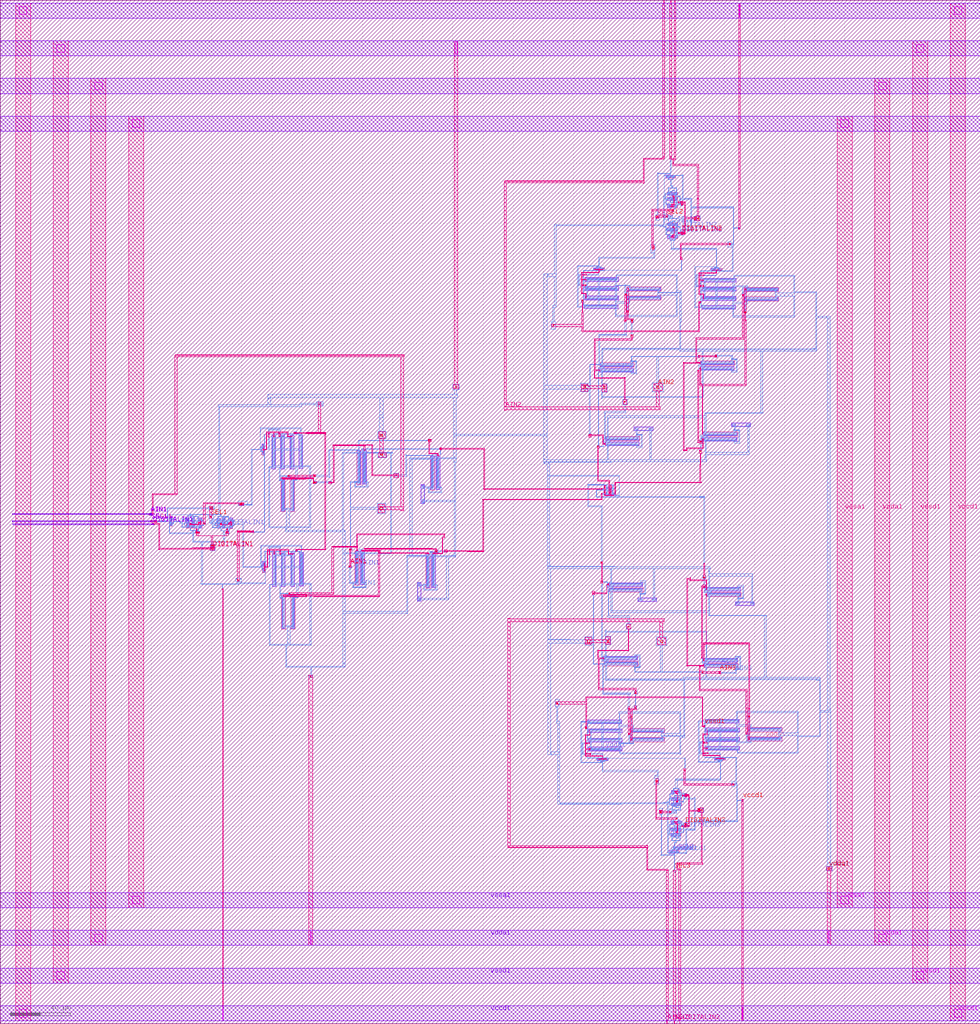
<source format=lef>
# Copyright 2020 The SkyWater PDK Authors
#
# Licensed under the Apache License, Version 2.0 (the "License");
# you may not use this file except in compliance with the License.
# You may obtain a copy of the License at
#
#     https://www.apache.org/licenses/LICENSE-2.0
#
# Unless required by applicable law or agreed to in writing, software
# distributed under the License is distributed on an "AS IS" BASIS,
# WITHOUT WARRANTIES OR CONDITIONS OF ANY KIND, either express or implied.
# See the License for the specific language governing permissions and
# limitations under the License.
#
# SPDX-License-Identifier: Apache-2.0

VERSION 5.7 ;

BUSBITCHARS "[]" ;
DIVIDERCHAR "/" ;

UNITS
  TIME NANOSECONDS 1 ;
  CAPACITANCE PICOFARADS 1 ;
  RESISTANCE OHMS 1 ;
  DATABASE MICRONS 1000 ;
END UNITS

MANUFACTURINGGRID 0.005 ;
USEMINSPACING OBS OFF ;

PROPERTYDEFINITIONS
  LAYER LEF58_TYPE STRING ;
END PROPERTYDEFINITIONS

# High density, single height
SITE unithd
  SYMMETRY Y ;
  CLASS CORE ;
  SIZE 0.46 BY 2.72 ;
END unithd

# High density, double height
SITE unithddbl
  SYMMETRY Y ;
  CLASS CORE ;
  SIZE 0.46 BY 5.44 ;
END unithddbl

LAYER nwell
  TYPE MASTERSLICE ;
  PROPERTY LEF58_TYPE "TYPE NWELL ;" ;
END nwell

LAYER pwell
  TYPE MASTERSLICE ;
  PROPERTY LEF58_TYPE "TYPE PWELL ;" ;
END pwell

LAYER li1
  TYPE ROUTING ;
  DIRECTION VERTICAL ;

  PITCH 0.46 0.34 ;
  OFFSET 0.23 0.17 ;

  WIDTH 0.17 ;          # LI 1
  # SPACING  0.17 ;     # LI 2
  SPACINGTABLE
     PARALLELRUNLENGTH 0
     WIDTH 0 0.17 ;
  AREA 0.0561 ;         # LI 6
  THICKNESS 0.1 ;
  EDGECAPACITANCE 40.697E-6 ;
  CAPACITANCE CPERSQDIST 36.9866E-6 ;
  RESISTANCE RPERSQ 9.2 ;

  ANTENNAMODEL OXIDE1 ;
  ANTENNADIFFSIDEAREARATIO PWL ( ( 0 75 ) ( 0.0125 75 ) ( 0.0225 85.125 ) ( 22.5 10200 ) ) ;
END li1

LAYER mcon
  TYPE CUT ;

  WIDTH 0.17 ;                # Mcon 1
  SPACING 0.19 ;              # Mcon 2
  ENCLOSURE BELOW 0 0 ;       # Mcon 4
  ENCLOSURE ABOVE 0.03 0.06 ; # Met1 4 / Met1 5
  RESISTANCE 1.6 ;

  ANTENNADIFFAREARATIO PWL ( ( 0 3 ) ( 0.0125 3 ) ( 0.0225 3.405 ) ( 22.5 408 ) ) ;
  DCCURRENTDENSITY AVERAGE 0.36 ; # mA per via Iavg_max at Tj = 90oC

END mcon

LAYER met1
  TYPE ROUTING ;
  DIRECTION HORIZONTAL ;

  PITCH 0.34 ;
  OFFSET 0.17 ;

  WIDTH 0.14 ;                     # Met1 1
  # SPACING 0.14 ;                 # Met1 2
  # SPACING 0.28 RANGE 3.001 100 ; # Met1 3b
  SPACINGTABLE
     PARALLELRUNLENGTH 0
     WIDTH 0 0.14
     WIDTH 3 0.28 ;
  AREA 0.083 ;                     # Met1 6
  THICKNESS 0.35 ;
  MINENCLOSEDAREA 0.14 ;

  ANTENNAMODEL OXIDE1 ;
  ANTENNADIFFSIDEAREARATIO PWL ( ( 0 400 ) ( 0.0125 400 ) ( 0.0225 2609 ) ( 22.5 11600 ) ) ;

  EDGECAPACITANCE 40.567E-6 ;
  CAPACITANCE CPERSQDIST 25.7784E-6 ;
  DCCURRENTDENSITY AVERAGE 2.8 ; # mA/um Iavg_max at Tj = 90oC
  ACCURRENTDENSITY RMS 6.1 ; # mA/um Irms_max at Tj = 90oC
  MAXIMUMDENSITY 70 ;
  DENSITYCHECKWINDOW 700 700 ;
  DENSITYCHECKSTEP 70 ;

  RESISTANCE RPERSQ 0.105 ;
END met1

LAYER via
  TYPE CUT ;
  WIDTH 0.15 ;                  # Via 1a
  SPACING 0.17 ;                # Via 2
  ENCLOSURE BELOW 0.055 0.085 ; # Via 4a / Via 5a
  ENCLOSURE ABOVE 0.055 0.085 ; # Met2 4 / Met2 5
  RESISTANCE 4.0 ;

  ANTENNADIFFAREARATIO PWL ( ( 0 6 ) ( 0.0125 6 ) ( 0.0225 6.81 ) ( 22.5 816 ) ) ;
  DCCURRENTDENSITY AVERAGE 0.29 ; # mA per via Iavg_max at Tj = 90oC
END via

LAYER met2
  TYPE ROUTING ;
  DIRECTION VERTICAL ;

  PITCH 0.46 ;
  OFFSET 0.23 ;

  WIDTH 0.14 ;                        # Met2 1
  # SPACING  0.14 ;                   # Met2 2
  # SPACING  0.28 RANGE 3.001 100 ;   # Met2 3b
  SPACINGTABLE
     PARALLELRUNLENGTH 0
     WIDTH 0 0.14
     WIDTH 3 0.28 ;
  AREA 0.0676 ;                       # Met2 6
  THICKNESS 0.35 ;
  MINENCLOSEDAREA 0.14 ;

  EDGECAPACITANCE 32.918E-6 ;
  CAPACITANCE CPERSQDIST 14.7703E-6 ;
  RESISTANCE RPERSQ 0.105 ;
  DCCURRENTDENSITY AVERAGE 2.8 ; # mA/um Iavg_max at Tj = 90oC
  ACCURRENTDENSITY RMS 6.1 ; # mA/um Irms_max at Tj = 90oC

  ANTENNAMODEL OXIDE1 ;
  ANTENNADIFFSIDEAREARATIO PWL ( ( 0 400 ) ( 0.0125 400 ) ( 0.0225 2609 ) ( 22.5 11600 ) ) ;

  MAXIMUMDENSITY 70 ;
  DENSITYCHECKWINDOW 700 700 ;
  DENSITYCHECKSTEP 70 ;
END met2

# ******** Layer via2, type routing, number 44 **************
LAYER via2
  TYPE CUT ;
  WIDTH 0.2 ;                   # Via2 1
  SPACING 0.2 ;                 # Via2 2
  ENCLOSURE BELOW 0.04 0.085 ;  # Via2 4
  ENCLOSURE ABOVE 0.065 0.065 ; # Met3 4
  RESISTANCE 0.5 ;
  ANTENNADIFFAREARATIO PWL ( ( 0 6 ) ( 0.0125 6 ) ( 0.0225 6.81 ) ( 22.5 816 ) ) ;
  DCCURRENTDENSITY AVERAGE 0.48 ; # mA per via Iavg_max at Tj = 90oC
END via2

LAYER met3
  TYPE ROUTING ;
  DIRECTION HORIZONTAL ;

  PITCH 0.68 ;
  OFFSET 0.34 ;

  WIDTH 0.3 ;              # Met3 1
  # SPACING 0.3 ;          # Met3 2
  SPACINGTABLE
     PARALLELRUNLENGTH 0
     WIDTH 0 0.3
     WIDTH 3 0.4 ;
  AREA 0.24 ;              # Met3 6
  THICKNESS 0.8 ;

  EDGECAPACITANCE 37.065E-6 ;
  CAPACITANCE CPERSQDIST 11.1883E-6 ;
  RESISTANCE RPERSQ 0.038 ;
  DCCURRENTDENSITY AVERAGE 6.8 ; # mA/um Iavg_max at Tj = 90oC
  ACCURRENTDENSITY RMS 14.9 ; # mA/um Irms_max at Tj = 90oC

  ANTENNAMODEL OXIDE1 ;
  ANTENNADIFFSIDEAREARATIO PWL ( ( 0 400 ) ( 0.0125 400 ) ( 0.0225 2609 ) ( 22.5 11600 ) ) ;

  MAXIMUMDENSITY 70 ;
  DENSITYCHECKWINDOW 700 700 ;
  DENSITYCHECKSTEP 70 ;
END met3

LAYER via3
  TYPE CUT ;
  WIDTH 0.2 ;                   # Via3 1
  SPACING 0.2 ;                 # Via3 2
  ENCLOSURE BELOW 0.06 0.09 ;   # Via3 4 / Via3 5
  ENCLOSURE ABOVE 0.065 0.065 ; # Met4 3
  RESISTANCE 0.5 ;
  ANTENNADIFFAREARATIO PWL ( ( 0 6 ) ( 0.0125 6 ) ( 0.0225 6.81 ) ( 22.5 816 ) ) ;
  DCCURRENTDENSITY AVERAGE 0.48 ; # mA per via Iavg_max at Tj = 90oC
END via3

LAYER met4
  TYPE ROUTING ;
  DIRECTION VERTICAL ;

  PITCH 0.92 ;
  OFFSET 0.46 ;

  WIDTH 0.3 ;             # Met4 1
  # SPACING  0.3 ;             # Met4 2
  SPACINGTABLE
     PARALLELRUNLENGTH 0
     WIDTH 0 0.3
     WIDTH 3 0.4 ;
  AREA 0.24 ;            # Met4 4a

  THICKNESS 0.8 ;

  EDGECAPACITANCE 34.169E-6 ;
  CAPACITANCE CPERSQDIST 7.84019E-6 ;
  RESISTANCE RPERSQ 0.038 ;
  DCCURRENTDENSITY AVERAGE 6.8 ; # mA/um Iavg_max at Tj = 90oC
  ACCURRENTDENSITY RMS 14.9 ; # mA/um Irms_max at Tj = 90oC

  ANTENNAMODEL OXIDE1 ;
  ANTENNADIFFSIDEAREARATIO PWL ( ( 0 400 ) ( 0.0125 400 ) ( 0.0225 2609 ) ( 22.5 11600 ) ) ;

  MAXIMUMDENSITY 70 ;
  DENSITYCHECKWINDOW 700 700 ;
  DENSITYCHECKSTEP 70 ;
END met4

LAYER via4
  TYPE CUT ;

  WIDTH 0.8 ;                 # Via4 1
  SPACING 0.8 ;               # Via4 2
  ENCLOSURE BELOW 0.19 0.19 ; # Via4 4
  ENCLOSURE ABOVE 0.31 0.31 ; # Met5 3
  RESISTANCE 0.012 ;
  ANTENNADIFFAREARATIO PWL ( ( 0 6 ) ( 0.0125 6 ) ( 0.0225 6.81 ) ( 22.5 816 ) ) ;
  DCCURRENTDENSITY AVERAGE 2.49 ; # mA per via Iavg_max at Tj = 90oC
END via4

LAYER met5
  TYPE ROUTING ;
  DIRECTION HORIZONTAL ;

  PITCH 3.4 ;
  OFFSET 1.7 ;

  WIDTH 1.6 ;            # Met5 1
  #SPACING  1.6 ;        # Met5 2
  SPACINGTABLE
     PARALLELRUNLENGTH 0
     WIDTH 0 1.6 ;
  AREA 4 ;               # Met5 4

  THICKNESS 1.2 ;

  EDGECAPACITANCE 36.828E-6 ;
  CAPACITANCE CPERSQDIST 5.99155E-6 ;
  RESISTANCE RPERSQ 0.0212 ;
  DCCURRENTDENSITY AVERAGE 10.17 ; # mA/um Iavg_max at Tj = 90oC
  ACCURRENTDENSITY RMS 22.34 ; # mA/um Irms_max at Tj = 90oC

  ANTENNAMODEL OXIDE1 ;
  ANTENNADIFFSIDEAREARATIO PWL ( ( 0 400 ) ( 0.0125 400 ) ( 0.0225 2609 ) ( 22.5 11600 ) ) ;
END met5


### Routing via cells section   ###
# Plus via rule, metals are along the prefered direction
VIA L1M1_PR DEFAULT
  LAYER mcon ;
  RECT -0.085 -0.085 0.085 0.085 ;
  LAYER li1 ;
  RECT -0.085 -0.085 0.085 0.085 ;
  LAYER met1 ;
  RECT -0.145 -0.115 0.145 0.115 ;
END L1M1_PR

VIARULE L1M1_PR GENERATE
  LAYER li1 ;
  ENCLOSURE 0 0 ;
  LAYER met1 ;
  ENCLOSURE 0.06 0.03 ;
  LAYER mcon ;
  RECT -0.085 -0.085 0.085 0.085 ;
  SPACING 0.36 BY 0.36 ;
END L1M1_PR

# Plus via rule, metals are along the non prefered direction
VIA L1M1_PR_R DEFAULT
  LAYER mcon ;
  RECT -0.085 -0.085 0.085 0.085 ;
  LAYER li1 ;
  RECT -0.085 -0.085 0.085 0.085 ;
  LAYER met1 ;
  RECT -0.115 -0.145 0.115 0.145 ;
END L1M1_PR_R

VIARULE L1M1_PR_R GENERATE
  LAYER li1 ;
  ENCLOSURE 0 0 ;
  LAYER met1 ;
  ENCLOSURE 0.03 0.06 ;
  LAYER mcon ;
  RECT -0.085 -0.085 0.085 0.085 ;
  SPACING 0.36 BY 0.36 ;
END L1M1_PR_R

# Minus via rule, lower layer metal is along prefered direction
VIA L1M1_PR_M DEFAULT
  LAYER mcon ;
  RECT -0.085 -0.085 0.085 0.085 ;
  LAYER li1 ;
  RECT -0.085 -0.085 0.085 0.085 ;
  LAYER met1 ;
  RECT -0.115 -0.145 0.115 0.145 ;
END L1M1_PR_M

VIARULE L1M1_PR_M GENERATE
  LAYER li1 ;
  ENCLOSURE 0 0 ;
  LAYER met1 ;
  ENCLOSURE 0.03 0.06 ;
  LAYER mcon ;
  RECT -0.085 -0.085 0.085 0.085 ;
  SPACING 0.36 BY 0.36 ;
END L1M1_PR_M

# Minus via rule, upper layer metal is along prefered direction
VIA L1M1_PR_MR DEFAULT
  LAYER mcon ;
  RECT -0.085 -0.085 0.085 0.085 ;
  LAYER li1 ;
  RECT -0.085 -0.085 0.085 0.085 ;
  LAYER met1 ;
  RECT -0.145 -0.115 0.145 0.115 ;
END L1M1_PR_MR

VIARULE L1M1_PR_MR GENERATE
  LAYER li1 ;
  ENCLOSURE 0 0 ;
  LAYER met1 ;
  ENCLOSURE 0.06 0.03 ;
  LAYER mcon ;
  RECT -0.085 -0.085 0.085 0.085 ;
  SPACING 0.36 BY 0.36 ;
END L1M1_PR_MR

# Centered via rule, we really do not want to use it
VIA L1M1_PR_C DEFAULT
  LAYER mcon ;
  RECT -0.085 -0.085 0.085 0.085 ;
  LAYER li1 ;
  RECT -0.085 -0.085 0.085 0.085 ;
  LAYER met1 ;
  RECT -0.145 -0.145 0.145 0.145 ;
END L1M1_PR_C

VIARULE L1M1_PR_C GENERATE
  LAYER li1 ;
  ENCLOSURE 0 0 ;
  LAYER met1 ;
  ENCLOSURE 0.06 0.06 ;
  LAYER mcon ;
  RECT -0.085 -0.085 0.085 0.085 ;
  SPACING 0.36 BY 0.36 ;
END L1M1_PR_C

# Plus via rule, metals are along the prefered direction
VIA M1M2_PR DEFAULT
  LAYER via ;
  RECT -0.075 -0.075 0.075 0.075 ;
  LAYER met1 ;
  RECT -0.16 -0.13 0.16 0.13 ;
  LAYER met2 ;
  RECT -0.13 -0.16 0.13 0.16 ;
END M1M2_PR

VIARULE M1M2_PR GENERATE
  LAYER met1 ;
  ENCLOSURE 0.085 0.055 ;
  LAYER met2 ;
  ENCLOSURE 0.055 0.085 ;
  LAYER via ;
  RECT -0.075 -0.075 0.075 0.075 ;
  SPACING 0.32 BY 0.32 ;
END M1M2_PR

# Plus via rule, metals are along the non prefered direction
VIA M1M2_PR_R DEFAULT
  LAYER via ;
  RECT -0.075 -0.075 0.075 0.075 ;
  LAYER met1 ;
  RECT -0.13 -0.16 0.13 0.16 ;
  LAYER met2 ;
  RECT -0.16 -0.13 0.16 0.13 ;
END M1M2_PR_R

VIARULE M1M2_PR_R GENERATE
  LAYER met1 ;
  ENCLOSURE 0.055 0.085 ;
  LAYER met2 ;
  ENCLOSURE 0.085 0.055 ;
  LAYER via ;
  RECT -0.075 -0.075 0.075 0.075 ;
  SPACING 0.32 BY 0.32 ;
END M1M2_PR_R

# Minus via rule, lower layer metal is along prefered direction
VIA M1M2_PR_M DEFAULT
  LAYER via ;
  RECT -0.075 -0.075 0.075 0.075 ;
  LAYER met1 ;
  RECT -0.16 -0.13 0.16 0.13 ;
  LAYER met2 ;
  RECT -0.16 -0.13 0.16 0.13 ;
END M1M2_PR_M

VIARULE M1M2_PR_M GENERATE
  LAYER met1 ;
  ENCLOSURE 0.085 0.055 ;
  LAYER met2 ;
  ENCLOSURE 0.085 0.055 ;
  LAYER via ;
  RECT -0.075 -0.075 0.075 0.075 ;
  SPACING 0.32 BY 0.32 ;
END M1M2_PR_M

# Minus via rule, upper layer metal is along prefered direction
VIA M1M2_PR_MR DEFAULT
  LAYER via ;
  RECT -0.075 -0.075 0.075 0.075 ;
  LAYER met1 ;
  RECT -0.13 -0.16 0.13 0.16 ;
  LAYER met2 ;
  RECT -0.13 -0.16 0.13 0.16 ;
END M1M2_PR_MR

VIARULE M1M2_PR_MR GENERATE
  LAYER met1 ;
  ENCLOSURE 0.055 0.085 ;
  LAYER met2 ;
  ENCLOSURE 0.055 0.085 ;
  LAYER via ;
  RECT -0.075 -0.075 0.075 0.075 ;
  SPACING 0.32 BY 0.32 ;
END M1M2_PR_MR

# Centered via rule, we really do not want to use it
VIA M1M2_PR_C DEFAULT
  LAYER via ;
  RECT -0.075 -0.075 0.075 0.075 ;
  LAYER met1 ;
  RECT -0.16 -0.16 0.16 0.16 ;
  LAYER met2 ;
  RECT -0.16 -0.16 0.16 0.16 ;
END M1M2_PR_C

VIARULE M1M2_PR_C GENERATE
  LAYER met1 ;
  ENCLOSURE 0.085 0.085 ;
  LAYER met2 ;
  ENCLOSURE 0.085 0.085 ;
  LAYER via ;
  RECT -0.075 -0.075 0.075 0.075 ;
  SPACING 0.32 BY 0.32 ;
END M1M2_PR_C

# Plus via rule, metals are along the prefered direction
VIA M2M3_PR DEFAULT
  LAYER via2 ;
  RECT -0.1 -0.1 0.1 0.1 ;
  LAYER met2 ;
  RECT -0.14 -0.185 0.14 0.185 ;
  LAYER met3 ;
  RECT -0.165 -0.165 0.165 0.165 ;
END M2M3_PR

VIARULE M2M3_PR GENERATE
  LAYER met2 ;
  ENCLOSURE 0.04 0.085 ;
  LAYER met3 ;
  ENCLOSURE 0.065 0.065 ;
  LAYER via2 ;
  RECT -0.1 -0.1 0.1 0.1 ;
  SPACING 0.4 BY 0.4 ;
END M2M3_PR

# Plus via rule, metals are along the non prefered direction
VIA M2M3_PR_R DEFAULT
  LAYER via2 ;
  RECT -0.1 -0.1 0.1 0.1 ;
  LAYER met2 ;
  RECT -0.185 -0.14 0.185 0.14 ;
  LAYER met3 ;
  RECT -0.165 -0.165 0.165 0.165 ;
END M2M3_PR_R

VIARULE M2M3_PR_R GENERATE
  LAYER met2 ;
  ENCLOSURE 0.085 0.04 ;
  LAYER met3 ;
  ENCLOSURE 0.065 0.065 ;
  LAYER via2 ;
  RECT -0.1 -0.1 0.1 0.1 ;
  SPACING 0.4 BY 0.4 ;
END M2M3_PR_R

# Minus via rule, lower layer metal is along prefered direction
VIA M2M3_PR_M DEFAULT
  LAYER via2 ;
  RECT -0.1 -0.1 0.1 0.1 ;
  LAYER met2 ;
  RECT -0.14 -0.185 0.14 0.185 ;
  LAYER met3 ;
  RECT -0.165 -0.165 0.165 0.165 ;
END M2M3_PR_M

VIARULE M2M3_PR_M GENERATE
  LAYER met2 ;
  ENCLOSURE 0.04 0.085 ;
  LAYER met3 ;
  ENCLOSURE 0.065 0.065 ;
  LAYER via2 ;
  RECT -0.1 -0.1 0.1 0.1 ;
  SPACING 0.4 BY 0.4 ;
END M2M3_PR_M

# Minus via rule, upper layer metal is along prefered direction
VIA M2M3_PR_MR DEFAULT
  LAYER via2 ;
  RECT -0.1 -0.1 0.1 0.1 ;
  LAYER met2 ;
  RECT -0.185 -0.14 0.185 0.14 ;
  LAYER met3 ;
  RECT -0.165 -0.165 0.165 0.165 ;
END M2M3_PR_MR

VIARULE M2M3_PR_MR GENERATE
  LAYER met2 ;
  ENCLOSURE 0.085 0.04 ;
  LAYER met3 ;
  ENCLOSURE 0.065 0.065 ;
  LAYER via2 ;
  RECT -0.1 -0.1 0.1 0.1 ;
  SPACING 0.4 BY 0.4 ;
END M2M3_PR_MR

# Centered via rule, we really do not want to use it
VIA M2M3_PR_C DEFAULT
  LAYER via2 ;
  RECT -0.1 -0.1 0.1 0.1 ;
  LAYER met2 ;
  RECT -0.185 -0.185 0.185 0.185 ;
  LAYER met3 ;
  RECT -0.165 -0.165 0.165 0.165 ;
END M2M3_PR_C

VIARULE M2M3_PR_C GENERATE
  LAYER met2 ;
  ENCLOSURE 0.085 0.085 ;
  LAYER met3 ;
  ENCLOSURE 0.065 0.065 ;
  LAYER via2 ;
  RECT -0.1 -0.1 0.1 0.1 ;
  SPACING 0.4 BY 0.4 ;
END M2M3_PR_C

# Plus via rule, metals are along the prefered direction
VIA M3M4_PR DEFAULT
  LAYER via3 ;
  RECT -0.1 -0.1 0.1 0.1 ;
  LAYER met3 ;
  RECT -0.19 -0.16 0.19 0.16 ;
  LAYER met4 ;
  RECT -0.165 -0.165 0.165 0.165 ;
END M3M4_PR

VIARULE M3M4_PR GENERATE
  LAYER met3 ;
  ENCLOSURE 0.09 0.06 ;
  LAYER met4 ;
  ENCLOSURE 0.065 0.065 ;
  LAYER via3 ;
  RECT -0.1 -0.1 0.1 0.1 ;
  SPACING 0.4 BY 0.4 ;
END M3M4_PR

# Plus via rule, metals are along the non prefered direction
VIA M3M4_PR_R DEFAULT
  LAYER via3 ;
  RECT -0.1 -0.1 0.1 0.1 ;
  LAYER met3 ;
  RECT -0.16 -0.19 0.16 0.19 ;
  LAYER met4 ;
  RECT -0.165 -0.165 0.165 0.165 ;
END M3M4_PR_R

VIARULE M3M4_PR_R GENERATE
  LAYER met3 ;
  ENCLOSURE 0.06 0.09 ;
  LAYER met4 ;
  ENCLOSURE 0.065 0.065 ;
  LAYER via3 ;
  RECT -0.1 -0.1 0.1 0.1 ;
  SPACING 0.4 BY 0.4 ;
END M3M4_PR_R

# Minus via rule, lower layer metal is along prefered direction
VIA M3M4_PR_M DEFAULT
  LAYER via3 ;
  RECT -0.1 -0.1 0.1 0.1 ;
  LAYER met3 ;
  RECT -0.19 -0.16 0.19 0.16 ;
  LAYER met4 ;
  RECT -0.165 -0.165 0.165 0.165 ;
END M3M4_PR_M

VIARULE M3M4_PR_M GENERATE
  LAYER met3 ;
  ENCLOSURE 0.09 0.06 ;
  LAYER met4 ;
  ENCLOSURE 0.065 0.065 ;
  LAYER via3 ;
  RECT -0.1 -0.1 0.1 0.1 ;
  SPACING 0.4 BY 0.4 ;
END M3M4_PR_M

# Minus via rule, upper layer metal is along prefered direction
VIA M3M4_PR_MR DEFAULT
  LAYER via3 ;
  RECT -0.1 -0.1 0.1 0.1 ;
  LAYER met3 ;
  RECT -0.16 -0.19 0.16 0.19 ;
  LAYER met4 ;
  RECT -0.165 -0.165 0.165 0.165 ;
END M3M4_PR_MR

VIARULE M3M4_PR_MR GENERATE
  LAYER met3 ;
  ENCLOSURE 0.06 0.09 ;
  LAYER met4 ;
  ENCLOSURE 0.065 0.065 ;
  LAYER via3 ;
  RECT -0.1 -0.1 0.1 0.1 ;
  SPACING 0.4 BY 0.4 ;
END M3M4_PR_MR

# Centered via rule, we really do not want to use it
VIA M3M4_PR_C DEFAULT
  LAYER via3 ;
  RECT -0.1 -0.1 0.1 0.1 ;
  LAYER met3 ;
  RECT -0.19 -0.19 0.19 0.19 ;
  LAYER met4 ;
  RECT -0.165 -0.165 0.165 0.165 ;
END M3M4_PR_C

VIARULE M3M4_PR_C GENERATE
  LAYER met3 ;
  ENCLOSURE 0.09 0.09 ;
  LAYER met4 ;
  ENCLOSURE 0.065 0.065 ;
  LAYER via3 ;
  RECT -0.1 -0.1 0.1 0.1 ;
  SPACING 0.4 BY 0.4 ;
END M3M4_PR_C

# Plus via rule, metals are along the prefered direction
VIA M4M5_PR DEFAULT
  LAYER via4 ;
  RECT -0.4 -0.4 0.4 0.4 ;
  LAYER met4 ;
  RECT -0.59 -0.59 0.59 0.59 ;
  LAYER met5 ;
  RECT -0.71 -0.71 0.71 0.71 ;
END M4M5_PR

VIARULE M4M5_PR GENERATE
  LAYER met4 ;
  ENCLOSURE 0.19 0.19 ;
  LAYER met5 ;
  ENCLOSURE 0.31 0.31 ;
  LAYER via4 ;
  RECT -0.4 -0.4 0.4 0.4 ;
  SPACING 1.6 BY 1.6 ;
END M4M5_PR

# Plus via rule, metals are along the non prefered direction
VIA M4M5_PR_R DEFAULT
  LAYER via4 ;
  RECT -0.4 -0.4 0.4 0.4 ;
  LAYER met4 ;
  RECT -0.59 -0.59 0.59 0.59 ;
  LAYER met5 ;
  RECT -0.71 -0.71 0.71 0.71 ;
END M4M5_PR_R

VIARULE M4M5_PR_R GENERATE
  LAYER met4 ;
  ENCLOSURE 0.19 0.19 ;
  LAYER met5 ;
  ENCLOSURE 0.31 0.31 ;
  LAYER via4 ;
  RECT -0.4 -0.4 0.4 0.4 ;
  SPACING 1.6 BY 1.6 ;
END M4M5_PR_R

# Minus via rule, lower layer metal is along prefered direction
VIA M4M5_PR_M DEFAULT
  LAYER via4 ;
  RECT -0.4 -0.4 0.4 0.4 ;
  LAYER met4 ;
  RECT -0.59 -0.59 0.59 0.59 ;
  LAYER met5 ;
  RECT -0.71 -0.71 0.71 0.71 ;
END M4M5_PR_M

VIARULE M4M5_PR_M GENERATE
  LAYER met4 ;
  ENCLOSURE 0.19 0.19 ;
  LAYER met5 ;
  ENCLOSURE 0.31 0.31 ;
  LAYER via4 ;
  RECT -0.4 -0.4 0.4 0.4 ;
  SPACING 1.6 BY 1.6 ;
END M4M5_PR_M

# Minus via rule, upper layer metal is along prefered direction
VIA M4M5_PR_MR DEFAULT
  LAYER via4 ;
  RECT -0.4 -0.4 0.4 0.4 ;
  LAYER met4 ;
  RECT -0.59 -0.59 0.59 0.59 ;
  LAYER met5 ;
  RECT -0.71 -0.71 0.71 0.71 ;
END M4M5_PR_MR

VIARULE M4M5_PR_MR GENERATE
  LAYER met4 ;
  ENCLOSURE 0.19 0.19 ;
  LAYER met5 ;
  ENCLOSURE 0.31 0.31 ;
  LAYER via4 ;
  RECT -0.4 -0.4 0.4 0.4 ;
  SPACING 1.6 BY 1.6 ;
END M4M5_PR_MR

# Centered via rule, we really do not want to use it
VIA M4M5_PR_C DEFAULT
  LAYER via4 ;
  RECT -0.4 -0.4 0.4 0.4 ;
  LAYER met4 ;
  RECT -0.59 -0.59 0.59 0.59 ;
  LAYER met5 ;
  RECT -0.71 -0.71 0.71 0.71 ;
END M4M5_PR_C

VIARULE M4M5_PR_C GENERATE
  LAYER met4 ;
  ENCLOSURE 0.19 0.19 ;
  LAYER met5 ;
  ENCLOSURE 0.31 0.31 ;
  LAYER via4 ;
  RECT -0.4 -0.4 0.4 0.4 ;
  SPACING 1.6 BY 1.6 ;
END M4M5_PR_C
###  end of single via cells   ###


MACRO sky130_fd_sc_hd__a2bb2o_1
  CLASS CORE ;
  FOREIGN sky130_fd_sc_hd__a2bb2o_1 ;
  ORIGIN 0.000 0.000 ;
  SIZE 3.680 BY 2.720 ;
  SYMMETRY X Y R90 ;
  SITE unithd ;
  PIN A1_N
    DIRECTION INPUT ;
    USE SIGNAL ;
    ANTENNAGATEAREA 0.126000 ;
    PORT
      LAYER li1 ;
        RECT 0.910 0.995 1.240 1.615 ;
    END
  END A1_N
  PIN A2_N
    DIRECTION INPUT ;
    USE SIGNAL ;
    ANTENNAGATEAREA 0.126000 ;
    PORT
      LAYER li1 ;
        RECT 1.410 0.995 1.700 1.375 ;
    END
  END A2_N
  PIN B1
    DIRECTION INPUT ;
    USE SIGNAL ;
    ANTENNAGATEAREA 0.126000 ;
    PORT
      LAYER li1 ;
        RECT 3.280 0.765 3.540 1.655 ;
    END
  END B1
  PIN B2
    DIRECTION INPUT ;
    USE SIGNAL ;
    ANTENNAGATEAREA 0.126000 ;
    PORT
      LAYER li1 ;
        RECT 2.600 1.355 3.080 1.655 ;
        RECT 2.820 0.765 3.080 1.355 ;
    END
  END B2
  PIN VGND
    DIRECTION INOUT ;
    USE GROUND ;
    SHAPE ABUTMENT ;
    PORT
      LAYER met1 ;
        RECT 0.000 -0.240 3.680 0.240 ;
    END
  END VGND
  PIN VNB
    DIRECTION INOUT ;
    USE GROUND ;
    PORT
      LAYER pwell ;
        RECT 0.005 0.785 0.925 1.015 ;
        RECT 0.005 0.105 3.590 0.785 ;
        RECT 0.150 -0.085 0.320 0.105 ;
    END
  END VNB
  PIN VPB
    DIRECTION INOUT ;
    USE POWER ;
    PORT
      LAYER nwell ;
        RECT -0.190 1.305 3.870 2.910 ;
    END
  END VPB
  PIN VPWR
    DIRECTION INOUT ;
    USE POWER ;
    SHAPE ABUTMENT ;
    PORT
      LAYER met1 ;
        RECT 0.000 2.480 3.680 2.960 ;
    END
  END VPWR
  PIN X
    DIRECTION OUTPUT ;
    USE SIGNAL ;
    ANTENNADIFFAREA 0.429000 ;
    PORT
      LAYER li1 ;
        RECT 0.085 1.525 0.345 2.465 ;
        RECT 0.085 0.810 0.260 1.525 ;
        RECT 0.085 0.255 0.345 0.810 ;
    END
  END X
  OBS
      LAYER li1 ;
        RECT 0.000 2.635 3.680 2.805 ;
        RECT 0.515 2.235 0.845 2.635 ;
        RECT 1.990 2.370 2.245 2.465 ;
        RECT 1.105 2.200 2.245 2.370 ;
        RECT 2.415 2.255 2.745 2.425 ;
        RECT 1.105 1.975 1.275 2.200 ;
        RECT 0.515 1.805 1.275 1.975 ;
        RECT 1.990 2.065 2.245 2.200 ;
        RECT 0.515 1.325 0.685 1.805 ;
        RECT 1.540 1.715 1.710 1.905 ;
        RECT 1.990 1.895 2.400 2.065 ;
        RECT 1.540 1.545 2.060 1.715 ;
        RECT 0.430 0.995 0.685 1.325 ;
        RECT 1.890 0.825 2.060 1.545 ;
        RECT 1.180 0.655 2.060 0.825 ;
        RECT 2.230 0.870 2.400 1.895 ;
        RECT 2.575 2.005 2.745 2.255 ;
        RECT 2.915 2.175 3.165 2.635 ;
        RECT 3.335 2.005 3.515 2.465 ;
        RECT 2.575 1.835 3.515 2.005 ;
        RECT 2.230 0.700 2.580 0.870 ;
        RECT 0.515 0.085 0.945 0.530 ;
        RECT 1.180 0.255 1.350 0.655 ;
        RECT 1.520 0.085 2.240 0.485 ;
        RECT 2.410 0.255 2.580 0.700 ;
        RECT 3.155 0.085 3.555 0.595 ;
        RECT 0.000 -0.085 3.680 0.085 ;
      LAYER mcon ;
        RECT 0.145 2.635 0.315 2.805 ;
        RECT 0.605 2.635 0.775 2.805 ;
        RECT 1.065 2.635 1.235 2.805 ;
        RECT 1.525 2.635 1.695 2.805 ;
        RECT 1.985 2.635 2.155 2.805 ;
        RECT 2.445 2.635 2.615 2.805 ;
        RECT 2.905 2.635 3.075 2.805 ;
        RECT 3.365 2.635 3.535 2.805 ;
        RECT 0.145 -0.085 0.315 0.085 ;
        RECT 0.605 -0.085 0.775 0.085 ;
        RECT 1.065 -0.085 1.235 0.085 ;
        RECT 1.525 -0.085 1.695 0.085 ;
        RECT 1.985 -0.085 2.155 0.085 ;
        RECT 2.445 -0.085 2.615 0.085 ;
        RECT 2.905 -0.085 3.075 0.085 ;
        RECT 3.365 -0.085 3.535 0.085 ;
  END
END sky130_fd_sc_hd__a2bb2o_1
MACRO sky130_fd_sc_hd__a2bb2o_2
  CLASS CORE ;
  FOREIGN sky130_fd_sc_hd__a2bb2o_2 ;
  ORIGIN 0.000 0.000 ;
  SIZE 4.140 BY 2.720 ;
  SYMMETRY X Y R90 ;
  SITE unithd ;
  PIN A1_N
    DIRECTION INPUT ;
    USE SIGNAL ;
    ANTENNAGATEAREA 0.159000 ;
    PORT
      LAYER li1 ;
        RECT 1.345 0.995 1.675 1.615 ;
    END
  END A1_N
  PIN A2_N
    DIRECTION INPUT ;
    USE SIGNAL ;
    ANTENNAGATEAREA 0.159000 ;
    PORT
      LAYER li1 ;
        RECT 1.845 0.995 2.135 1.375 ;
    END
  END A2_N
  PIN B1
    DIRECTION INPUT ;
    USE SIGNAL ;
    ANTENNAGATEAREA 0.159000 ;
    PORT
      LAYER li1 ;
        RECT 3.730 0.765 3.990 1.655 ;
    END
  END B1
  PIN B2
    DIRECTION INPUT ;
    USE SIGNAL ;
    ANTENNAGATEAREA 0.159000 ;
    PORT
      LAYER li1 ;
        RECT 3.050 1.355 3.530 1.655 ;
        RECT 3.270 0.765 3.530 1.355 ;
    END
  END B2
  PIN VGND
    DIRECTION INOUT ;
    USE GROUND ;
    SHAPE ABUTMENT ;
    PORT
      LAYER met1 ;
        RECT 0.000 -0.240 4.140 0.240 ;
    END
  END VGND
  PIN VNB
    DIRECTION INOUT ;
    USE GROUND ;
    PORT
      LAYER pwell ;
        RECT 0.015 0.785 1.360 1.015 ;
        RECT 0.015 0.105 4.040 0.785 ;
        RECT 0.125 -0.085 0.295 0.105 ;
    END
  END VNB
  PIN VPB
    DIRECTION INOUT ;
    USE POWER ;
    PORT
      LAYER nwell ;
        RECT -0.190 1.305 4.330 2.910 ;
    END
  END VPB
  PIN VPWR
    DIRECTION INOUT ;
    USE POWER ;
    SHAPE ABUTMENT ;
    PORT
      LAYER met1 ;
        RECT 0.000 2.480 4.140 2.960 ;
    END
  END VPWR
  PIN X
    DIRECTION OUTPUT ;
    USE SIGNAL ;
    ANTENNADIFFAREA 0.445500 ;
    PORT
      LAYER li1 ;
        RECT 0.525 1.525 0.780 2.465 ;
        RECT 0.525 0.810 0.695 1.525 ;
        RECT 0.525 0.255 0.780 0.810 ;
    END
  END X
  OBS
      LAYER li1 ;
        RECT 0.000 2.635 4.140 2.805 ;
        RECT 0.185 1.445 0.355 2.635 ;
        RECT 0.950 2.235 1.280 2.635 ;
        RECT 2.500 2.370 2.670 2.465 ;
        RECT 1.540 2.200 2.670 2.370 ;
        RECT 2.875 2.255 3.205 2.425 ;
        RECT 1.540 1.975 1.710 2.200 ;
        RECT 0.950 1.805 1.710 1.975 ;
        RECT 2.440 2.065 2.670 2.200 ;
        RECT 0.950 1.325 1.120 1.805 ;
        RECT 1.975 1.715 2.145 1.905 ;
        RECT 2.440 1.895 2.850 2.065 ;
        RECT 1.975 1.545 2.510 1.715 ;
        RECT 0.865 0.995 1.120 1.325 ;
        RECT 0.185 0.085 0.355 0.930 ;
        RECT 2.340 0.825 2.510 1.545 ;
        RECT 1.615 0.655 2.510 0.825 ;
        RECT 2.680 0.870 2.850 1.895 ;
        RECT 3.035 2.005 3.205 2.255 ;
        RECT 3.375 2.175 3.625 2.635 ;
        RECT 3.795 2.005 3.965 2.465 ;
        RECT 3.035 1.835 3.965 2.005 ;
        RECT 2.680 0.700 3.030 0.870 ;
        RECT 0.950 0.085 1.380 0.530 ;
        RECT 1.615 0.255 1.785 0.655 ;
        RECT 1.955 0.085 2.690 0.485 ;
        RECT 2.860 0.255 3.030 0.700 ;
        RECT 3.605 0.085 4.005 0.595 ;
        RECT 0.000 -0.085 4.140 0.085 ;
      LAYER mcon ;
        RECT 0.145 2.635 0.315 2.805 ;
        RECT 0.605 2.635 0.775 2.805 ;
        RECT 1.065 2.635 1.235 2.805 ;
        RECT 1.525 2.635 1.695 2.805 ;
        RECT 1.985 2.635 2.155 2.805 ;
        RECT 2.445 2.635 2.615 2.805 ;
        RECT 2.905 2.635 3.075 2.805 ;
        RECT 3.365 2.635 3.535 2.805 ;
        RECT 3.825 2.635 3.995 2.805 ;
        RECT 0.145 -0.085 0.315 0.085 ;
        RECT 0.605 -0.085 0.775 0.085 ;
        RECT 1.065 -0.085 1.235 0.085 ;
        RECT 1.525 -0.085 1.695 0.085 ;
        RECT 1.985 -0.085 2.155 0.085 ;
        RECT 2.445 -0.085 2.615 0.085 ;
        RECT 2.905 -0.085 3.075 0.085 ;
        RECT 3.365 -0.085 3.535 0.085 ;
        RECT 3.825 -0.085 3.995 0.085 ;
  END
END sky130_fd_sc_hd__a2bb2o_2
MACRO sky130_fd_sc_hd__a2bb2o_4
  CLASS CORE ;
  FOREIGN sky130_fd_sc_hd__a2bb2o_4 ;
  ORIGIN 0.000 0.000 ;
  SIZE 7.360 BY 2.720 ;
  SYMMETRY X Y R90 ;
  SITE unithd ;
  PIN A1_N
    DIRECTION INPUT ;
    USE SIGNAL ;
    ANTENNAGATEAREA 0.495000 ;
    PORT
      LAYER li1 ;
        RECT 3.475 1.445 4.965 1.615 ;
        RECT 3.475 1.325 3.645 1.445 ;
        RECT 3.315 1.075 3.645 1.325 ;
        RECT 4.605 1.075 4.965 1.445 ;
    END
  END A1_N
  PIN A2_N
    DIRECTION INPUT ;
    USE SIGNAL ;
    ANTENNAGATEAREA 0.495000 ;
    PORT
      LAYER li1 ;
        RECT 3.815 1.075 4.435 1.275 ;
    END
  END A2_N
  PIN B1
    DIRECTION INPUT ;
    USE SIGNAL ;
    ANTENNAGATEAREA 0.495000 ;
    PORT
      LAYER li1 ;
        RECT 0.085 1.445 1.685 1.615 ;
        RECT 0.085 1.075 0.575 1.445 ;
        RECT 1.515 1.245 1.685 1.445 ;
        RECT 1.515 1.075 1.895 1.245 ;
    END
  END B1
  PIN B2
    DIRECTION INPUT ;
    USE SIGNAL ;
    ANTENNAGATEAREA 0.495000 ;
    PORT
      LAYER li1 ;
        RECT 0.805 1.075 1.345 1.275 ;
    END
  END B2
  PIN VGND
    DIRECTION INOUT ;
    USE GROUND ;
    SHAPE ABUTMENT ;
    PORT
      LAYER met1 ;
        RECT 0.000 -0.240 7.360 0.240 ;
    END
  END VGND
  PIN VNB
    DIRECTION INOUT ;
    USE GROUND ;
    PORT
      LAYER pwell ;
        RECT 0.005 0.105 6.915 1.015 ;
        RECT 0.150 -0.085 0.320 0.105 ;
    END
  END VNB
  PIN VPB
    DIRECTION INOUT ;
    USE POWER ;
    PORT
      LAYER nwell ;
        RECT -0.190 1.305 7.550 2.910 ;
    END
  END VPB
  PIN VPWR
    DIRECTION INOUT ;
    USE POWER ;
    SHAPE ABUTMENT ;
    PORT
      LAYER met1 ;
        RECT 0.000 2.480 7.360 2.960 ;
    END
  END VPWR
  PIN X
    DIRECTION OUTPUT ;
    USE SIGNAL ;
    ANTENNADIFFAREA 0.891000 ;
    PORT
      LAYER li1 ;
        RECT 5.275 1.955 5.525 2.465 ;
        RECT 6.115 1.955 6.365 2.465 ;
        RECT 5.275 1.785 6.365 1.955 ;
        RECT 6.115 1.655 6.365 1.785 ;
        RECT 6.115 1.415 6.920 1.655 ;
        RECT 6.610 0.905 6.920 1.415 ;
        RECT 5.235 0.725 6.920 0.905 ;
        RECT 5.235 0.275 5.565 0.725 ;
        RECT 6.075 0.275 6.405 0.725 ;
    END
  END X
  OBS
      LAYER li1 ;
        RECT 0.000 2.635 7.360 2.805 ;
        RECT 0.135 1.955 0.385 2.465 ;
        RECT 0.555 2.125 0.805 2.635 ;
        RECT 0.975 1.955 1.225 2.465 ;
        RECT 1.395 2.125 1.645 2.635 ;
        RECT 1.815 2.295 2.905 2.465 ;
        RECT 1.815 1.955 2.065 2.295 ;
        RECT 2.655 2.135 2.905 2.295 ;
        RECT 3.175 2.135 3.425 2.635 ;
        RECT 3.595 2.295 4.685 2.465 ;
        RECT 3.595 2.135 3.845 2.295 ;
        RECT 0.135 1.785 2.065 1.955 ;
        RECT 1.855 1.455 2.065 1.785 ;
        RECT 2.235 1.965 2.485 2.125 ;
        RECT 4.015 1.965 4.265 2.125 ;
        RECT 2.235 1.415 2.620 1.965 ;
        RECT 3.135 1.785 4.265 1.965 ;
        RECT 4.435 1.785 4.685 2.295 ;
        RECT 4.855 1.795 5.105 2.635 ;
        RECT 5.695 2.165 5.945 2.635 ;
        RECT 6.535 1.825 6.785 2.635 ;
        RECT 3.135 1.665 3.305 1.785 ;
        RECT 2.955 1.495 3.305 1.665 ;
        RECT 2.235 0.905 2.445 1.415 ;
        RECT 2.955 1.245 3.145 1.495 ;
        RECT 2.615 1.075 3.145 1.245 ;
        RECT 5.135 1.245 5.460 1.615 ;
        RECT 5.135 1.075 6.440 1.245 ;
        RECT 2.955 0.905 3.145 1.075 ;
        RECT 0.175 0.085 0.345 0.895 ;
        RECT 0.515 0.475 0.765 0.905 ;
        RECT 0.935 0.735 2.525 0.905 ;
        RECT 0.935 0.645 1.270 0.735 ;
        RECT 0.515 0.255 1.685 0.475 ;
        RECT 1.855 0.085 2.025 0.555 ;
        RECT 2.195 0.255 2.525 0.735 ;
        RECT 2.955 0.725 4.725 0.905 ;
        RECT 2.695 0.085 3.385 0.555 ;
        RECT 3.555 0.255 3.885 0.725 ;
        RECT 4.055 0.085 4.225 0.555 ;
        RECT 4.395 0.255 4.725 0.725 ;
        RECT 4.895 0.085 5.065 0.895 ;
        RECT 5.735 0.085 5.905 0.555 ;
        RECT 6.575 0.085 6.745 0.555 ;
        RECT 0.000 -0.085 7.360 0.085 ;
      LAYER mcon ;
        RECT 0.145 2.635 0.315 2.805 ;
        RECT 0.605 2.635 0.775 2.805 ;
        RECT 1.065 2.635 1.235 2.805 ;
        RECT 1.525 2.635 1.695 2.805 ;
        RECT 1.985 2.635 2.155 2.805 ;
        RECT 2.445 2.635 2.615 2.805 ;
        RECT 2.905 2.635 3.075 2.805 ;
        RECT 3.365 2.635 3.535 2.805 ;
        RECT 3.825 2.635 3.995 2.805 ;
        RECT 4.285 2.635 4.455 2.805 ;
        RECT 4.745 2.635 4.915 2.805 ;
        RECT 5.205 2.635 5.375 2.805 ;
        RECT 5.665 2.635 5.835 2.805 ;
        RECT 6.125 2.635 6.295 2.805 ;
        RECT 6.585 2.635 6.755 2.805 ;
        RECT 7.045 2.635 7.215 2.805 ;
        RECT 2.450 1.445 2.620 1.615 ;
        RECT 5.230 1.445 5.400 1.615 ;
        RECT 0.145 -0.085 0.315 0.085 ;
        RECT 0.605 -0.085 0.775 0.085 ;
        RECT 1.065 -0.085 1.235 0.085 ;
        RECT 1.525 -0.085 1.695 0.085 ;
        RECT 1.985 -0.085 2.155 0.085 ;
        RECT 2.445 -0.085 2.615 0.085 ;
        RECT 2.905 -0.085 3.075 0.085 ;
        RECT 3.365 -0.085 3.535 0.085 ;
        RECT 3.825 -0.085 3.995 0.085 ;
        RECT 4.285 -0.085 4.455 0.085 ;
        RECT 4.745 -0.085 4.915 0.085 ;
        RECT 5.205 -0.085 5.375 0.085 ;
        RECT 5.665 -0.085 5.835 0.085 ;
        RECT 6.125 -0.085 6.295 0.085 ;
        RECT 6.585 -0.085 6.755 0.085 ;
        RECT 7.045 -0.085 7.215 0.085 ;
      LAYER met1 ;
        RECT 2.390 1.600 2.680 1.645 ;
        RECT 5.170 1.600 5.460 1.645 ;
        RECT 2.390 1.460 5.460 1.600 ;
        RECT 2.390 1.415 2.680 1.460 ;
        RECT 5.170 1.415 5.460 1.460 ;
  END
END sky130_fd_sc_hd__a2bb2o_4
MACRO sky130_fd_sc_hd__a2bb2oi_1
  CLASS CORE ;
  FOREIGN sky130_fd_sc_hd__a2bb2oi_1 ;
  ORIGIN 0.000 0.000 ;
  SIZE 3.220 BY 2.720 ;
  SYMMETRY X Y R90 ;
  SITE unithd ;
  PIN A1_N
    DIRECTION INPUT ;
    USE SIGNAL ;
    ANTENNAGATEAREA 0.247500 ;
    PORT
      LAYER li1 ;
        RECT 0.150 0.995 0.520 1.615 ;
    END
  END A1_N
  PIN A2_N
    DIRECTION INPUT ;
    USE SIGNAL ;
    ANTENNAGATEAREA 0.247500 ;
    PORT
      LAYER li1 ;
        RECT 0.725 1.010 1.240 1.275 ;
    END
  END A2_N
  PIN B1
    DIRECTION INPUT ;
    USE SIGNAL ;
    ANTENNAGATEAREA 0.247500 ;
    PORT
      LAYER li1 ;
        RECT 2.780 0.995 3.070 1.615 ;
    END
  END B1
  PIN B2
    DIRECTION INPUT ;
    USE SIGNAL ;
    ANTENNAGATEAREA 0.247500 ;
    PORT
      LAYER li1 ;
        RECT 2.245 0.995 2.610 1.615 ;
        RECT 2.440 0.425 2.610 0.995 ;
    END
  END B2
  PIN VGND
    DIRECTION INOUT ;
    USE GROUND ;
    SHAPE ABUTMENT ;
    PORT
      LAYER met1 ;
        RECT 0.000 -0.240 3.220 0.240 ;
    END
  END VGND
  PIN VNB
    DIRECTION INOUT ;
    USE GROUND ;
    PORT
      LAYER pwell ;
        RECT 0.005 0.105 3.215 1.015 ;
        RECT 0.145 -0.085 0.315 0.105 ;
    END
  END VNB
  PIN VPB
    DIRECTION INOUT ;
    USE POWER ;
    PORT
      LAYER nwell ;
        RECT -0.190 1.305 3.410 2.910 ;
    END
  END VPB
  PIN VPWR
    DIRECTION INOUT ;
    USE POWER ;
    SHAPE ABUTMENT ;
    PORT
      LAYER met1 ;
        RECT 0.000 2.480 3.220 2.960 ;
    END
  END VPWR
  PIN Y
    DIRECTION OUTPUT ;
    USE SIGNAL ;
    ANTENNADIFFAREA 0.515500 ;
    PORT
      LAYER li1 ;
        RECT 1.420 1.955 1.785 2.465 ;
        RECT 1.420 1.785 1.945 1.955 ;
        RECT 1.775 0.825 1.945 1.785 ;
        RECT 1.775 0.255 2.205 0.825 ;
    END
  END Y
  OBS
      LAYER li1 ;
        RECT 0.000 2.635 3.220 2.805 ;
        RECT 0.095 1.805 0.425 2.635 ;
        RECT 0.875 1.615 1.205 2.465 ;
        RECT 1.955 2.235 2.285 2.465 ;
        RECT 2.115 1.955 2.285 2.235 ;
        RECT 2.455 2.135 2.705 2.635 ;
        RECT 2.875 1.955 3.130 2.465 ;
        RECT 2.115 1.785 3.130 1.955 ;
        RECT 0.875 1.445 1.580 1.615 ;
        RECT 1.410 0.830 1.580 1.445 ;
        RECT 0.095 0.085 0.425 0.825 ;
        RECT 0.595 0.660 1.580 0.830 ;
        RECT 0.595 0.255 0.765 0.660 ;
        RECT 0.935 0.085 1.605 0.490 ;
        RECT 2.795 0.085 3.125 0.825 ;
        RECT 0.000 -0.085 3.220 0.085 ;
      LAYER mcon ;
        RECT 0.145 2.635 0.315 2.805 ;
        RECT 0.605 2.635 0.775 2.805 ;
        RECT 1.065 2.635 1.235 2.805 ;
        RECT 1.525 2.635 1.695 2.805 ;
        RECT 1.985 2.635 2.155 2.805 ;
        RECT 2.445 2.635 2.615 2.805 ;
        RECT 2.905 2.635 3.075 2.805 ;
        RECT 0.145 -0.085 0.315 0.085 ;
        RECT 0.605 -0.085 0.775 0.085 ;
        RECT 1.065 -0.085 1.235 0.085 ;
        RECT 1.525 -0.085 1.695 0.085 ;
        RECT 1.985 -0.085 2.155 0.085 ;
        RECT 2.445 -0.085 2.615 0.085 ;
        RECT 2.905 -0.085 3.075 0.085 ;
  END
END sky130_fd_sc_hd__a2bb2oi_1
MACRO sky130_fd_sc_hd__a2bb2oi_2
  CLASS CORE ;
  FOREIGN sky130_fd_sc_hd__a2bb2oi_2 ;
  ORIGIN 0.000 0.000 ;
  SIZE 5.520 BY 2.720 ;
  SYMMETRY X Y R90 ;
  SITE unithd ;
  PIN A1_N
    DIRECTION INPUT ;
    USE SIGNAL ;
    ANTENNAGATEAREA 0.495000 ;
    PORT
      LAYER li1 ;
        RECT 3.310 1.075 4.205 1.275 ;
    END
  END A1_N
  PIN A2_N
    DIRECTION INPUT ;
    USE SIGNAL ;
    ANTENNAGATEAREA 0.495000 ;
    PORT
      LAYER li1 ;
        RECT 4.455 1.075 5.435 1.275 ;
    END
  END A2_N
  PIN B1
    DIRECTION INPUT ;
    USE SIGNAL ;
    ANTENNAGATEAREA 0.495000 ;
    PORT
      LAYER li1 ;
        RECT 0.085 1.445 2.030 1.615 ;
        RECT 0.085 1.075 0.710 1.445 ;
        RECT 1.700 1.075 2.030 1.445 ;
    END
  END B1
  PIN B2
    DIRECTION INPUT ;
    USE SIGNAL ;
    ANTENNAGATEAREA 0.495000 ;
    PORT
      LAYER li1 ;
        RECT 0.940 1.075 1.480 1.275 ;
    END
  END B2
  PIN VGND
    DIRECTION INOUT ;
    USE GROUND ;
    SHAPE ABUTMENT ;
    PORT
      LAYER met1 ;
        RECT 0.000 -0.240 5.520 0.240 ;
    END
  END VGND
  PIN VNB
    DIRECTION INOUT ;
    USE GROUND ;
    PORT
      LAYER pwell ;
        RECT 0.140 0.105 5.390 1.015 ;
        RECT 0.145 -0.085 0.315 0.105 ;
    END
  END VNB
  PIN VPB
    DIRECTION INOUT ;
    USE POWER ;
    PORT
      LAYER nwell ;
        RECT -0.190 1.305 5.710 2.910 ;
    END
  END VPB
  PIN VPWR
    DIRECTION INOUT ;
    USE POWER ;
    SHAPE ABUTMENT ;
    PORT
      LAYER met1 ;
        RECT 0.000 2.480 5.520 2.960 ;
    END
  END VPWR
  PIN Y
    DIRECTION OUTPUT ;
    USE SIGNAL ;
    ANTENNADIFFAREA 0.621000 ;
    PORT
      LAYER li1 ;
        RECT 2.370 1.660 2.620 2.125 ;
        RECT 2.370 0.905 2.660 1.660 ;
        RECT 1.070 0.725 2.660 0.905 ;
        RECT 1.070 0.645 1.400 0.725 ;
        RECT 2.330 0.255 2.660 0.725 ;
    END
  END Y
  OBS
      LAYER li1 ;
        RECT 0.000 2.635 5.520 2.805 ;
        RECT 0.270 1.955 0.520 2.465 ;
        RECT 0.690 2.135 0.940 2.635 ;
        RECT 1.110 1.955 1.360 2.465 ;
        RECT 1.530 2.135 1.780 2.635 ;
        RECT 1.950 2.295 3.040 2.465 ;
        RECT 1.950 1.955 2.200 2.295 ;
        RECT 0.270 1.785 2.200 1.955 ;
        RECT 2.790 1.795 3.040 2.295 ;
        RECT 3.310 1.965 3.560 2.465 ;
        RECT 3.730 2.135 3.980 2.635 ;
        RECT 4.150 2.295 5.240 2.465 ;
        RECT 4.150 1.965 4.400 2.295 ;
        RECT 3.310 1.785 4.400 1.965 ;
        RECT 4.570 1.615 4.820 2.125 ;
        RECT 2.950 1.445 4.820 1.615 ;
        RECT 4.990 1.455 5.240 2.295 ;
        RECT 2.950 1.325 3.120 1.445 ;
        RECT 2.830 0.995 3.120 1.325 ;
        RECT 2.950 0.905 3.120 0.995 ;
        RECT 0.310 0.085 0.480 0.895 ;
        RECT 0.650 0.475 0.900 0.895 ;
        RECT 2.950 0.725 4.860 0.905 ;
        RECT 0.650 0.255 1.820 0.475 ;
        RECT 1.990 0.085 2.160 0.555 ;
        RECT 2.830 0.085 3.520 0.555 ;
        RECT 3.690 0.255 4.020 0.725 ;
        RECT 4.190 0.085 4.360 0.555 ;
        RECT 4.530 0.255 4.860 0.725 ;
        RECT 5.030 0.085 5.200 0.905 ;
        RECT 0.000 -0.085 5.520 0.085 ;
      LAYER mcon ;
        RECT 0.145 2.635 0.315 2.805 ;
        RECT 0.605 2.635 0.775 2.805 ;
        RECT 1.065 2.635 1.235 2.805 ;
        RECT 1.525 2.635 1.695 2.805 ;
        RECT 1.985 2.635 2.155 2.805 ;
        RECT 2.445 2.635 2.615 2.805 ;
        RECT 2.905 2.635 3.075 2.805 ;
        RECT 3.365 2.635 3.535 2.805 ;
        RECT 3.825 2.635 3.995 2.805 ;
        RECT 4.285 2.635 4.455 2.805 ;
        RECT 4.745 2.635 4.915 2.805 ;
        RECT 5.205 2.635 5.375 2.805 ;
        RECT 0.145 -0.085 0.315 0.085 ;
        RECT 0.605 -0.085 0.775 0.085 ;
        RECT 1.065 -0.085 1.235 0.085 ;
        RECT 1.525 -0.085 1.695 0.085 ;
        RECT 1.985 -0.085 2.155 0.085 ;
        RECT 2.445 -0.085 2.615 0.085 ;
        RECT 2.905 -0.085 3.075 0.085 ;
        RECT 3.365 -0.085 3.535 0.085 ;
        RECT 3.825 -0.085 3.995 0.085 ;
        RECT 4.285 -0.085 4.455 0.085 ;
        RECT 4.745 -0.085 4.915 0.085 ;
        RECT 5.205 -0.085 5.375 0.085 ;
  END
END sky130_fd_sc_hd__a2bb2oi_2
MACRO sky130_fd_sc_hd__a2bb2oi_4
  CLASS CORE ;
  FOREIGN sky130_fd_sc_hd__a2bb2oi_4 ;
  ORIGIN 0.000 0.000 ;
  SIZE 9.660 BY 2.720 ;
  SYMMETRY X Y R90 ;
  SITE unithd ;
  PIN A1_N
    DIRECTION INPUT ;
    USE SIGNAL ;
    ANTENNAGATEAREA 0.990000 ;
    PORT
      LAYER li1 ;
        RECT 5.945 1.075 7.320 1.275 ;
    END
  END A1_N
  PIN A2_N
    DIRECTION INPUT ;
    USE SIGNAL ;
    ANTENNAGATEAREA 0.990000 ;
    PORT
      LAYER li1 ;
        RECT 7.595 1.075 9.045 1.275 ;
    END
  END A2_N
  PIN B1
    DIRECTION INPUT ;
    USE SIGNAL ;
    ANTENNAGATEAREA 0.990000 ;
    PORT
      LAYER li1 ;
        RECT 1.385 1.445 3.575 1.615 ;
        RECT 1.385 1.285 1.555 1.445 ;
        RECT 0.100 1.075 1.555 1.285 ;
        RECT 3.245 1.075 3.575 1.445 ;
    END
  END B1
  PIN B2
    DIRECTION INPUT ;
    USE SIGNAL ;
    ANTENNAGATEAREA 0.990000 ;
    PORT
      LAYER li1 ;
        RECT 1.725 1.075 3.075 1.275 ;
    END
  END B2
  PIN VGND
    DIRECTION INOUT ;
    USE GROUND ;
    SHAPE ABUTMENT ;
    PORT
      LAYER met1 ;
        RECT 0.000 -0.240 9.660 0.240 ;
    END
  END VGND
  PIN VNB
    DIRECTION INOUT ;
    USE GROUND ;
    PORT
      LAYER pwell ;
        RECT 0.005 0.105 9.435 1.015 ;
        RECT 0.150 -0.085 0.320 0.105 ;
    END
  END VNB
  PIN VPB
    DIRECTION INOUT ;
    USE POWER ;
    PORT
      LAYER nwell ;
        RECT -0.190 1.305 9.850 2.910 ;
    END
  END VPB
  PIN VPWR
    DIRECTION INOUT ;
    USE POWER ;
    SHAPE ABUTMENT ;
    PORT
      LAYER met1 ;
        RECT 0.000 2.480 9.660 2.960 ;
    END
  END VPWR
  PIN Y
    DIRECTION OUTPUT ;
    USE SIGNAL ;
    ANTENNADIFFAREA 1.242000 ;
    PORT
      LAYER li1 ;
        RECT 3.915 1.615 4.165 2.125 ;
        RECT 4.745 1.615 4.965 2.125 ;
        RECT 3.745 1.415 4.965 1.615 ;
        RECT 3.745 0.905 3.915 1.415 ;
        RECT 1.775 0.725 5.045 0.905 ;
        RECT 1.775 0.645 2.995 0.725 ;
        RECT 3.875 0.275 4.205 0.725 ;
        RECT 4.715 0.275 5.045 0.725 ;
    END
  END Y
  OBS
      LAYER li1 ;
        RECT 0.000 2.635 9.660 2.805 ;
        RECT 0.085 1.625 0.425 2.465 ;
        RECT 0.595 1.795 0.805 2.635 ;
        RECT 0.975 1.965 1.215 2.465 ;
        RECT 1.395 2.135 1.645 2.635 ;
        RECT 1.815 1.965 2.065 2.465 ;
        RECT 2.235 2.135 2.485 2.635 ;
        RECT 2.655 1.965 2.905 2.465 ;
        RECT 3.075 2.135 3.325 2.635 ;
        RECT 3.495 2.295 5.465 2.465 ;
        RECT 3.495 1.965 3.745 2.295 ;
        RECT 0.975 1.795 3.745 1.965 ;
        RECT 4.335 1.795 4.575 2.295 ;
        RECT 0.975 1.625 1.215 1.795 ;
        RECT 0.085 1.455 1.215 1.625 ;
        RECT 5.135 1.455 5.465 2.295 ;
        RECT 5.655 1.625 5.985 2.465 ;
        RECT 6.155 1.795 6.365 2.635 ;
        RECT 6.540 1.625 6.780 2.465 ;
        RECT 6.955 1.795 7.205 2.635 ;
        RECT 7.375 2.295 9.310 2.465 ;
        RECT 7.375 1.625 7.625 2.295 ;
        RECT 5.655 1.455 7.625 1.625 ;
        RECT 7.795 1.625 8.045 2.125 ;
        RECT 8.215 1.795 8.465 2.295 ;
        RECT 8.635 1.625 8.885 2.125 ;
        RECT 9.060 1.795 9.310 2.295 ;
        RECT 7.795 1.455 9.575 1.625 ;
        RECT 4.085 1.075 5.725 1.245 ;
        RECT 5.555 0.905 5.725 1.075 ;
        RECT 9.215 0.905 9.575 1.455 ;
        RECT 0.175 0.085 0.345 0.895 ;
        RECT 0.515 0.725 1.605 0.905 ;
        RECT 5.555 0.735 9.575 0.905 ;
        RECT 0.515 0.255 0.845 0.725 ;
        RECT 1.015 0.085 1.185 0.555 ;
        RECT 1.355 0.475 1.605 0.725 ;
        RECT 6.075 0.725 8.925 0.735 ;
        RECT 1.355 0.255 3.365 0.475 ;
        RECT 3.535 0.085 3.705 0.555 ;
        RECT 4.375 0.085 4.545 0.555 ;
        RECT 5.215 0.085 5.905 0.555 ;
        RECT 6.075 0.255 6.405 0.725 ;
        RECT 6.575 0.085 6.745 0.555 ;
        RECT 6.915 0.255 7.245 0.725 ;
        RECT 7.415 0.085 7.585 0.555 ;
        RECT 7.755 0.255 8.085 0.725 ;
        RECT 8.255 0.085 8.425 0.555 ;
        RECT 8.595 0.255 8.925 0.725 ;
        RECT 9.095 0.085 9.265 0.555 ;
        RECT 0.000 -0.085 9.660 0.085 ;
      LAYER mcon ;
        RECT 0.145 2.635 0.315 2.805 ;
        RECT 0.605 2.635 0.775 2.805 ;
        RECT 1.065 2.635 1.235 2.805 ;
        RECT 1.525 2.635 1.695 2.805 ;
        RECT 1.985 2.635 2.155 2.805 ;
        RECT 2.445 2.635 2.615 2.805 ;
        RECT 2.905 2.635 3.075 2.805 ;
        RECT 3.365 2.635 3.535 2.805 ;
        RECT 3.825 2.635 3.995 2.805 ;
        RECT 4.285 2.635 4.455 2.805 ;
        RECT 4.745 2.635 4.915 2.805 ;
        RECT 5.205 2.635 5.375 2.805 ;
        RECT 5.665 2.635 5.835 2.805 ;
        RECT 6.125 2.635 6.295 2.805 ;
        RECT 6.585 2.635 6.755 2.805 ;
        RECT 7.045 2.635 7.215 2.805 ;
        RECT 7.505 2.635 7.675 2.805 ;
        RECT 7.965 2.635 8.135 2.805 ;
        RECT 8.425 2.635 8.595 2.805 ;
        RECT 8.885 2.635 9.055 2.805 ;
        RECT 9.345 2.635 9.515 2.805 ;
        RECT 0.145 -0.085 0.315 0.085 ;
        RECT 0.605 -0.085 0.775 0.085 ;
        RECT 1.065 -0.085 1.235 0.085 ;
        RECT 1.525 -0.085 1.695 0.085 ;
        RECT 1.985 -0.085 2.155 0.085 ;
        RECT 2.445 -0.085 2.615 0.085 ;
        RECT 2.905 -0.085 3.075 0.085 ;
        RECT 3.365 -0.085 3.535 0.085 ;
        RECT 3.825 -0.085 3.995 0.085 ;
        RECT 4.285 -0.085 4.455 0.085 ;
        RECT 4.745 -0.085 4.915 0.085 ;
        RECT 5.205 -0.085 5.375 0.085 ;
        RECT 5.665 -0.085 5.835 0.085 ;
        RECT 6.125 -0.085 6.295 0.085 ;
        RECT 6.585 -0.085 6.755 0.085 ;
        RECT 7.045 -0.085 7.215 0.085 ;
        RECT 7.505 -0.085 7.675 0.085 ;
        RECT 7.965 -0.085 8.135 0.085 ;
        RECT 8.425 -0.085 8.595 0.085 ;
        RECT 8.885 -0.085 9.055 0.085 ;
        RECT 9.345 -0.085 9.515 0.085 ;
  END
END sky130_fd_sc_hd__a2bb2oi_4
MACRO sky130_fd_sc_hd__a21bo_1
  CLASS CORE ;
  FOREIGN sky130_fd_sc_hd__a21bo_1 ;
  ORIGIN 0.000 0.000 ;
  SIZE 3.680 BY 2.720 ;
  SYMMETRY X Y R90 ;
  SITE unithd ;
  PIN A1
    DIRECTION INPUT ;
    USE SIGNAL ;
    ANTENNAGATEAREA 0.247500 ;
    PORT
      LAYER li1 ;
        RECT 1.750 0.995 2.175 1.615 ;
    END
  END A1
  PIN A2
    DIRECTION INPUT ;
    USE SIGNAL ;
    ANTENNAGATEAREA 0.247500 ;
    PORT
      LAYER li1 ;
        RECT 2.370 0.995 2.630 1.615 ;
    END
  END A2
  PIN B1_N
    DIRECTION INPUT ;
    USE SIGNAL ;
    ANTENNAGATEAREA 0.126000 ;
    PORT
      LAYER li1 ;
        RECT 0.105 0.325 0.335 1.665 ;
    END
  END B1_N
  PIN VGND
    DIRECTION INOUT ;
    USE GROUND ;
    SHAPE ABUTMENT ;
    PORT
      LAYER met1 ;
        RECT 0.000 -0.240 3.680 0.240 ;
    END
  END VGND
  PIN VNB
    DIRECTION INOUT ;
    USE GROUND ;
    PORT
      LAYER pwell ;
        RECT 0.145 -0.085 0.315 0.085 ;
    END
  END VNB
  PIN VPB
    DIRECTION INOUT ;
    USE POWER ;
    PORT
      LAYER nwell ;
        RECT -0.190 1.305 3.870 2.910 ;
    END
  END VPB
  PIN VPWR
    DIRECTION INOUT ;
    USE POWER ;
    SHAPE ABUTMENT ;
    PORT
      LAYER met1 ;
        RECT 0.000 2.480 3.680 2.960 ;
    END
  END VPWR
  PIN X
    DIRECTION OUTPUT ;
    USE SIGNAL ;
    ANTENNADIFFAREA 0.429000 ;
    PORT
      LAYER li1 ;
        RECT 3.300 0.265 3.580 2.455 ;
    END
  END X
  OBS
      LAYER pwell ;
        RECT 0.850 0.785 3.675 1.015 ;
        RECT 0.345 0.105 3.675 0.785 ;
      LAYER li1 ;
        RECT 0.000 2.635 3.680 2.805 ;
        RECT 0.105 2.045 0.345 2.435 ;
        RECT 0.515 2.225 0.865 2.635 ;
        RECT 0.105 1.845 0.855 2.045 ;
        RECT 0.515 1.165 0.855 1.845 ;
        RECT 1.035 1.345 1.365 2.455 ;
        RECT 1.535 1.985 1.715 2.455 ;
        RECT 1.885 2.155 2.215 2.635 ;
        RECT 2.390 1.985 2.560 2.455 ;
        RECT 1.535 1.785 2.560 1.985 ;
        RECT 2.825 1.495 3.110 2.635 ;
        RECT 0.515 0.265 0.745 1.165 ;
        RECT 1.035 1.045 1.580 1.345 ;
        RECT 0.945 0.085 1.190 0.865 ;
        RECT 1.360 0.815 1.580 1.045 ;
        RECT 2.840 0.815 3.100 1.325 ;
        RECT 1.360 0.625 3.100 0.815 ;
        RECT 1.360 0.265 1.790 0.625 ;
        RECT 2.370 0.085 3.100 0.455 ;
        RECT 0.000 -0.085 3.680 0.085 ;
      LAYER mcon ;
        RECT 0.145 2.635 0.315 2.805 ;
        RECT 0.605 2.635 0.775 2.805 ;
        RECT 1.065 2.635 1.235 2.805 ;
        RECT 1.525 2.635 1.695 2.805 ;
        RECT 1.985 2.635 2.155 2.805 ;
        RECT 2.445 2.635 2.615 2.805 ;
        RECT 2.905 2.635 3.075 2.805 ;
        RECT 3.365 2.635 3.535 2.805 ;
        RECT 0.145 -0.085 0.315 0.085 ;
        RECT 0.605 -0.085 0.775 0.085 ;
        RECT 1.065 -0.085 1.235 0.085 ;
        RECT 1.525 -0.085 1.695 0.085 ;
        RECT 1.985 -0.085 2.155 0.085 ;
        RECT 2.445 -0.085 2.615 0.085 ;
        RECT 2.905 -0.085 3.075 0.085 ;
        RECT 3.365 -0.085 3.535 0.085 ;
  END
END sky130_fd_sc_hd__a21bo_1
MACRO sky130_fd_sc_hd__a21bo_2
  CLASS CORE ;
  FOREIGN sky130_fd_sc_hd__a21bo_2 ;
  ORIGIN 0.000 0.000 ;
  SIZE 3.680 BY 2.720 ;
  SYMMETRY X Y R90 ;
  SITE unithd ;
  PIN A1
    DIRECTION INPUT ;
    USE SIGNAL ;
    ANTENNAGATEAREA 0.247500 ;
    PORT
      LAYER li1 ;
        RECT 2.685 0.995 3.100 1.615 ;
    END
  END A1
  PIN A2
    DIRECTION INPUT ;
    USE SIGNAL ;
    ANTENNAGATEAREA 0.247500 ;
    PORT
      LAYER li1 ;
        RECT 3.270 0.995 3.560 1.615 ;
    END
  END A2
  PIN B1_N
    DIRECTION INPUT ;
    USE SIGNAL ;
    ANTENNAGATEAREA 0.126000 ;
    PORT
      LAYER li1 ;
        RECT 1.070 1.035 1.525 1.325 ;
        RECT 1.330 0.995 1.525 1.035 ;
    END
  END B1_N
  PIN VGND
    DIRECTION INOUT ;
    USE GROUND ;
    SHAPE ABUTMENT ;
    PORT
      LAYER met1 ;
        RECT 0.000 -0.240 3.680 0.240 ;
    END
  END VGND
  PIN VNB
    DIRECTION INOUT ;
    USE GROUND ;
    PORT
      LAYER pwell ;
        RECT 0.005 0.105 3.655 1.015 ;
        RECT 0.150 -0.085 0.320 0.105 ;
    END
  END VNB
  PIN VPB
    DIRECTION INOUT ;
    USE POWER ;
    PORT
      LAYER nwell ;
        RECT -0.190 1.305 3.870 2.910 ;
    END
  END VPB
  PIN VPWR
    DIRECTION INOUT ;
    USE POWER ;
    SHAPE ABUTMENT ;
    PORT
      LAYER met1 ;
        RECT 0.000 2.480 3.680 2.960 ;
    END
  END VPWR
  PIN X
    DIRECTION OUTPUT ;
    USE SIGNAL ;
    ANTENNADIFFAREA 0.462000 ;
    PORT
      LAYER li1 ;
        RECT 0.595 2.005 0.850 2.425 ;
        RECT 0.150 1.835 0.850 2.005 ;
        RECT 0.150 0.885 0.380 1.835 ;
        RECT 0.150 0.715 0.850 0.885 ;
        RECT 0.520 0.315 0.850 0.715 ;
    END
  END X
  OBS
      LAYER li1 ;
        RECT 0.000 2.635 3.680 2.805 ;
        RECT 0.090 2.255 0.425 2.635 ;
        RECT 1.040 2.275 1.370 2.635 ;
        RECT 1.975 2.105 2.225 2.465 ;
        RECT 1.115 1.895 2.225 2.105 ;
        RECT 1.115 1.665 1.285 1.895 ;
        RECT 0.570 1.495 1.285 1.665 ;
        RECT 1.455 1.555 1.865 1.725 ;
        RECT 0.570 1.075 0.900 1.495 ;
        RECT 1.695 1.325 1.865 1.555 ;
        RECT 2.055 1.675 2.225 1.895 ;
        RECT 2.395 2.015 2.725 2.465 ;
        RECT 2.895 2.185 3.065 2.635 ;
        RECT 3.235 2.015 3.565 2.465 ;
        RECT 2.395 1.845 3.565 2.015 ;
        RECT 2.055 1.505 2.515 1.675 ;
        RECT 1.695 0.995 2.175 1.325 ;
        RECT 0.090 0.085 0.345 0.545 ;
        RECT 1.020 0.085 1.220 0.865 ;
        RECT 1.695 0.825 1.865 0.995 ;
        RECT 1.455 0.655 1.865 0.825 ;
        RECT 2.345 0.825 2.515 1.505 ;
        RECT 2.345 0.635 2.740 0.825 ;
        RECT 1.975 0.085 2.305 0.465 ;
        RECT 3.235 0.085 3.565 0.825 ;
        RECT 0.000 -0.085 3.680 0.085 ;
      LAYER mcon ;
        RECT 0.145 2.635 0.315 2.805 ;
        RECT 0.605 2.635 0.775 2.805 ;
        RECT 1.065 2.635 1.235 2.805 ;
        RECT 1.525 2.635 1.695 2.805 ;
        RECT 1.985 2.635 2.155 2.805 ;
        RECT 2.445 2.635 2.615 2.805 ;
        RECT 2.905 2.635 3.075 2.805 ;
        RECT 3.365 2.635 3.535 2.805 ;
        RECT 0.145 -0.085 0.315 0.085 ;
        RECT 0.605 -0.085 0.775 0.085 ;
        RECT 1.065 -0.085 1.235 0.085 ;
        RECT 1.525 -0.085 1.695 0.085 ;
        RECT 1.985 -0.085 2.155 0.085 ;
        RECT 2.445 -0.085 2.615 0.085 ;
        RECT 2.905 -0.085 3.075 0.085 ;
        RECT 3.365 -0.085 3.535 0.085 ;
  END
END sky130_fd_sc_hd__a21bo_2
MACRO sky130_fd_sc_hd__a21bo_4
  CLASS CORE ;
  FOREIGN sky130_fd_sc_hd__a21bo_4 ;
  ORIGIN 0.000 0.000 ;
  SIZE 5.980 BY 2.720 ;
  SYMMETRY X Y R90 ;
  SITE unithd ;
  PIN A1
    DIRECTION INPUT ;
    USE SIGNAL ;
    ANTENNAGATEAREA 0.495000 ;
    PORT
      LAYER li1 ;
        RECT 4.590 1.010 4.955 1.360 ;
    END
  END A1
  PIN A2
    DIRECTION INPUT ;
    USE SIGNAL ;
    ANTENNAGATEAREA 0.495000 ;
    PORT
      LAYER li1 ;
        RECT 4.245 1.595 5.390 1.765 ;
        RECT 4.245 1.275 4.420 1.595 ;
        RECT 4.025 1.010 4.420 1.275 ;
        RECT 5.220 1.290 5.390 1.595 ;
        RECT 5.220 1.055 5.700 1.290 ;
    END
  END A2
  PIN B1_N
    DIRECTION INPUT ;
    USE SIGNAL ;
    ANTENNAGATEAREA 0.247500 ;
    PORT
      LAYER li1 ;
        RECT 0.500 1.010 0.830 1.625 ;
    END
  END B1_N
  PIN VGND
    DIRECTION INOUT ;
    USE GROUND ;
    SHAPE ABUTMENT ;
    PORT
      LAYER met1 ;
        RECT 0.000 -0.240 5.980 0.240 ;
    END
  END VGND
  PIN VNB
    DIRECTION INOUT ;
    USE GROUND ;
    PORT
      LAYER pwell ;
        RECT 0.080 0.105 5.915 1.015 ;
        RECT 0.145 -0.085 0.315 0.105 ;
    END
  END VNB
  PIN VPB
    DIRECTION INOUT ;
    USE POWER ;
    PORT
      LAYER nwell ;
        RECT -0.190 1.305 6.170 2.910 ;
    END
  END VPB
  PIN VPWR
    DIRECTION INOUT ;
    USE POWER ;
    SHAPE ABUTMENT ;
    PORT
      LAYER met1 ;
        RECT 0.000 2.480 5.980 2.960 ;
    END
  END VPWR
  PIN X
    DIRECTION OUTPUT ;
    USE SIGNAL ;
    ANTENNADIFFAREA 0.924000 ;
    PORT
      LAYER li1 ;
        RECT 1.000 1.595 2.410 1.765 ;
        RECT 1.000 0.785 1.235 1.595 ;
        RECT 1.000 0.615 2.340 0.785 ;
    END
  END X
  OBS
      LAYER li1 ;
        RECT 0.000 2.635 5.980 2.805 ;
        RECT 0.105 2.105 0.550 2.465 ;
        RECT 0.720 2.275 1.050 2.635 ;
        RECT 1.580 2.275 1.910 2.635 ;
        RECT 2.435 2.275 2.770 2.635 ;
        RECT 3.055 2.210 4.065 2.380 ;
        RECT 4.235 2.275 4.565 2.635 ;
        RECT 5.075 2.275 5.405 2.635 ;
        RECT 0.105 1.935 2.870 2.105 ;
        RECT 0.105 1.795 0.565 1.935 ;
        RECT 0.105 0.840 0.330 1.795 ;
        RECT 2.700 1.525 2.870 1.935 ;
        RECT 3.055 1.695 3.225 2.210 ;
        RECT 3.885 2.105 4.065 2.210 ;
        RECT 3.885 1.935 5.825 2.105 ;
        RECT 2.700 1.355 3.305 1.525 ;
        RECT 1.405 1.185 2.530 1.325 ;
        RECT 1.405 0.995 2.810 1.185 ;
        RECT 2.995 0.995 3.305 1.355 ;
        RECT 0.105 0.255 0.540 0.840 ;
        RECT 2.640 0.800 2.810 0.995 ;
        RECT 3.475 0.840 3.645 1.805 ;
        RECT 3.885 1.445 4.065 1.935 ;
        RECT 5.570 1.460 5.825 1.935 ;
        RECT 2.640 0.785 3.010 0.800 ;
        RECT 3.475 0.785 4.965 0.840 ;
        RECT 2.640 0.670 4.965 0.785 ;
        RECT 2.640 0.615 3.645 0.670 ;
        RECT 0.710 0.085 1.050 0.445 ;
        RECT 1.580 0.085 1.910 0.445 ;
        RECT 2.515 0.085 3.285 0.445 ;
        RECT 3.475 0.255 3.645 0.615 ;
        RECT 3.855 0.085 4.185 0.445 ;
        RECT 4.685 0.405 4.965 0.670 ;
        RECT 5.545 0.085 5.825 0.885 ;
        RECT 0.000 -0.085 5.980 0.085 ;
      LAYER mcon ;
        RECT 0.145 2.635 0.315 2.805 ;
        RECT 0.605 2.635 0.775 2.805 ;
        RECT 1.065 2.635 1.235 2.805 ;
        RECT 1.525 2.635 1.695 2.805 ;
        RECT 1.985 2.635 2.155 2.805 ;
        RECT 2.445 2.635 2.615 2.805 ;
        RECT 2.905 2.635 3.075 2.805 ;
        RECT 3.365 2.635 3.535 2.805 ;
        RECT 3.825 2.635 3.995 2.805 ;
        RECT 4.285 2.635 4.455 2.805 ;
        RECT 4.745 2.635 4.915 2.805 ;
        RECT 5.205 2.635 5.375 2.805 ;
        RECT 5.665 2.635 5.835 2.805 ;
        RECT 0.145 -0.085 0.315 0.085 ;
        RECT 0.605 -0.085 0.775 0.085 ;
        RECT 1.065 -0.085 1.235 0.085 ;
        RECT 1.525 -0.085 1.695 0.085 ;
        RECT 1.985 -0.085 2.155 0.085 ;
        RECT 2.445 -0.085 2.615 0.085 ;
        RECT 2.905 -0.085 3.075 0.085 ;
        RECT 3.365 -0.085 3.535 0.085 ;
        RECT 3.825 -0.085 3.995 0.085 ;
        RECT 4.285 -0.085 4.455 0.085 ;
        RECT 4.745 -0.085 4.915 0.085 ;
        RECT 5.205 -0.085 5.375 0.085 ;
        RECT 5.665 -0.085 5.835 0.085 ;
  END
END sky130_fd_sc_hd__a21bo_4
MACRO sky130_fd_sc_hd__a21boi_0
  CLASS CORE ;
  FOREIGN sky130_fd_sc_hd__a21boi_0 ;
  ORIGIN 0.000 0.000 ;
  SIZE 2.760 BY 2.720 ;
  SYMMETRY X Y R90 ;
  SITE unithd ;
  PIN A1
    DIRECTION INPUT ;
    USE SIGNAL ;
    ANTENNAGATEAREA 0.159000 ;
    PORT
      LAYER li1 ;
        RECT 1.780 0.765 2.170 1.615 ;
    END
  END A1
  PIN A2
    DIRECTION INPUT ;
    USE SIGNAL ;
    ANTENNAGATEAREA 0.159000 ;
    PORT
      LAYER li1 ;
        RECT 2.340 0.765 2.615 1.435 ;
    END
  END A2
  PIN B1_N
    DIRECTION INPUT ;
    USE SIGNAL ;
    ANTENNAGATEAREA 0.126000 ;
    PORT
      LAYER li1 ;
        RECT 0.470 1.200 0.895 1.955 ;
    END
  END B1_N
  PIN VGND
    DIRECTION INOUT ;
    USE GROUND ;
    SHAPE ABUTMENT ;
    PORT
      LAYER met1 ;
        RECT 0.000 -0.240 2.760 0.240 ;
    END
  END VGND
  PIN VNB
    DIRECTION INOUT ;
    USE GROUND ;
    PORT
      LAYER pwell ;
        RECT 0.005 0.105 2.755 0.785 ;
        RECT 0.145 -0.085 0.315 0.105 ;
    END
  END VNB
  PIN VPB
    DIRECTION INOUT ;
    USE POWER ;
    PORT
      LAYER nwell ;
        RECT -0.190 1.305 2.950 2.910 ;
    END
  END VPB
  PIN VPWR
    DIRECTION INOUT ;
    USE POWER ;
    SHAPE ABUTMENT ;
    PORT
      LAYER met1 ;
        RECT 0.000 2.480 2.760 2.960 ;
    END
  END VPWR
  PIN Y
    DIRECTION OUTPUT ;
    USE SIGNAL ;
    ANTENNADIFFAREA 0.392200 ;
    PORT
      LAYER li1 ;
        RECT 1.065 1.655 1.305 2.465 ;
        RECT 1.065 1.200 1.610 1.655 ;
        RECT 1.315 0.255 1.610 1.200 ;
    END
  END Y
  OBS
      LAYER li1 ;
        RECT 0.000 2.635 2.760 2.805 ;
        RECT 0.095 2.085 0.355 2.465 ;
        RECT 0.525 2.175 0.855 2.635 ;
        RECT 0.095 1.030 0.300 2.085 ;
        RECT 1.475 2.005 1.805 2.465 ;
        RECT 1.975 2.175 2.165 2.635 ;
        RECT 2.335 2.005 2.665 2.465 ;
        RECT 1.475 1.825 2.665 2.005 ;
        RECT 0.095 0.780 1.145 1.030 ;
        RECT 0.095 0.280 0.380 0.780 ;
        RECT 0.550 0.085 1.145 0.610 ;
        RECT 2.335 0.085 2.665 0.595 ;
        RECT 0.000 -0.085 2.760 0.085 ;
      LAYER mcon ;
        RECT 0.145 2.635 0.315 2.805 ;
        RECT 0.605 2.635 0.775 2.805 ;
        RECT 1.065 2.635 1.235 2.805 ;
        RECT 1.525 2.635 1.695 2.805 ;
        RECT 1.985 2.635 2.155 2.805 ;
        RECT 2.445 2.635 2.615 2.805 ;
        RECT 0.145 -0.085 0.315 0.085 ;
        RECT 0.605 -0.085 0.775 0.085 ;
        RECT 1.065 -0.085 1.235 0.085 ;
        RECT 1.525 -0.085 1.695 0.085 ;
        RECT 1.985 -0.085 2.155 0.085 ;
        RECT 2.445 -0.085 2.615 0.085 ;
  END
END sky130_fd_sc_hd__a21boi_0
MACRO sky130_fd_sc_hd__a21boi_1
  CLASS CORE ;
  FOREIGN sky130_fd_sc_hd__a21boi_1 ;
  ORIGIN 0.000 0.000 ;
  SIZE 2.760 BY 2.720 ;
  SYMMETRY X Y R90 ;
  SITE unithd ;
  PIN A1
    DIRECTION INPUT ;
    USE SIGNAL ;
    ANTENNAGATEAREA 0.247500 ;
    PORT
      LAYER li1 ;
        RECT 1.760 0.995 2.155 1.345 ;
        RECT 1.945 0.375 2.155 0.995 ;
    END
  END A1
  PIN A2
    DIRECTION INPUT ;
    USE SIGNAL ;
    ANTENNAGATEAREA 0.247500 ;
    PORT
      LAYER li1 ;
        RECT 2.350 0.995 2.640 1.345 ;
    END
  END A2
  PIN B1_N
    DIRECTION INPUT ;
    USE SIGNAL ;
    ANTENNAGATEAREA 0.126000 ;
    PORT
      LAYER li1 ;
        RECT 0.105 0.975 0.335 1.665 ;
    END
  END B1_N
  PIN VGND
    DIRECTION INOUT ;
    USE GROUND ;
    SHAPE ABUTMENT ;
    PORT
      LAYER met1 ;
        RECT 0.000 -0.240 2.760 0.240 ;
    END
  END VGND
  PIN VNB
    DIRECTION INOUT ;
    USE GROUND ;
    PORT
      LAYER pwell ;
        RECT 0.785 0.785 2.745 1.015 ;
        RECT 0.295 0.105 2.745 0.785 ;
        RECT 0.295 0.085 0.315 0.105 ;
        RECT 0.145 -0.085 0.315 0.085 ;
    END
  END VNB
  PIN VPB
    DIRECTION INOUT ;
    USE POWER ;
    PORT
      LAYER nwell ;
        RECT -0.190 1.305 2.950 2.910 ;
    END
  END VPB
  PIN VPWR
    DIRECTION INOUT ;
    USE POWER ;
    SHAPE ABUTMENT ;
    PORT
      LAYER met1 ;
        RECT 0.000 2.480 2.760 2.960 ;
    END
  END VPWR
  PIN Y
    DIRECTION OUTPUT ;
    USE SIGNAL ;
    ANTENNADIFFAREA 0.551000 ;
    PORT
      LAYER li1 ;
        RECT 1.045 1.345 1.375 2.455 ;
        RECT 1.045 1.045 1.580 1.345 ;
        RECT 1.335 0.795 1.580 1.045 ;
        RECT 1.335 0.265 1.765 0.795 ;
    END
  END Y
  OBS
      LAYER li1 ;
        RECT 0.000 2.635 2.760 2.805 ;
        RECT 0.095 2.045 0.355 2.435 ;
        RECT 0.525 2.225 0.855 2.635 ;
        RECT 0.095 1.845 0.855 2.045 ;
        RECT 0.515 1.165 0.855 1.845 ;
        RECT 1.545 1.725 1.735 2.455 ;
        RECT 1.905 1.905 2.235 2.635 ;
        RECT 2.415 1.725 2.585 2.455 ;
        RECT 1.545 1.525 2.585 1.725 ;
        RECT 0.515 0.715 0.745 1.165 ;
        RECT 0.365 0.265 0.745 0.715 ;
        RECT 0.925 0.085 1.155 0.865 ;
        RECT 2.325 0.085 2.655 0.815 ;
        RECT 0.000 -0.085 2.760 0.085 ;
      LAYER mcon ;
        RECT 0.145 2.635 0.315 2.805 ;
        RECT 0.605 2.635 0.775 2.805 ;
        RECT 1.065 2.635 1.235 2.805 ;
        RECT 1.525 2.635 1.695 2.805 ;
        RECT 1.985 2.635 2.155 2.805 ;
        RECT 2.445 2.635 2.615 2.805 ;
        RECT 0.145 -0.085 0.315 0.085 ;
        RECT 0.605 -0.085 0.775 0.085 ;
        RECT 1.065 -0.085 1.235 0.085 ;
        RECT 1.525 -0.085 1.695 0.085 ;
        RECT 1.985 -0.085 2.155 0.085 ;
        RECT 2.445 -0.085 2.615 0.085 ;
  END
END sky130_fd_sc_hd__a21boi_1
MACRO sky130_fd_sc_hd__a21boi_2
  CLASS CORE ;
  FOREIGN sky130_fd_sc_hd__a21boi_2 ;
  ORIGIN 0.000 0.000 ;
  SIZE 4.140 BY 2.720 ;
  SYMMETRY X Y R90 ;
  SITE unithd ;
  PIN A1
    DIRECTION INPUT ;
    USE SIGNAL ;
    ANTENNAGATEAREA 0.495000 ;
    PORT
      LAYER li1 ;
        RECT 2.605 0.995 3.215 1.325 ;
    END
  END A1
  PIN A2
    DIRECTION INPUT ;
    USE SIGNAL ;
    ANTENNAGATEAREA 0.495000 ;
    PORT
      LAYER li1 ;
        RECT 2.100 1.495 3.675 1.675 ;
        RECT 2.100 1.245 2.425 1.495 ;
        RECT 2.095 1.075 2.425 1.245 ;
        RECT 3.385 1.295 3.675 1.495 ;
        RECT 3.385 1.035 3.795 1.295 ;
    END
  END A2
  PIN B1_N
    DIRECTION INPUT ;
    USE SIGNAL ;
    ANTENNAGATEAREA 0.126000 ;
    PORT
      LAYER li1 ;
        RECT 0.120 0.765 0.425 1.805 ;
    END
  END B1_N
  PIN VGND
    DIRECTION INOUT ;
    USE GROUND ;
    SHAPE ABUTMENT ;
    PORT
      LAYER met1 ;
        RECT 0.000 -0.240 4.140 0.240 ;
    END
  END VGND
  PIN VNB
    DIRECTION INOUT ;
    USE GROUND ;
    PORT
      LAYER pwell ;
        RECT 0.700 0.785 4.030 1.015 ;
        RECT 0.175 0.105 4.030 0.785 ;
        RECT 0.175 0.085 0.320 0.105 ;
        RECT 0.150 -0.085 0.320 0.085 ;
    END
  END VNB
  PIN VPB
    DIRECTION INOUT ;
    USE POWER ;
    PORT
      LAYER nwell ;
        RECT -0.190 1.305 4.330 2.910 ;
    END
  END VPB
  PIN VPWR
    DIRECTION INOUT ;
    USE POWER ;
    SHAPE ABUTMENT ;
    PORT
      LAYER met1 ;
        RECT 0.000 2.480 4.140 2.960 ;
    END
  END VPWR
  PIN Y
    DIRECTION OUTPUT ;
    USE SIGNAL ;
    ANTENNADIFFAREA 0.627500 ;
    PORT
      LAYER li1 ;
        RECT 1.520 0.785 1.715 2.115 ;
        RECT 1.520 0.615 3.060 0.785 ;
        RECT 1.520 0.255 1.720 0.615 ;
        RECT 2.730 0.255 3.060 0.615 ;
    END
  END Y
  OBS
      LAYER li1 ;
        RECT 0.000 2.635 4.140 2.805 ;
        RECT 0.095 2.080 0.425 2.635 ;
        RECT 1.045 2.285 2.215 2.465 ;
        RECT 0.595 1.285 0.855 2.265 ;
        RECT 1.045 1.795 1.350 2.285 ;
        RECT 1.885 2.025 2.215 2.285 ;
        RECT 2.385 2.195 2.555 2.635 ;
        RECT 2.810 2.105 2.980 2.465 ;
        RECT 3.160 2.275 3.490 2.635 ;
        RECT 3.660 2.105 3.920 2.465 ;
        RECT 2.810 2.025 3.920 2.105 ;
        RECT 1.885 1.855 3.920 2.025 ;
        RECT 0.595 1.070 1.325 1.285 ;
        RECT 0.595 0.530 0.795 1.070 ;
        RECT 0.265 0.360 0.795 0.530 ;
        RECT 0.985 0.085 1.225 0.885 ;
        RECT 1.940 0.085 2.270 0.445 ;
        RECT 3.635 0.085 3.930 0.865 ;
        RECT 0.000 -0.085 4.140 0.085 ;
      LAYER mcon ;
        RECT 0.145 2.635 0.315 2.805 ;
        RECT 0.605 2.635 0.775 2.805 ;
        RECT 1.065 2.635 1.235 2.805 ;
        RECT 1.525 2.635 1.695 2.805 ;
        RECT 1.985 2.635 2.155 2.805 ;
        RECT 2.445 2.635 2.615 2.805 ;
        RECT 2.905 2.635 3.075 2.805 ;
        RECT 3.365 2.635 3.535 2.805 ;
        RECT 3.825 2.635 3.995 2.805 ;
        RECT 0.145 -0.085 0.315 0.085 ;
        RECT 0.605 -0.085 0.775 0.085 ;
        RECT 1.065 -0.085 1.235 0.085 ;
        RECT 1.525 -0.085 1.695 0.085 ;
        RECT 1.985 -0.085 2.155 0.085 ;
        RECT 2.445 -0.085 2.615 0.085 ;
        RECT 2.905 -0.085 3.075 0.085 ;
        RECT 3.365 -0.085 3.535 0.085 ;
        RECT 3.825 -0.085 3.995 0.085 ;
  END
END sky130_fd_sc_hd__a21boi_2
MACRO sky130_fd_sc_hd__a21boi_4
  CLASS CORE ;
  FOREIGN sky130_fd_sc_hd__a21boi_4 ;
  ORIGIN 0.000 0.000 ;
  SIZE 6.900 BY 2.720 ;
  SYMMETRY X Y R90 ;
  SITE unithd ;
  PIN A1
    DIRECTION INPUT ;
    USE SIGNAL ;
    ANTENNAGATEAREA 0.990000 ;
    PORT
      LAYER li1 ;
        RECT 3.545 1.065 4.970 1.310 ;
    END
  END A1
  PIN A2
    DIRECTION INPUT ;
    USE SIGNAL ;
    ANTENNAGATEAREA 0.990000 ;
    PORT
      LAYER li1 ;
        RECT 3.030 1.480 6.450 1.705 ;
        RECT 3.030 1.065 3.375 1.480 ;
        RECT 5.205 1.075 6.450 1.480 ;
    END
  END A2
  PIN B1_N
    DIRECTION INPUT ;
    USE SIGNAL ;
    ANTENNAGATEAREA 0.247500 ;
    PORT
      LAYER li1 ;
        RECT 0.145 1.075 0.650 1.615 ;
        RECT 0.480 0.995 0.650 1.075 ;
    END
  END B1_N
  PIN VGND
    DIRECTION INOUT ;
    USE GROUND ;
    SHAPE ABUTMENT ;
    PORT
      LAYER met1 ;
        RECT 0.000 -0.240 6.900 0.240 ;
    END
  END VGND
  PIN VNB
    DIRECTION INOUT ;
    USE GROUND ;
    PORT
      LAYER pwell ;
        RECT 0.005 0.105 6.695 1.015 ;
        RECT 0.145 -0.085 0.315 0.105 ;
    END
  END VNB
  PIN VPB
    DIRECTION INOUT ;
    USE POWER ;
    PORT
      LAYER nwell ;
        RECT -0.190 1.305 7.090 2.910 ;
    END
  END VPB
  PIN VPWR
    DIRECTION INOUT ;
    USE POWER ;
    SHAPE ABUTMENT ;
    PORT
      LAYER met1 ;
        RECT 0.000 2.480 6.900 2.960 ;
    END
  END VPWR
  PIN Y
    DIRECTION OUTPUT ;
    USE SIGNAL ;
    ANTENNADIFFAREA 1.288000 ;
    PORT
      LAYER li1 ;
        RECT 1.560 1.705 2.725 2.035 ;
        RECT 1.560 1.585 2.860 1.705 ;
        RECT 2.570 0.895 2.860 1.585 ;
        RECT 2.570 0.865 4.885 0.895 ;
        RECT 1.275 0.695 4.885 0.865 ;
        RECT 1.275 0.615 2.325 0.695 ;
        RECT 3.255 0.675 4.885 0.695 ;
        RECT 1.275 0.370 1.465 0.615 ;
        RECT 2.135 0.255 2.325 0.615 ;
    END
  END Y
  OBS
      LAYER li1 ;
        RECT 0.000 2.635 6.900 2.805 ;
        RECT 0.125 2.005 0.455 2.465 ;
        RECT 0.625 2.175 0.885 2.635 ;
        RECT 1.160 2.215 3.095 2.465 ;
        RECT 3.265 2.275 3.595 2.635 ;
        RECT 4.125 2.275 4.455 2.635 ;
        RECT 0.125 1.785 0.990 2.005 ;
        RECT 1.160 1.795 1.355 2.215 ;
        RECT 1.935 2.205 3.095 2.215 ;
        RECT 2.895 2.105 3.095 2.205 ;
        RECT 4.625 2.105 4.815 2.465 ;
        RECT 4.985 2.275 5.315 2.635 ;
        RECT 5.485 2.105 5.665 2.465 ;
        RECT 5.845 2.275 6.175 2.635 ;
        RECT 6.345 2.105 6.605 2.465 ;
        RECT 2.895 1.875 6.605 2.105 ;
        RECT 0.820 1.345 0.990 1.785 ;
        RECT 0.820 1.035 2.400 1.345 ;
        RECT 0.820 0.795 1.105 1.035 ;
        RECT 0.090 0.615 1.105 0.795 ;
        RECT 5.055 0.735 6.175 0.905 ;
        RECT 0.090 0.255 0.445 0.615 ;
        RECT 0.720 0.085 1.105 0.445 ;
        RECT 1.635 0.085 1.965 0.445 ;
        RECT 2.495 0.085 3.085 0.525 ;
        RECT 5.055 0.505 5.315 0.735 ;
        RECT 3.265 0.255 5.315 0.505 ;
        RECT 5.485 0.085 5.675 0.565 ;
        RECT 5.845 0.255 6.175 0.735 ;
        RECT 6.345 0.085 6.605 0.885 ;
        RECT 0.000 -0.085 6.900 0.085 ;
      LAYER mcon ;
        RECT 0.145 2.635 0.315 2.805 ;
        RECT 0.605 2.635 0.775 2.805 ;
        RECT 1.065 2.635 1.235 2.805 ;
        RECT 1.525 2.635 1.695 2.805 ;
        RECT 1.985 2.635 2.155 2.805 ;
        RECT 2.445 2.635 2.615 2.805 ;
        RECT 2.905 2.635 3.075 2.805 ;
        RECT 3.365 2.635 3.535 2.805 ;
        RECT 3.825 2.635 3.995 2.805 ;
        RECT 4.285 2.635 4.455 2.805 ;
        RECT 4.745 2.635 4.915 2.805 ;
        RECT 5.205 2.635 5.375 2.805 ;
        RECT 5.665 2.635 5.835 2.805 ;
        RECT 6.125 2.635 6.295 2.805 ;
        RECT 6.585 2.635 6.755 2.805 ;
        RECT 0.145 -0.085 0.315 0.085 ;
        RECT 0.605 -0.085 0.775 0.085 ;
        RECT 1.065 -0.085 1.235 0.085 ;
        RECT 1.525 -0.085 1.695 0.085 ;
        RECT 1.985 -0.085 2.155 0.085 ;
        RECT 2.445 -0.085 2.615 0.085 ;
        RECT 2.905 -0.085 3.075 0.085 ;
        RECT 3.365 -0.085 3.535 0.085 ;
        RECT 3.825 -0.085 3.995 0.085 ;
        RECT 4.285 -0.085 4.455 0.085 ;
        RECT 4.745 -0.085 4.915 0.085 ;
        RECT 5.205 -0.085 5.375 0.085 ;
        RECT 5.665 -0.085 5.835 0.085 ;
        RECT 6.125 -0.085 6.295 0.085 ;
        RECT 6.585 -0.085 6.755 0.085 ;
  END
END sky130_fd_sc_hd__a21boi_4
MACRO sky130_fd_sc_hd__a21o_1
  CLASS CORE ;
  FOREIGN sky130_fd_sc_hd__a21o_1 ;
  ORIGIN 0.000 0.000 ;
  SIZE 2.760 BY 2.720 ;
  SYMMETRY X Y R90 ;
  SITE unithd ;
  PIN A1
    DIRECTION INPUT ;
    USE SIGNAL ;
    ANTENNAGATEAREA 0.247500 ;
    PORT
      LAYER li1 ;
        RECT 1.660 1.015 2.185 1.325 ;
        RECT 1.955 0.375 2.185 1.015 ;
    END
  END A1
  PIN A2
    DIRECTION INPUT ;
    USE SIGNAL ;
    ANTENNAGATEAREA 0.247500 ;
    PORT
      LAYER li1 ;
        RECT 2.365 0.995 2.665 1.325 ;
    END
  END A2
  PIN B1
    DIRECTION INPUT ;
    USE SIGNAL ;
    ANTENNAGATEAREA 0.247500 ;
    PORT
      LAYER li1 ;
        RECT 1.015 1.015 1.480 1.325 ;
    END
  END B1
  PIN VGND
    DIRECTION INOUT ;
    USE GROUND ;
    SHAPE ABUTMENT ;
    PORT
      LAYER met1 ;
        RECT 0.000 -0.240 2.760 0.240 ;
    END
  END VGND
  PIN VNB
    DIRECTION INOUT ;
    USE GROUND ;
    PORT
      LAYER pwell ;
        RECT 0.015 0.105 2.745 1.015 ;
        RECT 0.145 -0.085 0.315 0.105 ;
    END
  END VNB
  PIN VPB
    DIRECTION INOUT ;
    USE POWER ;
    PORT
      LAYER nwell ;
        RECT -0.190 1.305 2.950 2.910 ;
    END
  END VPB
  PIN VPWR
    DIRECTION INOUT ;
    USE POWER ;
    SHAPE ABUTMENT ;
    PORT
      LAYER met1 ;
        RECT 0.000 2.480 2.760 2.960 ;
    END
  END VPWR
  PIN X
    DIRECTION OUTPUT ;
    USE SIGNAL ;
    ANTENNADIFFAREA 0.429000 ;
    PORT
      LAYER li1 ;
        RECT 0.095 0.265 0.355 2.455 ;
    END
  END X
  OBS
      LAYER li1 ;
        RECT 0.000 2.635 2.760 2.805 ;
        RECT 0.525 1.905 0.865 2.635 ;
        RECT 1.045 1.725 1.315 2.455 ;
        RECT 0.545 1.505 1.315 1.725 ;
        RECT 1.495 1.745 1.725 2.455 ;
        RECT 1.895 1.925 2.225 2.635 ;
        RECT 2.395 1.745 2.655 2.455 ;
        RECT 1.495 1.505 2.655 1.745 ;
        RECT 0.545 0.835 0.835 1.505 ;
        RECT 0.545 0.635 1.775 0.835 ;
        RECT 0.615 0.085 1.285 0.455 ;
        RECT 1.465 0.265 1.775 0.635 ;
        RECT 2.365 0.085 2.655 0.815 ;
        RECT 0.000 -0.085 2.760 0.085 ;
      LAYER mcon ;
        RECT 0.145 2.635 0.315 2.805 ;
        RECT 0.605 2.635 0.775 2.805 ;
        RECT 1.065 2.635 1.235 2.805 ;
        RECT 1.525 2.635 1.695 2.805 ;
        RECT 1.985 2.635 2.155 2.805 ;
        RECT 2.445 2.635 2.615 2.805 ;
        RECT 0.145 -0.085 0.315 0.085 ;
        RECT 0.605 -0.085 0.775 0.085 ;
        RECT 1.065 -0.085 1.235 0.085 ;
        RECT 1.525 -0.085 1.695 0.085 ;
        RECT 1.985 -0.085 2.155 0.085 ;
        RECT 2.445 -0.085 2.615 0.085 ;
  END
END sky130_fd_sc_hd__a21o_1
MACRO sky130_fd_sc_hd__a21o_2
  CLASS CORE ;
  FOREIGN sky130_fd_sc_hd__a21o_2 ;
  ORIGIN 0.000 0.000 ;
  SIZE 3.220 BY 2.720 ;
  SYMMETRY X Y R90 ;
  SITE unithd ;
  PIN A1
    DIRECTION INPUT ;
    USE SIGNAL ;
    ANTENNAGATEAREA 0.247500 ;
    PORT
      LAYER li1 ;
        RECT 2.240 0.365 2.620 1.325 ;
    END
  END A1
  PIN A2
    DIRECTION INPUT ;
    USE SIGNAL ;
    ANTENNAGATEAREA 0.247500 ;
    PORT
      LAYER li1 ;
        RECT 2.810 0.750 3.125 1.325 ;
    END
  END A2
  PIN B1
    DIRECTION INPUT ;
    USE SIGNAL ;
    ANTENNAGATEAREA 0.247500 ;
    PORT
      LAYER li1 ;
        RECT 1.465 0.995 1.790 1.410 ;
    END
  END B1
  PIN VGND
    DIRECTION INOUT ;
    USE GROUND ;
    SHAPE ABUTMENT ;
    PORT
      LAYER met1 ;
        RECT 0.000 -0.240 3.220 0.240 ;
    END
  END VGND
  PIN VNB
    DIRECTION INOUT ;
    USE GROUND ;
    PORT
      LAYER pwell ;
        RECT 0.175 0.105 3.215 1.015 ;
        RECT 0.175 0.085 0.320 0.105 ;
        RECT 0.150 -0.085 0.320 0.085 ;
    END
  END VNB
  PIN VPB
    DIRECTION INOUT ;
    USE POWER ;
    PORT
      LAYER nwell ;
        RECT -0.190 1.305 3.410 2.910 ;
    END
  END VPB
  PIN VPWR
    DIRECTION INOUT ;
    USE POWER ;
    SHAPE ABUTMENT ;
    PORT
      LAYER met1 ;
        RECT 0.000 2.480 3.220 2.960 ;
    END
  END VPWR
  PIN X
    DIRECTION OUTPUT ;
    USE SIGNAL ;
    ANTENNADIFFAREA 0.462000 ;
    PORT
      LAYER li1 ;
        RECT 0.555 0.825 0.785 2.465 ;
        RECT 0.555 0.635 0.955 0.825 ;
        RECT 0.765 0.255 0.955 0.635 ;
    END
  END X
  OBS
      LAYER li1 ;
        RECT 0.000 2.635 3.220 2.805 ;
        RECT 0.095 1.665 0.385 2.635 ;
        RECT 0.955 2.220 1.285 2.635 ;
        RECT 1.475 1.920 1.790 2.465 ;
        RECT 0.955 1.690 1.790 1.920 ;
        RECT 1.960 1.935 2.185 2.465 ;
        RECT 2.355 2.125 2.685 2.635 ;
        RECT 2.855 1.935 3.075 2.465 ;
        RECT 0.955 0.995 1.295 1.690 ;
        RECT 1.960 1.670 3.075 1.935 ;
        RECT 1.125 0.825 1.295 0.995 ;
        RECT 1.125 0.655 1.865 0.825 ;
        RECT 0.265 0.085 0.595 0.465 ;
        RECT 1.125 0.085 1.455 0.445 ;
        RECT 1.675 0.255 1.865 0.655 ;
        RECT 2.805 0.085 3.135 0.565 ;
        RECT 0.000 -0.085 3.220 0.085 ;
      LAYER mcon ;
        RECT 0.145 2.635 0.315 2.805 ;
        RECT 0.605 2.635 0.775 2.805 ;
        RECT 1.065 2.635 1.235 2.805 ;
        RECT 1.525 2.635 1.695 2.805 ;
        RECT 1.985 2.635 2.155 2.805 ;
        RECT 2.445 2.635 2.615 2.805 ;
        RECT 2.905 2.635 3.075 2.805 ;
        RECT 0.145 -0.085 0.315 0.085 ;
        RECT 0.605 -0.085 0.775 0.085 ;
        RECT 1.065 -0.085 1.235 0.085 ;
        RECT 1.525 -0.085 1.695 0.085 ;
        RECT 1.985 -0.085 2.155 0.085 ;
        RECT 2.445 -0.085 2.615 0.085 ;
        RECT 2.905 -0.085 3.075 0.085 ;
  END
END sky130_fd_sc_hd__a21o_2
MACRO sky130_fd_sc_hd__a21o_4
  CLASS CORE ;
  FOREIGN sky130_fd_sc_hd__a21o_4 ;
  ORIGIN 0.000 0.000 ;
  SIZE 5.520 BY 2.720 ;
  SYMMETRY X Y R90 ;
  SITE unithd ;
  PIN A1
    DIRECTION INPUT ;
    USE SIGNAL ;
    ANTENNAGATEAREA 0.495000 ;
    PORT
      LAYER li1 ;
        RECT 3.990 1.010 4.515 1.275 ;
    END
  END A1
  PIN A2
    DIRECTION INPUT ;
    USE SIGNAL ;
    ANTENNAGATEAREA 0.495000 ;
    PORT
      LAYER li1 ;
        RECT 3.645 1.510 4.935 1.680 ;
        RECT 3.645 1.275 3.820 1.510 ;
        RECT 3.425 1.010 3.820 1.275 ;
        RECT 4.685 1.290 4.935 1.510 ;
        RECT 4.685 1.055 5.100 1.290 ;
    END
  END A2
  PIN B1
    DIRECTION INPUT ;
    USE SIGNAL ;
    ANTENNAGATEAREA 0.495000 ;
    PORT
      LAYER li1 ;
        RECT 2.395 0.995 2.705 1.525 ;
    END
  END B1
  PIN VGND
    DIRECTION INOUT ;
    USE GROUND ;
    SHAPE ABUTMENT ;
    PORT
      LAYER met1 ;
        RECT 0.000 -0.240 5.520 0.240 ;
    END
  END VGND
  PIN VNB
    DIRECTION INOUT ;
    USE GROUND ;
    PORT
      LAYER pwell ;
        RECT 0.005 0.105 5.315 1.015 ;
        RECT 0.145 -0.085 0.315 0.105 ;
    END
  END VNB
  PIN VPB
    DIRECTION INOUT ;
    USE POWER ;
    PORT
      LAYER nwell ;
        RECT -0.190 1.305 5.710 2.910 ;
    END
  END VPB
  PIN VPWR
    DIRECTION INOUT ;
    USE POWER ;
    SHAPE ABUTMENT ;
    PORT
      LAYER met1 ;
        RECT 0.000 2.480 5.520 2.960 ;
    END
  END VPWR
  PIN X
    DIRECTION OUTPUT ;
    USE SIGNAL ;
    ANTENNADIFFAREA 0.924000 ;
    PORT
      LAYER li1 ;
        RECT 0.625 1.755 0.795 2.185 ;
        RECT 1.485 1.755 1.735 2.185 ;
        RECT 0.145 1.585 1.735 1.755 ;
        RECT 0.145 0.785 0.630 1.585 ;
        RECT 0.145 0.615 1.735 0.785 ;
    END
  END X
  OBS
      LAYER li1 ;
        RECT 0.000 2.635 5.520 2.805 ;
        RECT 0.115 1.935 0.445 2.635 ;
        RECT 0.975 1.935 1.305 2.635 ;
        RECT 1.915 1.515 2.165 2.635 ;
        RECT 2.455 2.295 3.465 2.465 ;
        RECT 2.455 1.695 2.625 2.295 ;
        RECT 0.800 0.995 2.205 1.325 ;
        RECT 2.035 0.785 2.205 0.995 ;
        RECT 2.875 0.840 3.045 2.125 ;
        RECT 3.285 2.020 3.465 2.295 ;
        RECT 3.635 2.275 3.965 2.635 ;
        RECT 4.135 2.020 4.305 2.465 ;
        RECT 4.475 2.275 4.805 2.635 ;
        RECT 5.030 2.020 5.360 2.395 ;
        RECT 3.285 1.850 5.360 2.020 ;
        RECT 3.285 1.445 3.465 1.850 ;
        RECT 5.105 1.460 5.360 1.850 ;
        RECT 2.875 0.785 4.365 0.840 ;
        RECT 2.035 0.670 4.365 0.785 ;
        RECT 2.035 0.615 3.045 0.670 ;
        RECT 0.105 0.085 0.445 0.445 ;
        RECT 0.975 0.085 1.305 0.445 ;
        RECT 1.910 0.085 2.685 0.445 ;
        RECT 2.875 0.255 3.045 0.615 ;
        RECT 3.255 0.085 3.585 0.445 ;
        RECT 4.085 0.405 4.365 0.670 ;
        RECT 4.945 0.085 5.225 0.885 ;
        RECT 0.000 -0.085 5.520 0.085 ;
      LAYER mcon ;
        RECT 0.145 2.635 0.315 2.805 ;
        RECT 0.605 2.635 0.775 2.805 ;
        RECT 1.065 2.635 1.235 2.805 ;
        RECT 1.525 2.635 1.695 2.805 ;
        RECT 1.985 2.635 2.155 2.805 ;
        RECT 2.445 2.635 2.615 2.805 ;
        RECT 2.905 2.635 3.075 2.805 ;
        RECT 3.365 2.635 3.535 2.805 ;
        RECT 3.825 2.635 3.995 2.805 ;
        RECT 4.285 2.635 4.455 2.805 ;
        RECT 4.745 2.635 4.915 2.805 ;
        RECT 5.205 2.635 5.375 2.805 ;
        RECT 0.145 -0.085 0.315 0.085 ;
        RECT 0.605 -0.085 0.775 0.085 ;
        RECT 1.065 -0.085 1.235 0.085 ;
        RECT 1.525 -0.085 1.695 0.085 ;
        RECT 1.985 -0.085 2.155 0.085 ;
        RECT 2.445 -0.085 2.615 0.085 ;
        RECT 2.905 -0.085 3.075 0.085 ;
        RECT 3.365 -0.085 3.535 0.085 ;
        RECT 3.825 -0.085 3.995 0.085 ;
        RECT 4.285 -0.085 4.455 0.085 ;
        RECT 4.745 -0.085 4.915 0.085 ;
        RECT 5.205 -0.085 5.375 0.085 ;
  END
END sky130_fd_sc_hd__a21o_4
MACRO sky130_fd_sc_hd__a21oi_1
  CLASS CORE ;
  FOREIGN sky130_fd_sc_hd__a21oi_1 ;
  ORIGIN 0.000 0.000 ;
  SIZE 1.840 BY 2.720 ;
  SYMMETRY X Y R90 ;
  SITE unithd ;
  PIN A1
    DIRECTION INPUT ;
    USE SIGNAL ;
    ANTENNAGATEAREA 0.247500 ;
    PORT
      LAYER li1 ;
        RECT 0.850 0.995 1.265 1.325 ;
        RECT 1.035 0.375 1.265 0.995 ;
    END
  END A1
  PIN A2
    DIRECTION INPUT ;
    USE SIGNAL ;
    ANTENNAGATEAREA 0.247500 ;
    PORT
      LAYER li1 ;
        RECT 1.445 0.995 1.740 1.325 ;
    END
  END A2
  PIN B1
    DIRECTION INPUT ;
    USE SIGNAL ;
    ANTENNAGATEAREA 0.247500 ;
    PORT
      LAYER li1 ;
        RECT 0.095 0.675 0.335 1.325 ;
    END
  END B1
  PIN VGND
    DIRECTION INOUT ;
    USE GROUND ;
    SHAPE ABUTMENT ;
    PORT
      LAYER met1 ;
        RECT 0.000 -0.240 1.840 0.240 ;
    END
  END VGND
  PIN VNB
    DIRECTION INOUT ;
    USE GROUND ;
    PORT
      LAYER pwell ;
        RECT 0.020 0.105 1.835 1.015 ;
        RECT 0.145 -0.085 0.315 0.105 ;
    END
  END VNB
  PIN VPB
    DIRECTION INOUT ;
    USE POWER ;
    PORT
      LAYER nwell ;
        RECT -0.190 1.305 2.030 2.910 ;
    END
  END VPB
  PIN VPWR
    DIRECTION INOUT ;
    USE POWER ;
    SHAPE ABUTMENT ;
    PORT
      LAYER met1 ;
        RECT 0.000 2.480 1.840 2.960 ;
    END
  END VPWR
  PIN Y
    DIRECTION OUTPUT ;
    USE SIGNAL ;
    ANTENNADIFFAREA 0.447000 ;
    PORT
      LAYER li1 ;
        RECT 0.095 1.685 0.370 2.455 ;
        RECT 0.095 1.495 0.680 1.685 ;
        RECT 0.505 0.825 0.680 1.495 ;
        RECT 0.505 0.645 0.835 0.825 ;
        RECT 0.610 0.265 0.835 0.645 ;
    END
  END Y
  OBS
      LAYER li1 ;
        RECT 0.000 2.635 1.840 2.805 ;
        RECT 0.540 2.025 0.870 2.455 ;
        RECT 1.040 2.195 1.235 2.635 ;
        RECT 1.415 2.025 1.745 2.455 ;
        RECT 0.540 1.855 1.745 2.025 ;
        RECT 0.850 1.525 1.745 1.855 ;
        RECT 0.110 0.085 0.440 0.475 ;
        RECT 1.445 0.085 1.745 0.815 ;
        RECT 0.000 -0.085 1.840 0.085 ;
      LAYER mcon ;
        RECT 0.145 2.635 0.315 2.805 ;
        RECT 0.605 2.635 0.775 2.805 ;
        RECT 1.065 2.635 1.235 2.805 ;
        RECT 1.525 2.635 1.695 2.805 ;
        RECT 0.145 -0.085 0.315 0.085 ;
        RECT 0.605 -0.085 0.775 0.085 ;
        RECT 1.065 -0.085 1.235 0.085 ;
        RECT 1.525 -0.085 1.695 0.085 ;
  END
END sky130_fd_sc_hd__a21oi_1
MACRO sky130_fd_sc_hd__a21oi_2
  CLASS CORE ;
  FOREIGN sky130_fd_sc_hd__a21oi_2 ;
  ORIGIN 0.000 0.000 ;
  SIZE 3.220 BY 2.720 ;
  SYMMETRY X Y R90 ;
  SITE unithd ;
  PIN A1
    DIRECTION INPUT ;
    USE SIGNAL ;
    ANTENNAGATEAREA 0.495000 ;
    PORT
      LAYER li1 ;
        RECT 0.815 0.995 1.425 1.325 ;
    END
  END A1
  PIN A2
    DIRECTION INPUT ;
    USE SIGNAL ;
    ANTENNAGATEAREA 0.495000 ;
    PORT
      LAYER li1 ;
        RECT 0.145 1.495 1.930 1.675 ;
        RECT 0.145 1.035 0.645 1.495 ;
        RECT 1.605 1.245 1.930 1.495 ;
        RECT 1.605 1.075 1.935 1.245 ;
    END
  END A2
  PIN B1
    DIRECTION INPUT ;
    USE SIGNAL ;
    ANTENNAGATEAREA 0.495000 ;
    PORT
      LAYER li1 ;
        RECT 2.800 0.995 3.075 1.625 ;
    END
  END B1
  PIN VGND
    DIRECTION INOUT ;
    USE GROUND ;
    SHAPE ABUTMENT ;
    PORT
      LAYER met1 ;
        RECT 0.000 -0.240 3.220 0.240 ;
    END
  END VGND
  PIN VNB
    DIRECTION INOUT ;
    USE GROUND ;
    PORT
      LAYER pwell ;
        RECT 0.005 0.105 3.215 1.015 ;
        RECT 0.145 -0.085 0.315 0.105 ;
    END
  END VNB
  PIN VPB
    DIRECTION INOUT ;
    USE POWER ;
    PORT
      LAYER nwell ;
        RECT -0.190 1.305 3.410 2.910 ;
    END
  END VPB
  PIN VPWR
    DIRECTION INOUT ;
    USE POWER ;
    SHAPE ABUTMENT ;
    PORT
      LAYER met1 ;
        RECT 0.000 2.480 3.220 2.960 ;
    END
  END VPWR
  PIN Y
    DIRECTION OUTPUT ;
    USE SIGNAL ;
    ANTENNADIFFAREA 0.627500 ;
    PORT
      LAYER li1 ;
        RECT 2.315 0.785 2.615 2.115 ;
        RECT 0.955 0.615 2.615 0.785 ;
        RECT 0.955 0.255 1.300 0.615 ;
        RECT 2.295 0.255 2.615 0.615 ;
    END
  END Y
  OBS
      LAYER li1 ;
        RECT 0.000 2.635 3.220 2.805 ;
        RECT 0.110 2.105 0.370 2.465 ;
        RECT 0.540 2.275 0.870 2.635 ;
        RECT 1.050 2.105 1.220 2.465 ;
        RECT 1.475 2.195 1.645 2.635 ;
        RECT 1.815 2.285 3.090 2.465 ;
        RECT 0.110 2.025 1.220 2.105 ;
        RECT 1.815 2.025 2.145 2.285 ;
        RECT 0.110 1.855 2.145 2.025 ;
        RECT 2.785 1.795 3.090 2.285 ;
        RECT 0.100 0.085 0.395 0.865 ;
        RECT 1.760 0.085 2.090 0.445 ;
        RECT 2.795 0.085 3.125 0.825 ;
        RECT 0.000 -0.085 3.220 0.085 ;
      LAYER mcon ;
        RECT 0.145 2.635 0.315 2.805 ;
        RECT 0.605 2.635 0.775 2.805 ;
        RECT 1.065 2.635 1.235 2.805 ;
        RECT 1.525 2.635 1.695 2.805 ;
        RECT 1.985 2.635 2.155 2.805 ;
        RECT 2.445 2.635 2.615 2.805 ;
        RECT 2.905 2.635 3.075 2.805 ;
        RECT 0.145 -0.085 0.315 0.085 ;
        RECT 0.605 -0.085 0.775 0.085 ;
        RECT 1.065 -0.085 1.235 0.085 ;
        RECT 1.525 -0.085 1.695 0.085 ;
        RECT 1.985 -0.085 2.155 0.085 ;
        RECT 2.445 -0.085 2.615 0.085 ;
        RECT 2.905 -0.085 3.075 0.085 ;
  END
END sky130_fd_sc_hd__a21oi_2
MACRO sky130_fd_sc_hd__a21oi_4
  CLASS CORE ;
  FOREIGN sky130_fd_sc_hd__a21oi_4 ;
  ORIGIN 0.000 0.000 ;
  SIZE 5.980 BY 2.720 ;
  SYMMETRY X Y R90 ;
  SITE unithd ;
  PIN A1
    DIRECTION INPUT ;
    USE SIGNAL ;
    ANTENNAGATEAREA 0.990000 ;
    PORT
      LAYER li1 ;
        RECT 2.565 1.065 4.000 1.310 ;
    END
  END A1
  PIN A2
    DIRECTION INPUT ;
    USE SIGNAL ;
    ANTENNAGATEAREA 0.990000 ;
    PORT
      LAYER li1 ;
        RECT 2.050 1.480 5.470 1.705 ;
        RECT 2.050 1.065 2.395 1.480 ;
        RECT 4.225 1.075 5.470 1.480 ;
    END
  END A2
  PIN B1
    DIRECTION INPUT ;
    USE SIGNAL ;
    ANTENNAGATEAREA 0.990000 ;
    PORT
      LAYER li1 ;
        RECT 0.090 1.035 1.430 1.415 ;
        RECT 0.090 0.995 0.400 1.035 ;
    END
  END B1
  PIN VGND
    DIRECTION INOUT ;
    USE GROUND ;
    SHAPE ABUTMENT ;
    PORT
      LAYER met1 ;
        RECT 0.000 -0.240 5.980 0.240 ;
    END
  END VGND
  PIN VNB
    DIRECTION INOUT ;
    USE GROUND ;
    PORT
      LAYER pwell ;
        RECT 0.005 0.105 5.715 1.015 ;
        RECT 0.150 -0.085 0.320 0.105 ;
    END
  END VNB
  PIN VPB
    DIRECTION INOUT ;
    USE POWER ;
    PORT
      LAYER nwell ;
        RECT -0.190 1.305 6.170 2.910 ;
    END
  END VPB
  PIN VPWR
    DIRECTION INOUT ;
    USE POWER ;
    SHAPE ABUTMENT ;
    PORT
      LAYER met1 ;
        RECT 0.000 2.480 5.980 2.960 ;
    END
  END VPWR
  PIN Y
    DIRECTION OUTPUT ;
    USE SIGNAL ;
    ANTENNADIFFAREA 1.288000 ;
    PORT
      LAYER li1 ;
        RECT 0.580 1.705 1.745 2.035 ;
        RECT 0.580 1.585 1.880 1.705 ;
        RECT 1.600 0.895 1.880 1.585 ;
        RECT 1.600 0.865 3.905 0.895 ;
        RECT 0.595 0.695 3.905 0.865 ;
        RECT 0.595 0.615 1.645 0.695 ;
        RECT 2.275 0.675 3.905 0.695 ;
        RECT 0.595 0.370 0.785 0.615 ;
        RECT 1.455 0.255 1.645 0.615 ;
    END
  END Y
  OBS
      LAYER li1 ;
        RECT 0.000 2.635 5.980 2.805 ;
        RECT 0.180 2.215 2.115 2.465 ;
        RECT 2.285 2.275 2.615 2.635 ;
        RECT 0.180 1.795 0.375 2.215 ;
        RECT 0.955 2.205 2.115 2.215 ;
        RECT 1.915 2.105 2.115 2.205 ;
        RECT 2.785 2.105 2.975 2.465 ;
        RECT 3.145 2.275 3.475 2.635 ;
        RECT 3.645 2.105 3.835 2.465 ;
        RECT 4.005 2.275 4.335 2.635 ;
        RECT 4.505 2.105 4.685 2.465 ;
        RECT 4.865 2.275 5.195 2.635 ;
        RECT 5.365 2.105 5.625 2.465 ;
        RECT 1.915 1.875 5.625 2.105 ;
        RECT 0.090 0.085 0.425 0.805 ;
        RECT 4.075 0.735 5.195 0.905 ;
        RECT 0.955 0.085 1.285 0.445 ;
        RECT 1.835 0.085 2.115 0.525 ;
        RECT 4.075 0.505 4.335 0.735 ;
        RECT 2.285 0.255 4.335 0.505 ;
        RECT 4.505 0.085 4.695 0.565 ;
        RECT 4.865 0.255 5.195 0.735 ;
        RECT 5.365 0.085 5.625 0.885 ;
        RECT 0.000 -0.085 5.980 0.085 ;
      LAYER mcon ;
        RECT 0.145 2.635 0.315 2.805 ;
        RECT 0.605 2.635 0.775 2.805 ;
        RECT 1.065 2.635 1.235 2.805 ;
        RECT 1.525 2.635 1.695 2.805 ;
        RECT 1.985 2.635 2.155 2.805 ;
        RECT 2.445 2.635 2.615 2.805 ;
        RECT 2.905 2.635 3.075 2.805 ;
        RECT 3.365 2.635 3.535 2.805 ;
        RECT 3.825 2.635 3.995 2.805 ;
        RECT 4.285 2.635 4.455 2.805 ;
        RECT 4.745 2.635 4.915 2.805 ;
        RECT 5.205 2.635 5.375 2.805 ;
        RECT 5.665 2.635 5.835 2.805 ;
        RECT 0.145 -0.085 0.315 0.085 ;
        RECT 0.605 -0.085 0.775 0.085 ;
        RECT 1.065 -0.085 1.235 0.085 ;
        RECT 1.525 -0.085 1.695 0.085 ;
        RECT 1.985 -0.085 2.155 0.085 ;
        RECT 2.445 -0.085 2.615 0.085 ;
        RECT 2.905 -0.085 3.075 0.085 ;
        RECT 3.365 -0.085 3.535 0.085 ;
        RECT 3.825 -0.085 3.995 0.085 ;
        RECT 4.285 -0.085 4.455 0.085 ;
        RECT 4.745 -0.085 4.915 0.085 ;
        RECT 5.205 -0.085 5.375 0.085 ;
        RECT 5.665 -0.085 5.835 0.085 ;
  END
END sky130_fd_sc_hd__a21oi_4
MACRO sky130_fd_sc_hd__a22o_1
  CLASS CORE ;
  FOREIGN sky130_fd_sc_hd__a22o_1 ;
  ORIGIN 0.000 0.000 ;
  SIZE 3.220 BY 2.720 ;
  SYMMETRY X Y R90 ;
  SITE unithd ;
  PIN A1
    DIRECTION INPUT ;
    USE SIGNAL ;
    ANTENNAGATEAREA 0.247500 ;
    PORT
      LAYER li1 ;
        RECT 1.485 1.075 1.815 1.285 ;
        RECT 1.485 0.675 1.695 1.075 ;
    END
  END A1
  PIN A2
    DIRECTION INPUT ;
    USE SIGNAL ;
    ANTENNAGATEAREA 0.247500 ;
    PORT
      LAYER li1 ;
        RECT 1.985 1.040 2.395 1.345 ;
    END
  END A2
  PIN B1
    DIRECTION INPUT ;
    USE SIGNAL ;
    ANTENNAGATEAREA 0.247500 ;
    PORT
      LAYER li1 ;
        RECT 0.765 1.075 1.240 1.285 ;
        RECT 1.020 0.675 1.240 1.075 ;
    END
  END B1
  PIN B2
    DIRECTION INPUT ;
    USE SIGNAL ;
    ANTENNAGATEAREA 0.247500 ;
    PORT
      LAYER li1 ;
        RECT 0.085 1.075 0.575 1.275 ;
    END
  END B2
  PIN VGND
    DIRECTION INOUT ;
    USE GROUND ;
    SHAPE ABUTMENT ;
    PORT
      LAYER met1 ;
        RECT 0.000 -0.240 3.220 0.240 ;
    END
  END VGND
  PIN VNB
    DIRECTION INOUT ;
    USE GROUND ;
    PORT
      LAYER pwell ;
        RECT 0.005 0.105 3.215 1.015 ;
        RECT 0.145 -0.085 0.315 0.105 ;
    END
  END VNB
  PIN VPB
    DIRECTION INOUT ;
    USE POWER ;
    PORT
      LAYER nwell ;
        RECT -0.190 1.305 3.410 2.910 ;
    END
  END VPB
  PIN VPWR
    DIRECTION INOUT ;
    USE POWER ;
    SHAPE ABUTMENT ;
    PORT
      LAYER met1 ;
        RECT 0.000 2.480 3.220 2.960 ;
    END
  END VPWR
  PIN X
    DIRECTION OUTPUT ;
    USE SIGNAL ;
    ANTENNADIFFAREA 0.429000 ;
    PORT
      LAYER li1 ;
        RECT 2.875 1.785 3.135 2.465 ;
        RECT 2.965 0.585 3.135 1.785 ;
        RECT 2.875 0.255 3.135 0.585 ;
    END
  END X
  OBS
      LAYER li1 ;
        RECT 0.000 2.635 3.220 2.805 ;
        RECT 0.090 2.245 0.425 2.465 ;
        RECT 1.430 2.255 1.785 2.635 ;
        RECT 0.090 1.625 0.345 2.245 ;
        RECT 0.595 2.085 0.825 2.125 ;
        RECT 1.955 2.085 2.205 2.465 ;
        RECT 0.595 1.885 2.205 2.085 ;
        RECT 0.595 1.795 0.780 1.885 ;
        RECT 1.370 1.875 2.205 1.885 ;
        RECT 2.455 1.855 2.705 2.635 ;
        RECT 0.935 1.685 1.265 1.715 ;
        RECT 0.935 1.625 2.735 1.685 ;
        RECT 0.090 1.515 2.795 1.625 ;
        RECT 0.090 1.455 1.265 1.515 ;
        RECT 2.595 1.480 2.795 1.515 ;
        RECT 2.625 0.905 2.795 1.480 ;
        RECT 0.090 0.085 0.545 0.850 ;
        RECT 2.525 0.785 2.795 0.905 ;
        RECT 1.950 0.740 2.795 0.785 ;
        RECT 1.950 0.615 2.705 0.740 ;
        RECT 1.950 0.465 2.120 0.615 ;
        RECT 0.820 0.255 2.120 0.465 ;
        RECT 2.375 0.085 2.705 0.445 ;
        RECT 0.000 -0.085 3.220 0.085 ;
      LAYER mcon ;
        RECT 0.145 2.635 0.315 2.805 ;
        RECT 0.605 2.635 0.775 2.805 ;
        RECT 1.065 2.635 1.235 2.805 ;
        RECT 1.525 2.635 1.695 2.805 ;
        RECT 1.985 2.635 2.155 2.805 ;
        RECT 2.445 2.635 2.615 2.805 ;
        RECT 2.905 2.635 3.075 2.805 ;
        RECT 0.145 -0.085 0.315 0.085 ;
        RECT 0.605 -0.085 0.775 0.085 ;
        RECT 1.065 -0.085 1.235 0.085 ;
        RECT 1.525 -0.085 1.695 0.085 ;
        RECT 1.985 -0.085 2.155 0.085 ;
        RECT 2.445 -0.085 2.615 0.085 ;
        RECT 2.905 -0.085 3.075 0.085 ;
  END
END sky130_fd_sc_hd__a22o_1
MACRO sky130_fd_sc_hd__a22o_2
  CLASS CORE ;
  FOREIGN sky130_fd_sc_hd__a22o_2 ;
  ORIGIN 0.000 0.000 ;
  SIZE 3.680 BY 2.720 ;
  SYMMETRY X Y R90 ;
  SITE unithd ;
  PIN A1
    DIRECTION INPUT ;
    USE SIGNAL ;
    ANTENNAGATEAREA 0.247500 ;
    PORT
      LAYER li1 ;
        RECT 1.510 1.075 1.840 1.285 ;
        RECT 1.510 0.675 1.720 1.075 ;
    END
  END A1
  PIN A2
    DIRECTION INPUT ;
    USE SIGNAL ;
    ANTENNAGATEAREA 0.247500 ;
    PORT
      LAYER li1 ;
        RECT 2.010 1.075 2.415 1.275 ;
    END
  END A2
  PIN B1
    DIRECTION INPUT ;
    USE SIGNAL ;
    ANTENNAGATEAREA 0.247500 ;
    PORT
      LAYER li1 ;
        RECT 0.765 1.075 1.240 1.285 ;
        RECT 1.020 0.675 1.240 1.075 ;
    END
  END B1
  PIN B2
    DIRECTION INPUT ;
    USE SIGNAL ;
    ANTENNAGATEAREA 0.247500 ;
    PORT
      LAYER li1 ;
        RECT 0.090 1.075 0.575 1.275 ;
    END
  END B2
  PIN VGND
    DIRECTION INOUT ;
    USE GROUND ;
    SHAPE ABUTMENT ;
    PORT
      LAYER met1 ;
        RECT 0.000 -0.240 3.680 0.240 ;
    END
  END VGND
  PIN VNB
    DIRECTION INOUT ;
    USE GROUND ;
    PORT
      LAYER pwell ;
        RECT 0.005 0.105 3.670 1.015 ;
        RECT 0.150 -0.085 0.320 0.105 ;
    END
  END VNB
  PIN VPB
    DIRECTION INOUT ;
    USE POWER ;
    PORT
      LAYER nwell ;
        RECT -0.190 1.305 3.870 2.910 ;
    END
  END VPB
  PIN VPWR
    DIRECTION INOUT ;
    USE POWER ;
    SHAPE ABUTMENT ;
    PORT
      LAYER met1 ;
        RECT 0.000 2.480 3.680 2.960 ;
    END
  END VPWR
  PIN X
    DIRECTION OUTPUT ;
    USE SIGNAL ;
    ANTENNADIFFAREA 0.445500 ;
    PORT
      LAYER li1 ;
        RECT 2.900 1.785 3.160 2.465 ;
        RECT 2.990 0.585 3.160 1.785 ;
        RECT 2.900 0.255 3.160 0.585 ;
    END
  END X
  OBS
      LAYER li1 ;
        RECT 0.000 2.635 3.680 2.805 ;
        RECT 0.095 2.295 1.265 2.465 ;
        RECT 0.095 1.625 0.425 2.295 ;
        RECT 0.935 2.255 1.265 2.295 ;
        RECT 1.455 2.215 1.810 2.635 ;
        RECT 0.595 2.035 0.825 2.125 ;
        RECT 1.980 2.035 2.230 2.465 ;
        RECT 0.595 1.795 2.230 2.035 ;
        RECT 2.400 1.875 2.730 2.635 ;
        RECT 0.095 1.455 2.815 1.625 ;
        RECT 2.645 0.905 2.815 1.455 ;
        RECT 3.330 1.445 3.500 2.635 ;
        RECT 0.095 0.085 0.545 0.850 ;
        RECT 1.975 0.735 2.815 0.905 ;
        RECT 1.975 0.505 2.145 0.735 ;
        RECT 0.820 0.255 2.145 0.505 ;
        RECT 2.355 0.085 2.685 0.565 ;
        RECT 3.330 0.085 3.500 0.985 ;
        RECT 0.000 -0.085 3.680 0.085 ;
      LAYER mcon ;
        RECT 0.145 2.635 0.315 2.805 ;
        RECT 0.605 2.635 0.775 2.805 ;
        RECT 1.065 2.635 1.235 2.805 ;
        RECT 1.525 2.635 1.695 2.805 ;
        RECT 1.985 2.635 2.155 2.805 ;
        RECT 2.445 2.635 2.615 2.805 ;
        RECT 2.905 2.635 3.075 2.805 ;
        RECT 3.365 2.635 3.535 2.805 ;
        RECT 0.145 -0.085 0.315 0.085 ;
        RECT 0.605 -0.085 0.775 0.085 ;
        RECT 1.065 -0.085 1.235 0.085 ;
        RECT 1.525 -0.085 1.695 0.085 ;
        RECT 1.985 -0.085 2.155 0.085 ;
        RECT 2.445 -0.085 2.615 0.085 ;
        RECT 2.905 -0.085 3.075 0.085 ;
        RECT 3.365 -0.085 3.535 0.085 ;
  END
END sky130_fd_sc_hd__a22o_2
MACRO sky130_fd_sc_hd__a22o_4
  CLASS CORE ;
  FOREIGN sky130_fd_sc_hd__a22o_4 ;
  ORIGIN 0.000 0.000 ;
  SIZE 6.440 BY 2.720 ;
  SYMMETRY X Y R90 ;
  SITE unithd ;
  PIN A1
    DIRECTION INPUT ;
    USE SIGNAL ;
    ANTENNAGATEAREA 0.495000 ;
    PORT
      LAYER li1 ;
        RECT 4.900 1.075 5.395 1.275 ;
    END
  END A1
  PIN A2
    DIRECTION INPUT ;
    USE SIGNAL ;
    ANTENNAGATEAREA 0.495000 ;
    PORT
      LAYER li1 ;
        RECT 4.350 1.445 5.735 1.615 ;
        RECT 4.350 1.075 4.680 1.445 ;
        RECT 5.565 1.275 5.735 1.445 ;
        RECT 5.565 1.075 6.355 1.275 ;
    END
  END A2
  PIN B1
    DIRECTION INPUT ;
    USE SIGNAL ;
    ANTENNAGATEAREA 0.495000 ;
    PORT
      LAYER li1 ;
        RECT 3.125 1.075 3.680 1.275 ;
    END
  END B1
  PIN B2
    DIRECTION INPUT ;
    USE SIGNAL ;
    ANTENNAGATEAREA 0.495000 ;
    PORT
      LAYER li1 ;
        RECT 2.420 1.445 4.180 1.615 ;
        RECT 2.420 1.075 2.955 1.445 ;
        RECT 3.850 1.075 4.180 1.445 ;
    END
  END B2
  PIN VGND
    DIRECTION INOUT ;
    USE GROUND ;
    SHAPE ABUTMENT ;
    PORT
      LAYER met1 ;
        RECT 0.000 -0.240 6.440 0.240 ;
    END
  END VGND
  PIN VNB
    DIRECTION INOUT ;
    USE GROUND ;
    PORT
      LAYER pwell ;
        RECT 0.070 0.105 6.240 1.015 ;
        RECT 0.145 -0.085 0.315 0.105 ;
    END
  END VNB
  PIN VPB
    DIRECTION INOUT ;
    USE POWER ;
    PORT
      LAYER nwell ;
        RECT -0.190 1.305 6.630 2.910 ;
    END
  END VPB
  PIN VPWR
    DIRECTION INOUT ;
    USE POWER ;
    SHAPE ABUTMENT ;
    PORT
      LAYER met1 ;
        RECT 0.000 2.480 6.440 2.960 ;
    END
  END VPWR
  PIN X
    DIRECTION OUTPUT ;
    USE SIGNAL ;
    ANTENNADIFFAREA 0.891000 ;
    PORT
      LAYER li1 ;
        RECT 0.640 1.615 0.890 2.465 ;
        RECT 1.480 1.615 1.730 2.465 ;
        RECT 0.085 1.445 1.730 1.615 ;
        RECT 0.085 0.905 0.370 1.445 ;
        RECT 0.085 0.725 1.770 0.905 ;
        RECT 0.600 0.265 0.930 0.725 ;
        RECT 1.440 0.255 1.770 0.725 ;
    END
  END X
  OBS
      LAYER li1 ;
        RECT 0.000 2.635 6.440 2.805 ;
        RECT 0.220 1.825 0.470 2.635 ;
        RECT 1.060 1.795 1.310 2.635 ;
        RECT 1.900 2.125 2.150 2.635 ;
        RECT 2.420 2.295 4.430 2.465 ;
        RECT 2.420 2.125 2.670 2.295 ;
        RECT 3.260 2.125 3.510 2.295 ;
        RECT 2.840 1.955 3.090 2.125 ;
        RECT 3.680 1.955 3.930 2.125 ;
        RECT 1.900 1.785 3.930 1.955 ;
        RECT 4.100 1.955 4.430 2.295 ;
        RECT 4.600 2.125 4.850 2.635 ;
        RECT 5.020 1.955 5.270 2.465 ;
        RECT 5.440 2.125 5.690 2.635 ;
        RECT 5.905 1.955 6.110 2.465 ;
        RECT 4.100 1.785 6.110 1.955 ;
        RECT 1.900 1.275 2.230 1.785 ;
        RECT 5.905 1.455 6.110 1.785 ;
        RECT 0.540 1.075 2.230 1.275 ;
        RECT 1.940 0.905 2.230 1.075 ;
        RECT 1.940 0.735 5.310 0.905 ;
        RECT 3.170 0.645 3.605 0.735 ;
        RECT 4.935 0.645 5.310 0.735 ;
        RECT 0.260 0.085 0.430 0.555 ;
        RECT 1.100 0.085 1.270 0.555 ;
        RECT 1.940 0.085 2.630 0.555 ;
        RECT 2.800 0.255 3.970 0.475 ;
        RECT 4.185 0.085 4.355 0.555 ;
        RECT 5.480 0.475 5.730 0.895 ;
        RECT 4.560 0.255 5.730 0.475 ;
        RECT 5.900 0.085 6.070 0.895 ;
        RECT 0.000 -0.085 6.440 0.085 ;
      LAYER mcon ;
        RECT 0.145 2.635 0.315 2.805 ;
        RECT 0.605 2.635 0.775 2.805 ;
        RECT 1.065 2.635 1.235 2.805 ;
        RECT 1.525 2.635 1.695 2.805 ;
        RECT 1.985 2.635 2.155 2.805 ;
        RECT 2.445 2.635 2.615 2.805 ;
        RECT 2.905 2.635 3.075 2.805 ;
        RECT 3.365 2.635 3.535 2.805 ;
        RECT 3.825 2.635 3.995 2.805 ;
        RECT 4.285 2.635 4.455 2.805 ;
        RECT 4.745 2.635 4.915 2.805 ;
        RECT 5.205 2.635 5.375 2.805 ;
        RECT 5.665 2.635 5.835 2.805 ;
        RECT 6.125 2.635 6.295 2.805 ;
        RECT 0.145 -0.085 0.315 0.085 ;
        RECT 0.605 -0.085 0.775 0.085 ;
        RECT 1.065 -0.085 1.235 0.085 ;
        RECT 1.525 -0.085 1.695 0.085 ;
        RECT 1.985 -0.085 2.155 0.085 ;
        RECT 2.445 -0.085 2.615 0.085 ;
        RECT 2.905 -0.085 3.075 0.085 ;
        RECT 3.365 -0.085 3.535 0.085 ;
        RECT 3.825 -0.085 3.995 0.085 ;
        RECT 4.285 -0.085 4.455 0.085 ;
        RECT 4.745 -0.085 4.915 0.085 ;
        RECT 5.205 -0.085 5.375 0.085 ;
        RECT 5.665 -0.085 5.835 0.085 ;
        RECT 6.125 -0.085 6.295 0.085 ;
  END
END sky130_fd_sc_hd__a22o_4
MACRO sky130_fd_sc_hd__a22oi_1
  CLASS CORE ;
  FOREIGN sky130_fd_sc_hd__a22oi_1 ;
  ORIGIN 0.000 0.000 ;
  SIZE 2.760 BY 2.720 ;
  SYMMETRY X Y R90 ;
  SITE unithd ;
  PIN A1
    DIRECTION INPUT ;
    USE SIGNAL ;
    ANTENNAGATEAREA 0.247500 ;
    PORT
      LAYER li1 ;
        RECT 1.490 1.075 1.840 1.275 ;
        RECT 1.490 0.675 1.700 1.075 ;
    END
  END A1
  PIN A2
    DIRECTION INPUT ;
    USE SIGNAL ;
    ANTENNAGATEAREA 0.247500 ;
    PORT
      LAYER li1 ;
        RECT 2.010 0.995 2.335 1.325 ;
    END
  END A2
  PIN B1
    DIRECTION INPUT ;
    USE SIGNAL ;
    ANTENNAGATEAREA 0.247500 ;
    PORT
      LAYER li1 ;
        RECT 0.765 1.075 1.240 1.275 ;
        RECT 0.990 0.675 1.240 1.075 ;
    END
  END B1
  PIN B2
    DIRECTION INPUT ;
    USE SIGNAL ;
    ANTENNAGATEAREA 0.247500 ;
    PORT
      LAYER li1 ;
        RECT 0.125 0.765 0.575 1.275 ;
    END
  END B2
  PIN VGND
    DIRECTION INOUT ;
    USE GROUND ;
    SHAPE ABUTMENT ;
    PORT
      LAYER met1 ;
        RECT 0.000 -0.240 2.760 0.240 ;
    END
  END VGND
  PIN VNB
    DIRECTION INOUT ;
    USE GROUND ;
    PORT
      LAYER pwell ;
        RECT 0.005 0.105 2.755 1.015 ;
        RECT 0.150 -0.085 0.320 0.105 ;
    END
  END VNB
  PIN VPB
    DIRECTION INOUT ;
    USE POWER ;
    PORT
      LAYER nwell ;
        RECT -0.190 1.305 2.950 2.910 ;
    END
  END VPB
  PIN VPWR
    DIRECTION INOUT ;
    USE POWER ;
    SHAPE ABUTMENT ;
    PORT
      LAYER met1 ;
        RECT 0.000 2.480 2.760 2.960 ;
    END
  END VPWR
  PIN Y
    DIRECTION OUTPUT ;
    USE SIGNAL ;
    ANTENNADIFFAREA 0.858000 ;
    PORT
      LAYER li1 ;
        RECT 0.095 2.295 1.265 2.465 ;
        RECT 0.095 1.625 0.425 2.295 ;
        RECT 0.935 2.255 1.265 2.295 ;
        RECT 1.615 1.625 2.675 1.665 ;
        RECT 0.095 1.495 2.675 1.625 ;
        RECT 0.095 1.445 1.840 1.495 ;
        RECT 2.505 0.825 2.675 1.495 ;
        RECT 1.945 0.655 2.675 0.825 ;
        RECT 1.945 0.505 2.125 0.655 ;
        RECT 0.820 0.255 2.125 0.505 ;
    END
  END Y
  OBS
      LAYER li1 ;
        RECT 0.000 2.635 2.760 2.805 ;
        RECT 1.435 2.255 1.810 2.635 ;
        RECT 0.595 2.085 0.825 2.125 ;
        RECT 0.595 2.035 1.210 2.085 ;
        RECT 1.955 2.035 2.125 2.165 ;
        RECT 0.595 1.835 2.125 2.035 ;
        RECT 2.360 1.855 2.625 2.635 ;
        RECT 0.595 1.795 1.475 1.835 ;
        RECT 0.095 0.085 0.545 0.595 ;
        RECT 2.305 0.085 2.635 0.485 ;
        RECT 0.000 -0.085 2.760 0.085 ;
      LAYER mcon ;
        RECT 0.145 2.635 0.315 2.805 ;
        RECT 0.605 2.635 0.775 2.805 ;
        RECT 1.065 2.635 1.235 2.805 ;
        RECT 1.525 2.635 1.695 2.805 ;
        RECT 1.985 2.635 2.155 2.805 ;
        RECT 2.445 2.635 2.615 2.805 ;
        RECT 0.145 -0.085 0.315 0.085 ;
        RECT 0.605 -0.085 0.775 0.085 ;
        RECT 1.065 -0.085 1.235 0.085 ;
        RECT 1.525 -0.085 1.695 0.085 ;
        RECT 1.985 -0.085 2.155 0.085 ;
        RECT 2.445 -0.085 2.615 0.085 ;
  END
END sky130_fd_sc_hd__a22oi_1
MACRO sky130_fd_sc_hd__a22oi_2
  CLASS CORE ;
  FOREIGN sky130_fd_sc_hd__a22oi_2 ;
  ORIGIN 0.000 0.000 ;
  SIZE 4.600 BY 2.720 ;
  SYMMETRY X Y R90 ;
  SITE unithd ;
  PIN A1
    DIRECTION INPUT ;
    USE SIGNAL ;
    ANTENNAGATEAREA 0.495000 ;
    PORT
      LAYER li1 ;
        RECT 2.445 1.075 3.100 1.275 ;
    END
  END A1
  PIN A2
    DIRECTION INPUT ;
    USE SIGNAL ;
    ANTENNAGATEAREA 0.495000 ;
    PORT
      LAYER li1 ;
        RECT 3.390 1.075 4.500 1.275 ;
    END
  END A2
  PIN B1
    DIRECTION INPUT ;
    USE SIGNAL ;
    ANTENNAGATEAREA 0.495000 ;
    PORT
      LAYER li1 ;
        RECT 1.070 1.075 1.700 1.275 ;
    END
  END B1
  PIN B2
    DIRECTION INPUT ;
    USE SIGNAL ;
    ANTENNAGATEAREA 0.495000 ;
    PORT
      LAYER li1 ;
        RECT 0.150 1.075 0.780 1.275 ;
    END
  END B2
  PIN VGND
    DIRECTION INOUT ;
    USE GROUND ;
    SHAPE ABUTMENT ;
    PORT
      LAYER met1 ;
        RECT 0.000 -0.240 4.600 0.240 ;
    END
  END VGND
  PIN VNB
    DIRECTION INOUT ;
    USE GROUND ;
    PORT
      LAYER pwell ;
        RECT 0.005 0.105 4.395 1.015 ;
        RECT 0.150 -0.085 0.320 0.105 ;
    END
  END VNB
  PIN VPB
    DIRECTION INOUT ;
    USE POWER ;
    PORT
      LAYER nwell ;
        RECT -0.190 1.305 4.790 2.910 ;
    END
  END VPB
  PIN VPWR
    DIRECTION INOUT ;
    USE POWER ;
    SHAPE ABUTMENT ;
    PORT
      LAYER met1 ;
        RECT 0.000 2.480 4.600 2.960 ;
    END
  END VPWR
  PIN Y
    DIRECTION OUTPUT ;
    USE SIGNAL ;
    ANTENNADIFFAREA 1.141000 ;
    PORT
      LAYER li1 ;
        RECT 0.095 1.655 0.345 2.465 ;
        RECT 0.935 1.655 1.265 2.125 ;
        RECT 1.775 1.655 2.160 2.125 ;
        RECT 0.095 1.485 2.160 1.655 ;
        RECT 1.870 0.845 2.160 1.485 ;
        RECT 1.355 0.675 3.045 0.845 ;
    END
  END Y
  OBS
      LAYER li1 ;
        RECT 0.000 2.635 4.600 2.805 ;
        RECT 0.515 2.295 2.625 2.465 ;
        RECT 0.515 1.825 0.765 2.295 ;
        RECT 1.435 1.825 1.605 2.295 ;
        RECT 2.375 1.655 2.625 2.295 ;
        RECT 2.795 1.825 2.965 2.635 ;
        RECT 3.135 1.655 3.465 2.465 ;
        RECT 3.635 1.825 3.805 2.635 ;
        RECT 3.975 1.655 4.305 2.465 ;
        RECT 2.375 1.485 4.305 1.655 ;
        RECT 0.095 0.680 1.185 0.850 ;
        RECT 0.095 0.255 0.345 0.680 ;
        RECT 0.515 0.085 0.845 0.510 ;
        RECT 1.015 0.505 1.185 0.680 ;
        RECT 3.215 0.680 4.375 0.850 ;
        RECT 3.215 0.505 3.385 0.680 ;
        RECT 1.015 0.255 2.105 0.505 ;
        RECT 2.295 0.255 3.385 0.505 ;
        RECT 3.555 0.085 3.885 0.510 ;
        RECT 4.055 0.255 4.375 0.680 ;
        RECT 0.000 -0.085 4.600 0.085 ;
      LAYER mcon ;
        RECT 0.145 2.635 0.315 2.805 ;
        RECT 0.605 2.635 0.775 2.805 ;
        RECT 1.065 2.635 1.235 2.805 ;
        RECT 1.525 2.635 1.695 2.805 ;
        RECT 1.985 2.635 2.155 2.805 ;
        RECT 2.445 2.635 2.615 2.805 ;
        RECT 2.905 2.635 3.075 2.805 ;
        RECT 3.365 2.635 3.535 2.805 ;
        RECT 3.825 2.635 3.995 2.805 ;
        RECT 4.285 2.635 4.455 2.805 ;
        RECT 0.145 -0.085 0.315 0.085 ;
        RECT 0.605 -0.085 0.775 0.085 ;
        RECT 1.065 -0.085 1.235 0.085 ;
        RECT 1.525 -0.085 1.695 0.085 ;
        RECT 1.985 -0.085 2.155 0.085 ;
        RECT 2.445 -0.085 2.615 0.085 ;
        RECT 2.905 -0.085 3.075 0.085 ;
        RECT 3.365 -0.085 3.535 0.085 ;
        RECT 3.825 -0.085 3.995 0.085 ;
        RECT 4.285 -0.085 4.455 0.085 ;
  END
END sky130_fd_sc_hd__a22oi_2
MACRO sky130_fd_sc_hd__a22oi_4
  CLASS CORE ;
  FOREIGN sky130_fd_sc_hd__a22oi_4 ;
  ORIGIN 0.000 0.000 ;
  SIZE 7.820 BY 2.720 ;
  SYMMETRY X Y R90 ;
  SITE unithd ;
  PIN A1
    DIRECTION INPUT ;
    USE SIGNAL ;
    ANTENNAGATEAREA 0.990000 ;
    PORT
      LAYER li1 ;
        RECT 4.275 1.075 5.685 1.285 ;
    END
  END A1
  PIN A2
    DIRECTION INPUT ;
    USE SIGNAL ;
    ANTENNAGATEAREA 0.990000 ;
    PORT
      LAYER li1 ;
        RECT 5.910 1.075 7.735 1.285 ;
    END
  END A2
  PIN B1
    DIRECTION INPUT ;
    USE SIGNAL ;
    ANTENNAGATEAREA 0.990000 ;
    PORT
      LAYER li1 ;
        RECT 2.615 1.075 4.040 1.275 ;
    END
  END B1
  PIN B2
    DIRECTION INPUT ;
    USE SIGNAL ;
    ANTENNAGATEAREA 0.990000 ;
    PORT
      LAYER li1 ;
        RECT 0.090 1.075 1.895 1.275 ;
    END
  END B2
  PIN VGND
    DIRECTION INOUT ;
    USE GROUND ;
    SHAPE ABUTMENT ;
    PORT
      LAYER met1 ;
        RECT 0.000 -0.240 7.820 0.240 ;
    END
  END VGND
  PIN VNB
    DIRECTION INOUT ;
    USE GROUND ;
    PORT
      LAYER pwell ;
        RECT 0.005 0.105 7.755 1.015 ;
        RECT 0.150 -0.085 0.320 0.105 ;
    END
  END VNB
  PIN VPB
    DIRECTION INOUT ;
    USE POWER ;
    PORT
      LAYER nwell ;
        RECT -0.190 1.305 8.010 2.910 ;
    END
  END VPB
  PIN VPWR
    DIRECTION INOUT ;
    USE POWER ;
    SHAPE ABUTMENT ;
    PORT
      LAYER met1 ;
        RECT 0.000 2.480 7.820 2.960 ;
    END
  END VPWR
  PIN Y
    DIRECTION OUTPUT ;
    USE SIGNAL ;
    ANTENNADIFFAREA 1.782000 ;
    PORT
      LAYER li1 ;
        RECT 0.595 1.625 0.805 2.125 ;
        RECT 1.395 1.625 1.645 2.125 ;
        RECT 2.235 1.625 2.485 2.125 ;
        RECT 3.075 1.625 3.325 2.125 ;
        RECT 0.595 1.445 3.325 1.625 ;
        RECT 2.195 0.885 2.445 1.445 ;
        RECT 2.195 0.645 5.565 0.885 ;
    END
  END Y
  OBS
      LAYER li1 ;
        RECT 0.000 2.635 7.820 2.805 ;
        RECT 0.090 2.295 4.265 2.465 ;
        RECT 0.090 1.455 0.425 2.295 ;
        RECT 0.975 1.795 1.225 2.295 ;
        RECT 1.815 1.795 2.065 2.295 ;
        RECT 2.655 1.795 2.905 2.295 ;
        RECT 3.495 1.625 4.265 2.295 ;
        RECT 4.435 1.795 4.685 2.635 ;
        RECT 4.855 1.625 5.105 2.465 ;
        RECT 5.275 1.795 5.525 2.635 ;
        RECT 5.695 1.625 5.945 2.465 ;
        RECT 6.115 1.795 6.365 2.635 ;
        RECT 6.535 1.625 6.785 2.465 ;
        RECT 6.955 1.795 7.205 2.635 ;
        RECT 7.375 1.625 7.625 2.465 ;
        RECT 3.495 1.455 7.625 1.625 ;
        RECT 0.095 0.725 2.025 0.905 ;
        RECT 0.095 0.255 0.425 0.725 ;
        RECT 0.595 0.085 0.765 0.555 ;
        RECT 0.935 0.255 1.265 0.725 ;
        RECT 1.435 0.085 1.605 0.555 ;
        RECT 1.775 0.475 2.025 0.725 ;
        RECT 5.735 0.725 7.665 0.905 ;
        RECT 5.735 0.475 5.985 0.725 ;
        RECT 1.775 0.255 3.785 0.475 ;
        RECT 3.975 0.255 5.985 0.475 ;
        RECT 6.155 0.085 6.325 0.555 ;
        RECT 6.495 0.255 6.825 0.725 ;
        RECT 6.995 0.085 7.165 0.555 ;
        RECT 7.335 0.255 7.665 0.725 ;
        RECT 0.000 -0.085 7.820 0.085 ;
      LAYER mcon ;
        RECT 0.145 2.635 0.315 2.805 ;
        RECT 0.605 2.635 0.775 2.805 ;
        RECT 1.065 2.635 1.235 2.805 ;
        RECT 1.525 2.635 1.695 2.805 ;
        RECT 1.985 2.635 2.155 2.805 ;
        RECT 2.445 2.635 2.615 2.805 ;
        RECT 2.905 2.635 3.075 2.805 ;
        RECT 3.365 2.635 3.535 2.805 ;
        RECT 3.825 2.635 3.995 2.805 ;
        RECT 4.285 2.635 4.455 2.805 ;
        RECT 4.745 2.635 4.915 2.805 ;
        RECT 5.205 2.635 5.375 2.805 ;
        RECT 5.665 2.635 5.835 2.805 ;
        RECT 6.125 2.635 6.295 2.805 ;
        RECT 6.585 2.635 6.755 2.805 ;
        RECT 7.045 2.635 7.215 2.805 ;
        RECT 7.505 2.635 7.675 2.805 ;
        RECT 0.145 -0.085 0.315 0.085 ;
        RECT 0.605 -0.085 0.775 0.085 ;
        RECT 1.065 -0.085 1.235 0.085 ;
        RECT 1.525 -0.085 1.695 0.085 ;
        RECT 1.985 -0.085 2.155 0.085 ;
        RECT 2.445 -0.085 2.615 0.085 ;
        RECT 2.905 -0.085 3.075 0.085 ;
        RECT 3.365 -0.085 3.535 0.085 ;
        RECT 3.825 -0.085 3.995 0.085 ;
        RECT 4.285 -0.085 4.455 0.085 ;
        RECT 4.745 -0.085 4.915 0.085 ;
        RECT 5.205 -0.085 5.375 0.085 ;
        RECT 5.665 -0.085 5.835 0.085 ;
        RECT 6.125 -0.085 6.295 0.085 ;
        RECT 6.585 -0.085 6.755 0.085 ;
        RECT 7.045 -0.085 7.215 0.085 ;
        RECT 7.505 -0.085 7.675 0.085 ;
  END
END sky130_fd_sc_hd__a22oi_4
MACRO sky130_fd_sc_hd__a31o_1
  CLASS CORE ;
  FOREIGN sky130_fd_sc_hd__a31o_1 ;
  ORIGIN 0.000 0.000 ;
  SIZE 3.220 BY 2.720 ;
  SYMMETRY X Y R90 ;
  SITE unithd ;
  PIN A1
    DIRECTION INPUT ;
    USE SIGNAL ;
    ANTENNAGATEAREA 0.247500 ;
    PORT
      LAYER li1 ;
        RECT 1.895 0.995 2.160 1.655 ;
    END
  END A1
  PIN A2
    DIRECTION INPUT ;
    USE SIGNAL ;
    ANTENNAGATEAREA 0.247500 ;
    PORT
      LAYER li1 ;
        RECT 1.415 0.995 1.700 1.655 ;
    END
  END A2
  PIN A3
    DIRECTION INPUT ;
    USE SIGNAL ;
    ANTENNAGATEAREA 0.247500 ;
    PORT
      LAYER li1 ;
        RECT 1.025 1.325 1.240 1.655 ;
        RECT 0.935 0.995 1.240 1.325 ;
    END
  END A3
  PIN B1
    DIRECTION INPUT ;
    USE SIGNAL ;
    ANTENNAGATEAREA 0.247500 ;
    PORT
      LAYER li1 ;
        RECT 2.375 0.995 2.620 1.655 ;
    END
  END B1
  PIN VGND
    DIRECTION INOUT ;
    USE GROUND ;
    SHAPE ABUTMENT ;
    PORT
      LAYER met1 ;
        RECT 0.000 -0.240 3.220 0.240 ;
    END
  END VGND
  PIN VNB
    DIRECTION INOUT ;
    USE GROUND ;
    PORT
      LAYER pwell ;
        RECT 0.005 0.105 2.925 1.015 ;
        RECT 0.150 -0.085 0.320 0.105 ;
    END
  END VNB
  PIN VPB
    DIRECTION INOUT ;
    USE POWER ;
    PORT
      LAYER nwell ;
        RECT -0.190 1.305 3.410 2.910 ;
    END
  END VPB
  PIN VPWR
    DIRECTION INOUT ;
    USE POWER ;
    SHAPE ABUTMENT ;
    PORT
      LAYER met1 ;
        RECT 0.000 2.480 3.220 2.960 ;
    END
  END VPWR
  PIN X
    DIRECTION OUTPUT ;
    USE SIGNAL ;
    ANTENNADIFFAREA 0.437250 ;
    PORT
      LAYER li1 ;
        RECT 0.095 1.575 0.425 2.425 ;
        RECT 0.095 0.810 0.285 1.575 ;
        RECT 0.095 0.300 0.425 0.810 ;
    END
  END X
  OBS
      LAYER li1 ;
        RECT 0.000 2.635 3.220 2.805 ;
        RECT 0.595 1.495 0.845 2.635 ;
        RECT 1.035 1.995 1.285 2.415 ;
        RECT 1.515 2.165 1.845 2.635 ;
        RECT 2.075 1.995 2.325 2.415 ;
        RECT 1.035 1.825 2.325 1.995 ;
        RECT 2.505 1.995 2.835 2.425 ;
        RECT 2.505 1.825 2.960 1.995 ;
        RECT 0.455 0.995 0.765 1.325 ;
        RECT 0.595 0.825 0.765 0.995 ;
        RECT 2.790 0.825 2.960 1.825 ;
        RECT 0.595 0.655 2.960 0.825 ;
        RECT 0.595 0.085 0.925 0.485 ;
        RECT 1.975 0.315 2.305 0.655 ;
        RECT 2.475 0.085 2.805 0.485 ;
        RECT 0.000 -0.085 3.220 0.085 ;
      LAYER mcon ;
        RECT 0.145 2.635 0.315 2.805 ;
        RECT 0.605 2.635 0.775 2.805 ;
        RECT 1.065 2.635 1.235 2.805 ;
        RECT 1.525 2.635 1.695 2.805 ;
        RECT 1.985 2.635 2.155 2.805 ;
        RECT 2.445 2.635 2.615 2.805 ;
        RECT 2.905 2.635 3.075 2.805 ;
        RECT 0.145 -0.085 0.315 0.085 ;
        RECT 0.605 -0.085 0.775 0.085 ;
        RECT 1.065 -0.085 1.235 0.085 ;
        RECT 1.525 -0.085 1.695 0.085 ;
        RECT 1.985 -0.085 2.155 0.085 ;
        RECT 2.445 -0.085 2.615 0.085 ;
        RECT 2.905 -0.085 3.075 0.085 ;
  END
END sky130_fd_sc_hd__a31o_1
MACRO sky130_fd_sc_hd__a31o_2
  CLASS CORE ;
  FOREIGN sky130_fd_sc_hd__a31o_2 ;
  ORIGIN 0.000 0.000 ;
  SIZE 3.220 BY 2.720 ;
  SYMMETRY X Y R90 ;
  SITE unithd ;
  PIN A1
    DIRECTION INPUT ;
    USE SIGNAL ;
    ANTENNAGATEAREA 0.247500 ;
    PORT
      LAYER li1 ;
        RECT 2.185 0.870 2.355 1.325 ;
        RECT 1.965 0.700 2.355 0.870 ;
        RECT 1.965 0.415 2.175 0.700 ;
    END
  END A1
  PIN A2
    DIRECTION INPUT ;
    USE SIGNAL ;
    ANTENNAGATEAREA 0.247500 ;
    PORT
      LAYER li1 ;
        RECT 1.625 1.245 1.795 1.260 ;
        RECT 1.625 1.075 1.955 1.245 ;
        RECT 1.625 0.865 1.795 1.075 ;
        RECT 1.530 0.695 1.795 0.865 ;
        RECT 1.530 0.400 1.700 0.695 ;
    END
  END A2
  PIN A3
    DIRECTION INPUT ;
    USE SIGNAL ;
    ANTENNAGATEAREA 0.247500 ;
    PORT
      LAYER li1 ;
        RECT 1.065 0.995 1.395 1.325 ;
        RECT 1.065 0.760 1.270 0.995 ;
    END
  END A3
  PIN B1
    DIRECTION INPUT ;
    USE SIGNAL ;
    ANTENNAGATEAREA 0.247500 ;
    PORT
      LAYER li1 ;
        RECT 2.895 0.755 3.090 1.325 ;
    END
  END B1
  PIN VGND
    DIRECTION INOUT ;
    USE GROUND ;
    SHAPE ABUTMENT ;
    PORT
      LAYER met1 ;
        RECT 0.000 -0.240 3.220 0.240 ;
    END
  END VGND
  PIN VNB
    DIRECTION INOUT ;
    USE GROUND ;
    PORT
      LAYER pwell ;
        RECT 0.005 0.105 3.215 1.015 ;
        RECT 0.150 -0.085 0.320 0.105 ;
    END
  END VNB
  PIN VPB
    DIRECTION INOUT ;
    USE POWER ;
    PORT
      LAYER nwell ;
        RECT -0.190 1.305 3.410 2.910 ;
    END
  END VPB
  PIN VPWR
    DIRECTION INOUT ;
    USE POWER ;
    SHAPE ABUTMENT ;
    PORT
      LAYER met1 ;
        RECT 0.000 2.480 3.220 2.960 ;
    END
  END VPWR
  PIN X
    DIRECTION OUTPUT ;
    USE SIGNAL ;
    ANTENNADIFFAREA 0.445500 ;
    PORT
      LAYER li1 ;
        RECT 0.595 2.005 0.765 2.465 ;
        RECT 0.090 1.835 0.765 2.005 ;
        RECT 0.090 0.885 0.345 1.835 ;
        RECT 0.090 0.715 0.765 0.885 ;
        RECT 0.595 0.255 0.765 0.715 ;
    END
  END X
  OBS
      LAYER li1 ;
        RECT 0.000 2.635 3.220 2.805 ;
        RECT 0.135 2.175 0.385 2.635 ;
        RECT 0.935 1.835 1.185 2.635 ;
        RECT 1.355 2.005 1.605 2.425 ;
        RECT 1.815 2.175 2.145 2.635 ;
        RECT 2.335 2.005 2.585 2.425 ;
        RECT 1.355 1.835 2.645 2.005 ;
        RECT 2.875 1.665 3.045 2.465 ;
        RECT 0.555 1.495 3.045 1.665 ;
        RECT 0.555 1.245 0.725 1.495 ;
        RECT 0.555 1.075 0.885 1.245 ;
        RECT 0.090 0.085 0.345 0.545 ;
        RECT 1.015 0.465 1.185 0.545 ;
        RECT 2.535 0.505 2.705 1.495 ;
        RECT 0.955 0.085 1.285 0.465 ;
        RECT 2.375 0.335 2.705 0.505 ;
        RECT 2.460 0.255 2.705 0.335 ;
        RECT 2.875 0.085 3.135 0.565 ;
        RECT 0.000 -0.085 3.220 0.085 ;
      LAYER mcon ;
        RECT 0.145 2.635 0.315 2.805 ;
        RECT 0.605 2.635 0.775 2.805 ;
        RECT 1.065 2.635 1.235 2.805 ;
        RECT 1.525 2.635 1.695 2.805 ;
        RECT 1.985 2.635 2.155 2.805 ;
        RECT 2.445 2.635 2.615 2.805 ;
        RECT 2.905 2.635 3.075 2.805 ;
        RECT 0.145 -0.085 0.315 0.085 ;
        RECT 0.605 -0.085 0.775 0.085 ;
        RECT 1.065 -0.085 1.235 0.085 ;
        RECT 1.525 -0.085 1.695 0.085 ;
        RECT 1.985 -0.085 2.155 0.085 ;
        RECT 2.445 -0.085 2.615 0.085 ;
        RECT 2.905 -0.085 3.075 0.085 ;
  END
END sky130_fd_sc_hd__a31o_2
MACRO sky130_fd_sc_hd__a31o_4
  CLASS CORE ;
  FOREIGN sky130_fd_sc_hd__a31o_4 ;
  ORIGIN 0.000 0.000 ;
  SIZE 6.440 BY 2.720 ;
  SYMMETRY X Y R90 ;
  SITE unithd ;
  PIN A1
    DIRECTION INPUT ;
    USE SIGNAL ;
    ANTENNAGATEAREA 0.495000 ;
    PORT
      LAYER li1 ;
        RECT 1.355 1.075 1.705 1.275 ;
    END
  END A1
  PIN A2
    DIRECTION INPUT ;
    USE SIGNAL ;
    ANTENNAGATEAREA 0.495000 ;
    PORT
      LAYER li1 ;
        RECT 0.725 1.075 1.055 1.245 ;
        RECT 1.985 1.075 2.315 1.275 ;
        RECT 0.805 0.905 0.975 1.075 ;
        RECT 1.985 0.905 2.170 1.075 ;
        RECT 0.805 0.735 2.170 0.905 ;
    END
  END A2
  PIN A3
    DIRECTION INPUT ;
    USE SIGNAL ;
    ANTENNAGATEAREA 0.495000 ;
    PORT
      LAYER li1 ;
        RECT 0.150 1.445 2.855 1.615 ;
        RECT 0.150 1.075 0.525 1.445 ;
        RECT 2.525 1.075 2.855 1.445 ;
    END
  END A3
  PIN B1
    DIRECTION INPUT ;
    USE SIGNAL ;
    ANTENNAGATEAREA 0.495000 ;
    PORT
      LAYER li1 ;
        RECT 3.575 1.075 4.030 1.285 ;
        RECT 3.815 0.745 4.030 1.075 ;
    END
  END B1
  PIN VGND
    DIRECTION INOUT ;
    USE GROUND ;
    SHAPE ABUTMENT ;
    PORT
      LAYER met1 ;
        RECT 0.000 -0.240 6.440 0.240 ;
    END
  END VGND
  PIN VNB
    DIRECTION INOUT ;
    USE GROUND ;
    PORT
      LAYER pwell ;
        RECT 0.005 0.105 6.195 1.015 ;
        RECT 0.150 -0.085 0.320 0.105 ;
    END
  END VNB
  PIN VPB
    DIRECTION INOUT ;
    USE POWER ;
    PORT
      LAYER nwell ;
        RECT -0.190 1.305 6.630 2.910 ;
    END
  END VPB
  PIN VPWR
    DIRECTION INOUT ;
    USE POWER ;
    SHAPE ABUTMENT ;
    PORT
      LAYER met1 ;
        RECT 0.000 2.480 6.440 2.960 ;
    END
  END VPWR
  PIN X
    DIRECTION OUTPUT ;
    USE SIGNAL ;
    ANTENNADIFFAREA 0.891000 ;
    PORT
      LAYER li1 ;
        RECT 4.595 1.955 4.765 2.465 ;
        RECT 5.435 1.955 5.605 2.465 ;
        RECT 4.535 1.785 6.295 1.955 ;
        RECT 6.125 0.825 6.295 1.785 ;
        RECT 4.505 0.655 6.295 0.825 ;
    END
  END X
  OBS
      LAYER li1 ;
        RECT 0.000 2.635 6.440 2.805 ;
        RECT 0.175 1.955 0.345 2.465 ;
        RECT 0.515 2.125 0.845 2.635 ;
        RECT 1.015 1.955 1.185 2.465 ;
        RECT 1.355 2.125 1.685 2.635 ;
        RECT 1.855 1.955 2.025 2.465 ;
        RECT 2.195 2.125 2.525 2.635 ;
        RECT 2.815 2.295 3.825 2.465 ;
        RECT 2.815 1.955 2.985 2.295 ;
        RECT 0.175 1.785 2.985 1.955 ;
        RECT 3.155 1.625 3.485 2.115 ;
        RECT 3.655 1.795 3.825 2.295 ;
        RECT 4.095 2.125 4.425 2.635 ;
        RECT 4.935 2.125 5.265 2.635 ;
        RECT 5.775 2.125 6.105 2.635 ;
        RECT 3.155 1.455 4.395 1.625 ;
        RECT 0.175 0.085 0.345 0.905 ;
        RECT 3.155 0.870 3.345 1.455 ;
        RECT 4.225 1.325 4.395 1.455 ;
        RECT 4.225 0.995 5.935 1.325 ;
        RECT 2.350 0.805 3.345 0.870 ;
        RECT 2.350 0.700 3.485 0.805 ;
        RECT 2.350 0.565 2.520 0.700 ;
        RECT 1.355 0.395 2.520 0.565 ;
        RECT 2.700 0.085 2.985 0.530 ;
        RECT 3.155 0.295 3.485 0.700 ;
        RECT 3.735 0.085 4.265 0.565 ;
        RECT 4.935 0.085 5.265 0.485 ;
        RECT 5.775 0.085 6.105 0.485 ;
        RECT 0.000 -0.085 6.440 0.085 ;
      LAYER mcon ;
        RECT 0.145 2.635 0.315 2.805 ;
        RECT 0.605 2.635 0.775 2.805 ;
        RECT 1.065 2.635 1.235 2.805 ;
        RECT 1.525 2.635 1.695 2.805 ;
        RECT 1.985 2.635 2.155 2.805 ;
        RECT 2.445 2.635 2.615 2.805 ;
        RECT 2.905 2.635 3.075 2.805 ;
        RECT 3.365 2.635 3.535 2.805 ;
        RECT 3.825 2.635 3.995 2.805 ;
        RECT 4.285 2.635 4.455 2.805 ;
        RECT 4.745 2.635 4.915 2.805 ;
        RECT 5.205 2.635 5.375 2.805 ;
        RECT 5.665 2.635 5.835 2.805 ;
        RECT 6.125 2.635 6.295 2.805 ;
        RECT 0.145 -0.085 0.315 0.085 ;
        RECT 0.605 -0.085 0.775 0.085 ;
        RECT 1.065 -0.085 1.235 0.085 ;
        RECT 1.525 -0.085 1.695 0.085 ;
        RECT 1.985 -0.085 2.155 0.085 ;
        RECT 2.445 -0.085 2.615 0.085 ;
        RECT 2.905 -0.085 3.075 0.085 ;
        RECT 3.365 -0.085 3.535 0.085 ;
        RECT 3.825 -0.085 3.995 0.085 ;
        RECT 4.285 -0.085 4.455 0.085 ;
        RECT 4.745 -0.085 4.915 0.085 ;
        RECT 5.205 -0.085 5.375 0.085 ;
        RECT 5.665 -0.085 5.835 0.085 ;
        RECT 6.125 -0.085 6.295 0.085 ;
  END
END sky130_fd_sc_hd__a31o_4
MACRO sky130_fd_sc_hd__a31oi_1
  CLASS CORE ;
  FOREIGN sky130_fd_sc_hd__a31oi_1 ;
  ORIGIN 0.000 0.000 ;
  SIZE 2.300 BY 2.720 ;
  SYMMETRY X Y R90 ;
  SITE unithd ;
  PIN A1
    DIRECTION INPUT ;
    USE SIGNAL ;
    ANTENNAGATEAREA 0.247500 ;
    PORT
      LAYER li1 ;
        RECT 1.070 1.445 1.455 1.665 ;
        RECT 1.270 0.995 1.455 1.445 ;
    END
  END A1
  PIN A2
    DIRECTION INPUT ;
    USE SIGNAL ;
    ANTENNAGATEAREA 0.247500 ;
    PORT
      LAYER li1 ;
        RECT 0.610 0.335 1.055 1.275 ;
    END
  END A2
  PIN A3
    DIRECTION INPUT ;
    USE SIGNAL ;
    ANTENNAGATEAREA 0.247500 ;
    PORT
      LAYER li1 ;
        RECT 0.085 0.995 0.365 1.325 ;
    END
  END A3
  PIN B1
    DIRECTION INPUT ;
    USE SIGNAL ;
    ANTENNAGATEAREA 0.247500 ;
    PORT
      LAYER li1 ;
        RECT 1.965 0.995 2.215 1.325 ;
    END
  END B1
  PIN VGND
    DIRECTION INOUT ;
    USE GROUND ;
    SHAPE ABUTMENT ;
    PORT
      LAYER met1 ;
        RECT 0.000 -0.240 2.300 0.240 ;
    END
  END VGND
  PIN VNB
    DIRECTION INOUT ;
    USE GROUND ;
    PORT
      LAYER pwell ;
        RECT 0.005 0.105 2.295 1.015 ;
        RECT 0.150 -0.085 0.320 0.105 ;
    END
  END VNB
  PIN VPB
    DIRECTION INOUT ;
    USE POWER ;
    PORT
      LAYER nwell ;
        RECT -0.190 1.305 2.490 2.910 ;
    END
  END VPB
  PIN VPWR
    DIRECTION INOUT ;
    USE POWER ;
    SHAPE ABUTMENT ;
    PORT
      LAYER met1 ;
        RECT 0.000 2.480 2.300 2.960 ;
    END
  END VPWR
  PIN Y
    DIRECTION OUTPUT ;
    USE SIGNAL ;
    ANTENNADIFFAREA 0.481250 ;
    PORT
      LAYER li1 ;
        RECT 1.875 1.665 2.210 2.445 ;
        RECT 1.625 1.495 2.210 1.665 ;
        RECT 1.625 0.825 1.795 1.495 ;
        RECT 1.380 0.715 1.795 0.825 ;
        RECT 1.380 0.295 1.785 0.715 ;
    END
  END Y
  OBS
      LAYER li1 ;
        RECT 0.000 2.635 2.300 2.805 ;
        RECT 0.090 1.495 0.420 2.635 ;
        RECT 0.590 2.005 0.765 2.415 ;
        RECT 0.935 2.175 1.265 2.635 ;
        RECT 1.470 2.005 1.695 2.415 ;
        RECT 0.590 1.835 1.695 2.005 ;
        RECT 0.090 0.085 0.430 0.815 ;
        RECT 1.955 0.085 2.215 0.565 ;
        RECT 0.000 -0.085 2.300 0.085 ;
      LAYER mcon ;
        RECT 0.145 2.635 0.315 2.805 ;
        RECT 0.605 2.635 0.775 2.805 ;
        RECT 1.065 2.635 1.235 2.805 ;
        RECT 1.525 2.635 1.695 2.805 ;
        RECT 1.985 2.635 2.155 2.805 ;
        RECT 0.145 -0.085 0.315 0.085 ;
        RECT 0.605 -0.085 0.775 0.085 ;
        RECT 1.065 -0.085 1.235 0.085 ;
        RECT 1.525 -0.085 1.695 0.085 ;
        RECT 1.985 -0.085 2.155 0.085 ;
  END
END sky130_fd_sc_hd__a31oi_1
MACRO sky130_fd_sc_hd__a31oi_2
  CLASS CORE ;
  FOREIGN sky130_fd_sc_hd__a31oi_2 ;
  ORIGIN 0.000 0.000 ;
  SIZE 4.600 BY 2.720 ;
  SYMMETRY X Y R90 ;
  SITE unithd ;
  PIN A1
    DIRECTION INPUT ;
    USE SIGNAL ;
    ANTENNAGATEAREA 0.495000 ;
    PORT
      LAYER li1 ;
        RECT 1.955 0.995 2.665 1.615 ;
        RECT 2.905 0.995 3.075 1.325 ;
    END
  END A1
  PIN A2
    DIRECTION INPUT ;
    USE SIGNAL ;
    ANTENNAGATEAREA 0.495000 ;
    PORT
      LAYER li1 ;
        RECT 1.050 0.995 1.755 1.615 ;
    END
  END A2
  PIN A3
    DIRECTION INPUT ;
    USE SIGNAL ;
    ANTENNAGATEAREA 0.495000 ;
    PORT
      LAYER li1 ;
        RECT 0.145 0.995 0.820 1.615 ;
    END
  END A3
  PIN B1
    DIRECTION INPUT ;
    USE SIGNAL ;
    ANTENNAGATEAREA 0.495000 ;
    PORT
      LAYER li1 ;
        RECT 4.265 1.275 4.490 1.625 ;
        RECT 3.820 1.075 4.490 1.275 ;
    END
  END B1
  PIN VGND
    DIRECTION INOUT ;
    USE GROUND ;
    SHAPE ABUTMENT ;
    PORT
      LAYER met1 ;
        RECT 0.000 -0.240 4.600 0.240 ;
    END
  END VGND
  PIN VNB
    DIRECTION INOUT ;
    USE GROUND ;
    PORT
      LAYER pwell ;
        RECT 0.005 0.105 4.595 1.015 ;
        RECT 0.150 -0.085 0.320 0.105 ;
    END
  END VNB
  PIN VPB
    DIRECTION INOUT ;
    USE POWER ;
    PORT
      LAYER nwell ;
        RECT -0.190 1.305 4.790 2.910 ;
    END
  END VPB
  PIN VPWR
    DIRECTION INOUT ;
    USE POWER ;
    SHAPE ABUTMENT ;
    PORT
      LAYER met1 ;
        RECT 0.000 2.480 4.600 2.960 ;
    END
  END VPWR
  PIN Y
    DIRECTION OUTPUT ;
    USE SIGNAL ;
    ANTENNADIFFAREA 0.922000 ;
    PORT
      LAYER li1 ;
        RECT 3.755 1.615 4.085 2.115 ;
        RECT 3.255 1.445 4.085 1.615 ;
        RECT 3.255 0.825 3.570 1.445 ;
        RECT 2.295 0.655 4.505 0.825 ;
        RECT 3.255 0.255 3.425 0.655 ;
        RECT 4.175 0.295 4.505 0.655 ;
    END
  END Y
  OBS
      LAYER li1 ;
        RECT 0.000 2.635 4.600 2.805 ;
        RECT 0.175 1.955 0.345 2.465 ;
        RECT 0.515 2.125 0.845 2.635 ;
        RECT 1.015 1.955 1.185 2.465 ;
        RECT 1.355 2.125 1.685 2.635 ;
        RECT 1.855 1.955 2.025 2.465 ;
        RECT 2.310 2.125 2.980 2.635 ;
        RECT 3.335 2.295 4.425 2.465 ;
        RECT 3.335 1.955 3.505 2.295 ;
        RECT 0.175 1.785 3.505 1.955 ;
        RECT 4.255 1.795 4.425 2.295 ;
        RECT 0.095 0.655 2.105 0.825 ;
        RECT 0.515 0.085 0.845 0.465 ;
        RECT 1.355 0.295 3.075 0.465 ;
        RECT 3.675 0.085 4.005 0.465 ;
        RECT 0.000 -0.085 4.600 0.085 ;
      LAYER mcon ;
        RECT 0.145 2.635 0.315 2.805 ;
        RECT 0.605 2.635 0.775 2.805 ;
        RECT 1.065 2.635 1.235 2.805 ;
        RECT 1.525 2.635 1.695 2.805 ;
        RECT 1.985 2.635 2.155 2.805 ;
        RECT 2.445 2.635 2.615 2.805 ;
        RECT 2.905 2.635 3.075 2.805 ;
        RECT 3.365 2.635 3.535 2.805 ;
        RECT 3.825 2.635 3.995 2.805 ;
        RECT 4.285 2.635 4.455 2.805 ;
        RECT 0.145 -0.085 0.315 0.085 ;
        RECT 0.605 -0.085 0.775 0.085 ;
        RECT 1.065 -0.085 1.235 0.085 ;
        RECT 1.525 -0.085 1.695 0.085 ;
        RECT 1.985 -0.085 2.155 0.085 ;
        RECT 2.445 -0.085 2.615 0.085 ;
        RECT 2.905 -0.085 3.075 0.085 ;
        RECT 3.365 -0.085 3.535 0.085 ;
        RECT 3.825 -0.085 3.995 0.085 ;
        RECT 4.285 -0.085 4.455 0.085 ;
  END
END sky130_fd_sc_hd__a31oi_2
MACRO sky130_fd_sc_hd__a31oi_4
  CLASS CORE ;
  FOREIGN sky130_fd_sc_hd__a31oi_4 ;
  ORIGIN 0.000 0.000 ;
  SIZE 7.820 BY 2.720 ;
  SYMMETRY X Y R90 ;
  SITE unithd ;
  PIN A1
    DIRECTION INPUT ;
    USE SIGNAL ;
    ANTENNAGATEAREA 0.990000 ;
    PORT
      LAYER li1 ;
        RECT 3.825 0.995 5.420 1.325 ;
    END
  END A1
  PIN A2
    DIRECTION INPUT ;
    USE SIGNAL ;
    ANTENNAGATEAREA 0.990000 ;
    PORT
      LAYER li1 ;
        RECT 1.935 0.995 3.550 1.325 ;
    END
  END A2
  PIN A3
    DIRECTION INPUT ;
    USE SIGNAL ;
    ANTENNAGATEAREA 0.990000 ;
    PORT
      LAYER li1 ;
        RECT 0.120 0.995 1.735 1.325 ;
    END
  END A3
  PIN B1
    DIRECTION INPUT ;
    USE SIGNAL ;
    ANTENNAGATEAREA 0.990000 ;
    PORT
      LAYER li1 ;
        RECT 5.670 0.995 6.855 1.630 ;
    END
  END B1
  PIN VGND
    DIRECTION INOUT ;
    USE GROUND ;
    SHAPE ABUTMENT ;
    PORT
      LAYER met1 ;
        RECT 0.000 -0.240 7.820 0.240 ;
    END
  END VGND
  PIN VNB
    DIRECTION INOUT ;
    USE GROUND ;
    PORT
      LAYER pwell ;
        RECT 0.005 0.105 7.815 1.015 ;
        RECT 0.150 -0.085 0.320 0.105 ;
    END
  END VNB
  PIN VPB
    DIRECTION INOUT ;
    USE POWER ;
    PORT
      LAYER nwell ;
        RECT -0.190 1.305 8.010 2.910 ;
    END
  END VPB
  PIN VPWR
    DIRECTION INOUT ;
    USE POWER ;
    SHAPE ABUTMENT ;
    PORT
      LAYER met1 ;
        RECT 0.000 2.480 7.820 2.960 ;
    END
  END VPWR
  PIN Y
    DIRECTION OUTPUT ;
    USE SIGNAL ;
    ANTENNADIFFAREA 1.443500 ;
    PORT
      LAYER li1 ;
        RECT 6.075 1.915 7.245 2.085 ;
        RECT 7.045 0.805 7.245 1.915 ;
        RECT 3.975 0.635 7.585 0.805 ;
        RECT 6.575 0.255 6.745 0.635 ;
        RECT 7.415 0.255 7.585 0.635 ;
    END
  END Y
  OBS
      LAYER li1 ;
        RECT 0.000 2.635 7.820 2.805 ;
        RECT 0.175 1.665 0.345 2.465 ;
        RECT 0.515 1.915 0.845 2.635 ;
        RECT 1.015 1.665 1.185 2.465 ;
        RECT 1.355 1.915 1.685 2.635 ;
        RECT 1.855 1.665 2.025 2.465 ;
        RECT 2.195 1.915 2.525 2.635 ;
        RECT 2.695 1.665 2.865 2.465 ;
        RECT 3.035 1.915 3.365 2.635 ;
        RECT 3.535 1.665 3.705 2.465 ;
        RECT 3.895 1.915 4.225 2.635 ;
        RECT 4.395 1.665 4.565 2.465 ;
        RECT 4.735 2.255 5.065 2.635 ;
        RECT 5.235 2.425 5.405 2.465 ;
        RECT 5.235 2.255 7.665 2.425 ;
        RECT 5.235 1.665 5.405 2.255 ;
        RECT 0.175 1.495 5.405 1.665 ;
        RECT 7.415 1.495 7.665 2.255 ;
        RECT 0.175 0.635 3.785 0.805 ;
        RECT 0.175 0.255 0.345 0.635 ;
        RECT 0.515 0.085 0.845 0.465 ;
        RECT 1.015 0.255 1.185 0.635 ;
        RECT 1.355 0.085 1.685 0.465 ;
        RECT 1.855 0.255 2.025 0.635 ;
        RECT 2.195 0.295 5.565 0.465 ;
        RECT 6.075 0.085 6.405 0.465 ;
        RECT 6.915 0.085 7.245 0.465 ;
        RECT 0.000 -0.085 7.820 0.085 ;
      LAYER mcon ;
        RECT 0.145 2.635 0.315 2.805 ;
        RECT 0.605 2.635 0.775 2.805 ;
        RECT 1.065 2.635 1.235 2.805 ;
        RECT 1.525 2.635 1.695 2.805 ;
        RECT 1.985 2.635 2.155 2.805 ;
        RECT 2.445 2.635 2.615 2.805 ;
        RECT 2.905 2.635 3.075 2.805 ;
        RECT 3.365 2.635 3.535 2.805 ;
        RECT 3.825 2.635 3.995 2.805 ;
        RECT 4.285 2.635 4.455 2.805 ;
        RECT 4.745 2.635 4.915 2.805 ;
        RECT 5.205 2.635 5.375 2.805 ;
        RECT 5.665 2.635 5.835 2.805 ;
        RECT 6.125 2.635 6.295 2.805 ;
        RECT 6.585 2.635 6.755 2.805 ;
        RECT 7.045 2.635 7.215 2.805 ;
        RECT 7.505 2.635 7.675 2.805 ;
        RECT 0.145 -0.085 0.315 0.085 ;
        RECT 0.605 -0.085 0.775 0.085 ;
        RECT 1.065 -0.085 1.235 0.085 ;
        RECT 1.525 -0.085 1.695 0.085 ;
        RECT 1.985 -0.085 2.155 0.085 ;
        RECT 2.445 -0.085 2.615 0.085 ;
        RECT 2.905 -0.085 3.075 0.085 ;
        RECT 3.365 -0.085 3.535 0.085 ;
        RECT 3.825 -0.085 3.995 0.085 ;
        RECT 4.285 -0.085 4.455 0.085 ;
        RECT 4.745 -0.085 4.915 0.085 ;
        RECT 5.205 -0.085 5.375 0.085 ;
        RECT 5.665 -0.085 5.835 0.085 ;
        RECT 6.125 -0.085 6.295 0.085 ;
        RECT 6.585 -0.085 6.755 0.085 ;
        RECT 7.045 -0.085 7.215 0.085 ;
        RECT 7.505 -0.085 7.675 0.085 ;
  END
END sky130_fd_sc_hd__a31oi_4
MACRO sky130_fd_sc_hd__a32o_1
  CLASS CORE ;
  FOREIGN sky130_fd_sc_hd__a32o_1 ;
  ORIGIN 0.000 0.000 ;
  SIZE 3.680 BY 2.720 ;
  SYMMETRY X Y R90 ;
  SITE unithd ;
  PIN A1
    DIRECTION INPUT ;
    USE SIGNAL ;
    ANTENNAGATEAREA 0.247500 ;
    PORT
      LAYER li1 ;
        RECT 1.990 0.665 2.280 1.325 ;
    END
  END A1
  PIN A2
    DIRECTION INPUT ;
    USE SIGNAL ;
    ANTENNAGATEAREA 0.247500 ;
    PORT
      LAYER li1 ;
        RECT 1.530 0.665 1.800 1.325 ;
    END
  END A2
  PIN A3
    DIRECTION INPUT ;
    USE SIGNAL ;
    ANTENNAGATEAREA 0.247500 ;
    PORT
      LAYER li1 ;
        RECT 1.070 0.995 1.320 1.325 ;
    END
  END A3
  PIN B1
    DIRECTION INPUT ;
    USE SIGNAL ;
    ANTENNAGATEAREA 0.247500 ;
    PORT
      LAYER li1 ;
        RECT 2.450 0.660 2.870 1.325 ;
    END
  END B1
  PIN B2
    DIRECTION INPUT ;
    USE SIGNAL ;
    ANTENNAGATEAREA 0.247500 ;
    PORT
      LAYER li1 ;
        RECT 3.325 1.325 3.530 1.615 ;
        RECT 3.180 0.995 3.530 1.325 ;
    END
  END B2
  PIN VGND
    DIRECTION INOUT ;
    USE GROUND ;
    SHAPE ABUTMENT ;
    PORT
      LAYER met1 ;
        RECT 0.000 -0.240 3.680 0.240 ;
    END
  END VGND
  PIN VNB
    DIRECTION INOUT ;
    USE GROUND ;
    PORT
      LAYER pwell ;
        RECT 0.005 0.105 3.675 1.015 ;
        RECT 0.150 -0.085 0.320 0.105 ;
    END
  END VNB
  PIN VPB
    DIRECTION INOUT ;
    USE POWER ;
    PORT
      LAYER nwell ;
        RECT -0.190 1.305 3.870 2.910 ;
    END
  END VPB
  PIN VPWR
    DIRECTION INOUT ;
    USE POWER ;
    SHAPE ABUTMENT ;
    PORT
      LAYER met1 ;
        RECT 0.000 2.480 3.680 2.960 ;
    END
  END VPWR
  PIN X
    DIRECTION OUTPUT ;
    USE SIGNAL ;
    ANTENNADIFFAREA 0.544500 ;
    PORT
      LAYER li1 ;
        RECT 0.090 1.915 0.425 2.425 ;
        RECT 0.090 0.560 0.345 1.915 ;
        RECT 0.090 0.300 0.425 0.560 ;
    END
  END X
  OBS
      LAYER li1 ;
        RECT 0.000 2.635 3.680 2.805 ;
        RECT 0.675 1.835 1.005 2.635 ;
        RECT 1.250 2.045 1.535 2.465 ;
        RECT 1.790 2.215 2.120 2.635 ;
        RECT 2.345 2.295 3.505 2.465 ;
        RECT 2.345 2.045 2.675 2.295 ;
        RECT 1.250 1.875 2.675 2.045 ;
        RECT 2.905 1.665 3.075 2.125 ;
        RECT 3.335 1.795 3.505 2.295 ;
        RECT 0.705 1.495 3.075 1.665 ;
        RECT 0.705 1.325 0.875 1.495 ;
        RECT 0.570 0.995 0.875 1.325 ;
        RECT 0.705 0.825 0.875 0.995 ;
        RECT 0.705 0.655 1.265 0.825 ;
        RECT 1.095 0.485 1.265 0.655 ;
        RECT 0.595 0.085 0.925 0.485 ;
        RECT 1.095 0.315 2.710 0.485 ;
        RECT 3.255 0.085 3.585 0.805 ;
        RECT 0.000 -0.085 3.680 0.085 ;
      LAYER mcon ;
        RECT 0.145 2.635 0.315 2.805 ;
        RECT 0.605 2.635 0.775 2.805 ;
        RECT 1.065 2.635 1.235 2.805 ;
        RECT 1.525 2.635 1.695 2.805 ;
        RECT 1.985 2.635 2.155 2.805 ;
        RECT 2.445 2.635 2.615 2.805 ;
        RECT 2.905 2.635 3.075 2.805 ;
        RECT 3.365 2.635 3.535 2.805 ;
        RECT 0.145 -0.085 0.315 0.085 ;
        RECT 0.605 -0.085 0.775 0.085 ;
        RECT 1.065 -0.085 1.235 0.085 ;
        RECT 1.525 -0.085 1.695 0.085 ;
        RECT 1.985 -0.085 2.155 0.085 ;
        RECT 2.445 -0.085 2.615 0.085 ;
        RECT 2.905 -0.085 3.075 0.085 ;
        RECT 3.365 -0.085 3.535 0.085 ;
  END
END sky130_fd_sc_hd__a32o_1
MACRO sky130_fd_sc_hd__a32o_2
  CLASS CORE ;
  FOREIGN sky130_fd_sc_hd__a32o_2 ;
  ORIGIN 0.000 0.000 ;
  SIZE 4.140 BY 2.720 ;
  SYMMETRY X Y R90 ;
  SITE unithd ;
  PIN A1
    DIRECTION INPUT ;
    USE SIGNAL ;
    ANTENNAGATEAREA 0.247500 ;
    PORT
      LAYER li1 ;
        RECT 2.685 0.955 2.985 1.325 ;
        RECT 2.755 0.610 2.985 0.955 ;
        RECT 2.755 0.415 3.105 0.610 ;
    END
  END A1
  PIN A2
    DIRECTION INPUT ;
    USE SIGNAL ;
    ANTENNAGATEAREA 0.247500 ;
    PORT
      LAYER li1 ;
        RECT 3.305 1.325 3.545 1.625 ;
        RECT 3.165 0.995 3.545 1.325 ;
        RECT 3.305 0.425 3.545 0.995 ;
    END
  END A2
  PIN A3
    DIRECTION INPUT ;
    USE SIGNAL ;
    ANTENNAGATEAREA 0.247500 ;
    PORT
      LAYER li1 ;
        RECT 3.815 0.995 4.055 1.630 ;
    END
  END A3
  PIN B1
    DIRECTION INPUT ;
    USE SIGNAL ;
    ANTENNAGATEAREA 0.247500 ;
    PORT
      LAYER li1 ;
        RECT 2.345 1.445 2.550 1.615 ;
        RECT 2.345 1.245 2.515 1.445 ;
        RECT 2.085 1.075 2.515 1.245 ;
    END
  END B1
  PIN B2
    DIRECTION INPUT ;
    USE SIGNAL ;
    ANTENNAGATEAREA 0.247500 ;
    PORT
      LAYER li1 ;
        RECT 1.115 0.745 1.530 1.275 ;
    END
  END B2
  PIN VGND
    DIRECTION INOUT ;
    USE GROUND ;
    SHAPE ABUTMENT ;
    PORT
      LAYER met1 ;
        RECT 0.000 -0.240 4.140 0.240 ;
    END
  END VGND
  PIN VNB
    DIRECTION INOUT ;
    USE GROUND ;
    PORT
      LAYER pwell ;
        RECT 0.005 0.105 4.135 1.015 ;
        RECT 0.150 -0.085 0.320 0.105 ;
    END
  END VNB
  PIN VPB
    DIRECTION INOUT ;
    USE POWER ;
    PORT
      LAYER nwell ;
        RECT -0.190 1.305 4.330 2.910 ;
    END
  END VPB
  PIN VPWR
    DIRECTION INOUT ;
    USE POWER ;
    SHAPE ABUTMENT ;
    PORT
      LAYER met1 ;
        RECT 0.000 2.480 4.140 2.960 ;
    END
  END VPWR
  PIN X
    DIRECTION OUTPUT ;
    USE SIGNAL ;
    ANTENNADIFFAREA 0.695500 ;
    PORT
      LAYER li1 ;
        RECT 0.135 1.955 0.345 2.465 ;
        RECT 1.015 1.955 1.185 2.465 ;
        RECT 0.135 1.785 1.185 1.955 ;
        RECT 0.135 0.825 0.345 1.785 ;
        RECT 0.135 0.655 0.845 0.825 ;
    END
  END X
  OBS
      LAYER li1 ;
        RECT 0.000 2.635 4.140 2.805 ;
        RECT 0.515 2.125 0.845 2.635 ;
        RECT 1.535 2.295 2.545 2.465 ;
        RECT 1.535 1.785 1.705 2.295 ;
        RECT 1.875 1.945 2.205 2.115 ;
        RECT 2.375 1.965 2.545 2.295 ;
        RECT 2.715 2.140 3.045 2.635 ;
        RECT 3.375 1.965 3.545 2.465 ;
        RECT 1.875 1.615 2.125 1.945 ;
        RECT 2.375 1.795 3.545 1.965 ;
        RECT 3.715 1.915 4.050 2.635 ;
        RECT 0.535 1.445 2.125 1.615 ;
        RECT 0.535 0.995 0.705 1.445 ;
        RECT 1.700 0.785 1.890 1.445 ;
        RECT 1.700 0.615 2.585 0.785 ;
        RECT 0.090 0.085 0.425 0.465 ;
        RECT 0.935 0.085 1.640 0.445 ;
        RECT 2.255 0.275 2.585 0.615 ;
        RECT 3.715 0.085 4.050 0.805 ;
        RECT 0.000 -0.085 4.140 0.085 ;
      LAYER mcon ;
        RECT 0.145 2.635 0.315 2.805 ;
        RECT 0.605 2.635 0.775 2.805 ;
        RECT 1.065 2.635 1.235 2.805 ;
        RECT 1.525 2.635 1.695 2.805 ;
        RECT 1.985 2.635 2.155 2.805 ;
        RECT 2.445 2.635 2.615 2.805 ;
        RECT 2.905 2.635 3.075 2.805 ;
        RECT 3.365 2.635 3.535 2.805 ;
        RECT 3.825 2.635 3.995 2.805 ;
        RECT 0.145 -0.085 0.315 0.085 ;
        RECT 0.605 -0.085 0.775 0.085 ;
        RECT 1.065 -0.085 1.235 0.085 ;
        RECT 1.525 -0.085 1.695 0.085 ;
        RECT 1.985 -0.085 2.155 0.085 ;
        RECT 2.445 -0.085 2.615 0.085 ;
        RECT 2.905 -0.085 3.075 0.085 ;
        RECT 3.365 -0.085 3.535 0.085 ;
        RECT 3.825 -0.085 3.995 0.085 ;
  END
END sky130_fd_sc_hd__a32o_2
MACRO sky130_fd_sc_hd__a32o_4
  CLASS CORE ;
  FOREIGN sky130_fd_sc_hd__a32o_4 ;
  ORIGIN 0.000 0.000 ;
  SIZE 7.820 BY 2.720 ;
  SYMMETRY X Y R90 ;
  SITE unithd ;
  PIN A1
    DIRECTION INPUT ;
    USE SIGNAL ;
    ANTENNAGATEAREA 0.495000 ;
    PORT
      LAYER li1 ;
        RECT 4.280 1.075 5.075 1.325 ;
    END
  END A1
  PIN A2
    DIRECTION INPUT ;
    USE SIGNAL ;
    ANTENNAGATEAREA 0.495000 ;
    PORT
      LAYER li1 ;
        RECT 3.335 1.075 4.030 1.325 ;
    END
  END A2
  PIN A3
    DIRECTION INPUT ;
    USE SIGNAL ;
    ANTENNAGATEAREA 0.495000 ;
    PORT
      LAYER li1 ;
        RECT 2.210 1.075 3.105 1.295 ;
    END
  END A3
  PIN B1
    DIRECTION INPUT ;
    USE SIGNAL ;
    ANTENNAGATEAREA 0.495000 ;
    PORT
      LAYER li1 ;
        RECT 5.630 1.075 6.780 1.625 ;
    END
  END B1
  PIN B2
    DIRECTION INPUT ;
    USE SIGNAL ;
    ANTENNAGATEAREA 0.495000 ;
    PORT
      LAYER li1 ;
        RECT 7.030 1.295 7.225 1.635 ;
        RECT 7.030 1.075 7.710 1.295 ;
    END
  END B2
  PIN VGND
    DIRECTION INOUT ;
    USE GROUND ;
    SHAPE ABUTMENT ;
    PORT
      LAYER met1 ;
        RECT 0.000 -0.240 7.820 0.240 ;
    END
  END VGND
  PIN VNB
    DIRECTION INOUT ;
    USE GROUND ;
    PORT
      LAYER pwell ;
        RECT 0.005 0.105 7.815 1.015 ;
        RECT 0.150 -0.085 0.320 0.105 ;
    END
  END VNB
  PIN VPB
    DIRECTION INOUT ;
    USE POWER ;
    PORT
      LAYER nwell ;
        RECT -0.190 1.305 8.010 2.910 ;
    END
  END VPB
  PIN VPWR
    DIRECTION INOUT ;
    USE POWER ;
    SHAPE ABUTMENT ;
    PORT
      LAYER met1 ;
        RECT 0.000 2.480 7.820 2.960 ;
    END
  END VPWR
  PIN X
    DIRECTION OUTPUT ;
    USE SIGNAL ;
    ANTENNADIFFAREA 0.891000 ;
    PORT
      LAYER li1 ;
        RECT 0.595 1.665 0.765 2.465 ;
        RECT 1.435 1.665 1.605 2.465 ;
        RECT 0.120 1.495 1.605 1.665 ;
        RECT 0.120 0.805 0.340 1.495 ;
        RECT 0.120 0.635 1.605 0.805 ;
        RECT 0.595 0.255 0.765 0.635 ;
        RECT 1.435 0.255 1.605 0.635 ;
    END
  END X
  OBS
      LAYER li1 ;
        RECT 0.000 2.635 7.820 2.805 ;
        RECT 0.095 1.915 0.425 2.635 ;
        RECT 0.935 1.915 1.265 2.635 ;
        RECT 1.775 1.915 2.105 2.635 ;
        RECT 2.275 2.085 2.445 2.465 ;
        RECT 2.615 2.255 2.945 2.635 ;
        RECT 3.215 2.085 3.385 2.465 ;
        RECT 3.555 2.255 3.885 2.635 ;
        RECT 4.055 2.085 4.225 2.465 ;
        RECT 4.395 2.255 4.725 2.635 ;
        RECT 4.895 2.255 7.725 2.425 ;
        RECT 4.895 2.085 5.065 2.255 ;
        RECT 2.275 1.915 5.065 2.085 ;
        RECT 6.135 2.075 7.305 2.085 ;
        RECT 5.280 1.915 7.305 2.075 ;
        RECT 5.280 1.905 6.200 1.915 ;
        RECT 5.280 1.665 5.450 1.905 ;
        RECT 7.475 1.755 7.725 2.255 ;
        RECT 1.800 1.495 5.450 1.665 ;
        RECT 1.800 1.325 1.970 1.495 ;
        RECT 0.570 0.995 1.970 1.325 ;
        RECT 2.275 0.655 3.885 0.825 ;
        RECT 5.280 0.805 5.450 1.495 ;
        RECT 0.095 0.085 0.425 0.465 ;
        RECT 0.935 0.085 1.265 0.465 ;
        RECT 1.775 0.085 2.105 0.465 ;
        RECT 2.275 0.255 2.445 0.655 ;
        RECT 4.395 0.635 6.425 0.805 ;
        RECT 6.635 0.645 7.645 0.815 ;
        RECT 6.635 0.465 6.805 0.645 ;
        RECT 2.615 0.085 2.945 0.465 ;
        RECT 3.135 0.295 5.145 0.465 ;
        RECT 5.670 0.295 6.805 0.465 ;
        RECT 6.635 0.255 6.805 0.295 ;
        RECT 6.975 0.085 7.305 0.465 ;
        RECT 7.475 0.255 7.645 0.645 ;
        RECT 0.000 -0.085 7.820 0.085 ;
      LAYER mcon ;
        RECT 0.145 2.635 0.315 2.805 ;
        RECT 0.605 2.635 0.775 2.805 ;
        RECT 1.065 2.635 1.235 2.805 ;
        RECT 1.525 2.635 1.695 2.805 ;
        RECT 1.985 2.635 2.155 2.805 ;
        RECT 2.445 2.635 2.615 2.805 ;
        RECT 2.905 2.635 3.075 2.805 ;
        RECT 3.365 2.635 3.535 2.805 ;
        RECT 3.825 2.635 3.995 2.805 ;
        RECT 4.285 2.635 4.455 2.805 ;
        RECT 4.745 2.635 4.915 2.805 ;
        RECT 5.205 2.635 5.375 2.805 ;
        RECT 5.665 2.635 5.835 2.805 ;
        RECT 6.125 2.635 6.295 2.805 ;
        RECT 6.585 2.635 6.755 2.805 ;
        RECT 7.045 2.635 7.215 2.805 ;
        RECT 7.505 2.635 7.675 2.805 ;
        RECT 0.145 -0.085 0.315 0.085 ;
        RECT 0.605 -0.085 0.775 0.085 ;
        RECT 1.065 -0.085 1.235 0.085 ;
        RECT 1.525 -0.085 1.695 0.085 ;
        RECT 1.985 -0.085 2.155 0.085 ;
        RECT 2.445 -0.085 2.615 0.085 ;
        RECT 2.905 -0.085 3.075 0.085 ;
        RECT 3.365 -0.085 3.535 0.085 ;
        RECT 3.825 -0.085 3.995 0.085 ;
        RECT 4.285 -0.085 4.455 0.085 ;
        RECT 4.745 -0.085 4.915 0.085 ;
        RECT 5.205 -0.085 5.375 0.085 ;
        RECT 5.665 -0.085 5.835 0.085 ;
        RECT 6.125 -0.085 6.295 0.085 ;
        RECT 6.585 -0.085 6.755 0.085 ;
        RECT 7.045 -0.085 7.215 0.085 ;
        RECT 7.505 -0.085 7.675 0.085 ;
  END
END sky130_fd_sc_hd__a32o_4
MACRO sky130_fd_sc_hd__a32oi_1
  CLASS CORE ;
  FOREIGN sky130_fd_sc_hd__a32oi_1 ;
  ORIGIN 0.000 0.000 ;
  SIZE 3.220 BY 2.720 ;
  SYMMETRY X Y R90 ;
  SITE unithd ;
  PIN A1
    DIRECTION INPUT ;
    USE SIGNAL ;
    ANTENNAGATEAREA 0.247500 ;
    PORT
      LAYER li1 ;
        RECT 1.230 1.075 1.595 1.255 ;
        RECT 1.405 0.765 1.595 1.075 ;
        RECT 1.405 0.345 1.705 0.765 ;
    END
  END A1
  PIN A2
    DIRECTION INPUT ;
    USE SIGNAL ;
    ANTENNAGATEAREA 0.247500 ;
    PORT
      LAYER li1 ;
        RECT 1.805 0.995 2.165 1.325 ;
        RECT 1.965 0.415 2.165 0.995 ;
    END
  END A2
  PIN A3
    DIRECTION INPUT ;
    USE SIGNAL ;
    ANTENNAGATEAREA 0.247500 ;
    PORT
      LAYER li1 ;
        RECT 2.335 1.015 2.750 1.325 ;
    END
  END A3
  PIN B1
    DIRECTION INPUT ;
    USE SIGNAL ;
    ANTENNAGATEAREA 0.247500 ;
    PORT
      LAYER li1 ;
        RECT 0.855 1.425 1.255 1.615 ;
        RECT 0.855 0.995 1.025 1.425 ;
    END
  END B1
  PIN B2
    DIRECTION INPUT ;
    USE SIGNAL ;
    ANTENNAGATEAREA 0.247500 ;
    PORT
      LAYER li1 ;
        RECT 0.085 0.995 0.345 1.325 ;
    END
  END B2
  PIN VGND
    DIRECTION INOUT ;
    USE GROUND ;
    SHAPE ABUTMENT ;
    PORT
      LAYER met1 ;
        RECT 0.000 -0.240 3.220 0.240 ;
    END
  END VGND
  PIN VNB
    DIRECTION INOUT ;
    USE GROUND ;
    PORT
      LAYER pwell ;
        RECT 0.005 0.105 2.785 1.015 ;
        RECT 0.145 -0.085 0.315 0.105 ;
    END
  END VNB
  PIN VPB
    DIRECTION INOUT ;
    USE POWER ;
    PORT
      LAYER nwell ;
        RECT -0.190 1.305 3.410 2.910 ;
    END
  END VPB
  PIN VPWR
    DIRECTION INOUT ;
    USE POWER ;
    SHAPE ABUTMENT ;
    PORT
      LAYER met1 ;
        RECT 0.000 2.480 3.220 2.960 ;
    END
  END VPWR
  PIN Y
    DIRECTION OUTPUT ;
    USE SIGNAL ;
    ANTENNADIFFAREA 0.575500 ;
    PORT
      LAYER li1 ;
        RECT 0.515 1.785 0.865 2.085 ;
        RECT 0.515 0.805 0.685 1.785 ;
        RECT 0.515 0.635 1.165 0.805 ;
        RECT 0.915 0.295 1.165 0.635 ;
    END
  END Y
  OBS
      LAYER li1 ;
        RECT 0.000 2.635 3.220 2.805 ;
        RECT 0.085 2.255 1.345 2.465 ;
        RECT 0.085 1.835 0.345 2.255 ;
        RECT 1.095 1.955 1.345 2.255 ;
        RECT 1.555 2.135 1.805 2.635 ;
        RECT 2.015 1.955 2.185 2.465 ;
        RECT 1.095 1.785 2.185 1.955 ;
        RECT 2.015 1.745 2.185 1.785 ;
        RECT 2.355 1.495 2.695 2.635 ;
        RECT 0.095 0.085 0.425 0.465 ;
        RECT 2.355 0.085 2.695 0.805 ;
        RECT 0.000 -0.085 3.220 0.085 ;
      LAYER mcon ;
        RECT 0.145 2.635 0.315 2.805 ;
        RECT 0.605 2.635 0.775 2.805 ;
        RECT 1.065 2.635 1.235 2.805 ;
        RECT 1.525 2.635 1.695 2.805 ;
        RECT 1.985 2.635 2.155 2.805 ;
        RECT 2.445 2.635 2.615 2.805 ;
        RECT 2.905 2.635 3.075 2.805 ;
        RECT 0.145 -0.085 0.315 0.085 ;
        RECT 0.605 -0.085 0.775 0.085 ;
        RECT 1.065 -0.085 1.235 0.085 ;
        RECT 1.525 -0.085 1.695 0.085 ;
        RECT 1.985 -0.085 2.155 0.085 ;
        RECT 2.445 -0.085 2.615 0.085 ;
        RECT 2.905 -0.085 3.075 0.085 ;
  END
END sky130_fd_sc_hd__a32oi_1
MACRO sky130_fd_sc_hd__a32oi_2
  CLASS CORE ;
  FOREIGN sky130_fd_sc_hd__a32oi_2 ;
  ORIGIN 0.000 0.000 ;
  SIZE 5.980 BY 2.720 ;
  SYMMETRY X Y R90 ;
  SITE unithd ;
  PIN A1
    DIRECTION INPUT ;
    USE SIGNAL ;
    ANTENNAGATEAREA 0.495000 ;
    PORT
      LAYER li1 ;
        RECT 2.415 1.075 3.220 1.625 ;
    END
  END A1
  PIN A2
    DIRECTION INPUT ;
    USE SIGNAL ;
    ANTENNAGATEAREA 0.495000 ;
    PORT
      LAYER li1 ;
        RECT 3.725 1.075 4.480 1.625 ;
    END
  END A2
  PIN A3
    DIRECTION INPUT ;
    USE SIGNAL ;
    ANTENNAGATEAREA 0.495000 ;
    PORT
      LAYER li1 ;
        RECT 4.715 1.075 5.860 1.625 ;
    END
  END A3
  PIN B1
    DIRECTION INPUT ;
    USE SIGNAL ;
    ANTENNAGATEAREA 0.495000 ;
    PORT
      LAYER li1 ;
        RECT 1.045 1.080 1.725 1.285 ;
        RECT 1.175 1.075 1.505 1.080 ;
    END
  END B1
  PIN B2
    DIRECTION INPUT ;
    USE SIGNAL ;
    ANTENNAGATEAREA 0.495000 ;
    PORT
      LAYER li1 ;
        RECT 0.145 1.285 0.325 1.625 ;
        RECT 0.145 1.075 0.825 1.285 ;
    END
  END B2
  PIN VGND
    DIRECTION INOUT ;
    USE GROUND ;
    SHAPE ABUTMENT ;
    PORT
      LAYER met1 ;
        RECT 0.000 -0.240 5.980 0.240 ;
    END
  END VGND
  PIN VNB
    DIRECTION INOUT ;
    USE GROUND ;
    PORT
      LAYER pwell ;
        RECT 0.005 0.105 5.975 1.015 ;
        RECT 0.150 -0.085 0.320 0.105 ;
    END
  END VNB
  PIN VPB
    DIRECTION INOUT ;
    USE POWER ;
    PORT
      LAYER nwell ;
        RECT -0.190 1.305 6.170 2.910 ;
    END
  END VPB
  PIN VPWR
    DIRECTION INOUT ;
    USE POWER ;
    SHAPE ABUTMENT ;
    PORT
      LAYER met1 ;
        RECT 0.000 2.480 5.980 2.960 ;
    END
  END VPWR
  PIN Y
    DIRECTION OUTPUT ;
    USE SIGNAL ;
    ANTENNADIFFAREA 0.891000 ;
    PORT
      LAYER li1 ;
        RECT 0.515 1.955 0.845 2.125 ;
        RECT 0.595 1.625 0.765 1.955 ;
        RECT 1.435 1.625 1.605 2.125 ;
        RECT 0.595 1.455 2.180 1.625 ;
        RECT 1.965 0.825 2.180 1.455 ;
        RECT 1.355 0.655 3.100 0.825 ;
    END
  END Y
  OBS
      LAYER li1 ;
        RECT 0.000 2.635 5.980 2.805 ;
        RECT 0.175 2.295 2.025 2.465 ;
        RECT 0.175 1.795 0.345 2.295 ;
        RECT 1.015 1.795 1.185 2.295 ;
        RECT 1.855 2.085 2.025 2.295 ;
        RECT 2.270 2.255 2.940 2.635 ;
        RECT 3.180 2.085 3.350 2.465 ;
        RECT 3.550 2.255 4.220 2.635 ;
        RECT 4.390 2.085 4.560 2.465 ;
        RECT 4.765 2.255 5.435 2.635 ;
        RECT 5.635 2.085 5.805 2.465 ;
        RECT 1.855 1.915 5.805 2.085 ;
        RECT 1.855 1.795 2.025 1.915 ;
        RECT 3.180 1.795 3.350 1.915 ;
        RECT 4.390 1.795 4.560 1.915 ;
        RECT 5.635 1.795 5.805 1.915 ;
        RECT 0.175 0.715 1.185 0.885 ;
        RECT 0.175 0.465 0.345 0.715 ;
        RECT 0.095 0.295 0.425 0.465 ;
        RECT 0.595 0.085 0.765 0.545 ;
        RECT 1.015 0.465 1.185 0.715 ;
        RECT 3.620 0.635 5.390 0.805 ;
        RECT 0.935 0.295 2.115 0.465 ;
        RECT 2.350 0.295 4.370 0.465 ;
        RECT 4.555 0.085 4.890 0.465 ;
        RECT 5.060 0.275 5.390 0.635 ;
        RECT 5.560 0.085 5.885 0.885 ;
        RECT 0.000 -0.085 5.980 0.085 ;
      LAYER mcon ;
        RECT 0.145 2.635 0.315 2.805 ;
        RECT 0.605 2.635 0.775 2.805 ;
        RECT 1.065 2.635 1.235 2.805 ;
        RECT 1.525 2.635 1.695 2.805 ;
        RECT 1.985 2.635 2.155 2.805 ;
        RECT 2.445 2.635 2.615 2.805 ;
        RECT 2.905 2.635 3.075 2.805 ;
        RECT 3.365 2.635 3.535 2.805 ;
        RECT 3.825 2.635 3.995 2.805 ;
        RECT 4.285 2.635 4.455 2.805 ;
        RECT 4.745 2.635 4.915 2.805 ;
        RECT 5.205 2.635 5.375 2.805 ;
        RECT 5.665 2.635 5.835 2.805 ;
        RECT 0.145 -0.085 0.315 0.085 ;
        RECT 0.605 -0.085 0.775 0.085 ;
        RECT 1.065 -0.085 1.235 0.085 ;
        RECT 1.525 -0.085 1.695 0.085 ;
        RECT 1.985 -0.085 2.155 0.085 ;
        RECT 2.445 -0.085 2.615 0.085 ;
        RECT 2.905 -0.085 3.075 0.085 ;
        RECT 3.365 -0.085 3.535 0.085 ;
        RECT 3.825 -0.085 3.995 0.085 ;
        RECT 4.285 -0.085 4.455 0.085 ;
        RECT 4.745 -0.085 4.915 0.085 ;
        RECT 5.205 -0.085 5.375 0.085 ;
        RECT 5.665 -0.085 5.835 0.085 ;
  END
END sky130_fd_sc_hd__a32oi_2
MACRO sky130_fd_sc_hd__a32oi_4
  CLASS CORE ;
  FOREIGN sky130_fd_sc_hd__a32oi_4 ;
  ORIGIN 0.000 0.000 ;
  SIZE 10.120 BY 2.720 ;
  SYMMETRY X Y R90 ;
  SITE unithd ;
  PIN A1
    DIRECTION INPUT ;
    USE SIGNAL ;
    ANTENNAGATEAREA 0.990000 ;
    PORT
      LAYER li1 ;
        RECT 3.775 1.075 5.465 1.285 ;
    END
  END A1
  PIN A2
    DIRECTION INPUT ;
    USE SIGNAL ;
    ANTENNAGATEAREA 0.990000 ;
    PORT
      LAYER li1 ;
        RECT 6.095 1.075 7.695 1.300 ;
    END
  END A2
  PIN A3
    DIRECTION INPUT ;
    USE SIGNAL ;
    ANTENNAGATEAREA 0.990000 ;
    PORT
      LAYER li1 ;
        RECT 8.295 1.075 9.985 1.280 ;
        RECT 9.805 0.755 9.985 1.075 ;
    END
  END A3
  PIN B1
    DIRECTION INPUT ;
    USE SIGNAL ;
    ANTENNAGATEAREA 0.990000 ;
    PORT
      LAYER li1 ;
        RECT 2.585 0.995 3.555 1.325 ;
    END
  END B1
  PIN B2
    DIRECTION INPUT ;
    USE SIGNAL ;
    ANTENNAGATEAREA 0.990000 ;
    PORT
      LAYER li1 ;
        RECT 0.110 1.305 0.330 1.965 ;
        RECT 0.110 1.075 1.750 1.305 ;
    END
  END B2
  PIN VGND
    DIRECTION INOUT ;
    USE GROUND ;
    SHAPE ABUTMENT ;
    PORT
      LAYER met1 ;
        RECT 0.000 -0.240 10.120 0.240 ;
    END
  END VGND
  PIN VNB
    DIRECTION INOUT ;
    USE GROUND ;
    PORT
      LAYER pwell ;
        RECT 0.005 0.105 10.115 1.015 ;
        RECT 0.150 -0.085 0.320 0.105 ;
    END
  END VNB
  PIN VPB
    DIRECTION INOUT ;
    USE POWER ;
    PORT
      LAYER nwell ;
        RECT -0.190 1.305 10.310 2.910 ;
    END
  END VPB
  PIN VPWR
    DIRECTION INOUT ;
    USE POWER ;
    SHAPE ABUTMENT ;
    PORT
      LAYER met1 ;
        RECT 0.000 2.480 10.120 2.960 ;
    END
  END VPWR
  PIN Y
    DIRECTION OUTPUT ;
    USE SIGNAL ;
    ANTENNADIFFAREA 1.782000 ;
    PORT
      LAYER li1 ;
        RECT 0.515 1.745 0.845 2.085 ;
        RECT 1.355 1.745 1.685 2.085 ;
        RECT 1.975 1.745 2.525 2.085 ;
        RECT 3.035 1.745 3.365 2.085 ;
        RECT 0.515 1.575 3.365 1.745 ;
        RECT 1.975 0.990 2.365 1.575 ;
        RECT 2.195 0.805 2.365 0.990 ;
        RECT 2.195 0.635 5.565 0.805 ;
    END
  END Y
  OBS
      LAYER li1 ;
        RECT 0.000 2.635 10.120 2.805 ;
        RECT 0.095 2.255 3.705 2.425 ;
        RECT 3.535 1.745 3.705 2.255 ;
        RECT 3.895 1.915 4.225 2.635 ;
        RECT 4.395 1.745 4.565 2.465 ;
        RECT 4.770 1.915 5.440 2.635 ;
        RECT 5.640 1.745 5.810 2.465 ;
        RECT 6.215 1.915 6.545 2.635 ;
        RECT 6.715 1.745 6.885 2.465 ;
        RECT 7.055 1.915 7.385 2.635 ;
        RECT 7.555 1.745 7.725 2.465 ;
        RECT 8.415 1.915 8.745 2.635 ;
        RECT 8.915 1.745 9.085 2.465 ;
        RECT 9.255 1.915 9.585 2.635 ;
        RECT 9.755 1.745 9.925 2.465 ;
        RECT 3.535 1.575 9.925 1.745 ;
        RECT 0.175 0.635 2.025 0.805 ;
        RECT 6.215 0.635 9.505 0.805 ;
        RECT 0.175 0.255 0.345 0.635 ;
        RECT 0.515 0.085 0.845 0.465 ;
        RECT 1.015 0.255 1.185 0.635 ;
        RECT 1.855 0.465 2.025 0.635 ;
        RECT 1.355 0.085 1.685 0.465 ;
        RECT 1.855 0.295 3.785 0.465 ;
        RECT 3.975 0.295 7.805 0.465 ;
        RECT 7.995 0.085 8.325 0.465 ;
        RECT 8.495 0.255 8.665 0.635 ;
        RECT 8.835 0.085 9.165 0.465 ;
        RECT 9.335 0.255 9.505 0.635 ;
        RECT 9.685 0.085 10.025 0.465 ;
        RECT 0.000 -0.085 10.120 0.085 ;
      LAYER mcon ;
        RECT 0.145 2.635 0.315 2.805 ;
        RECT 0.605 2.635 0.775 2.805 ;
        RECT 1.065 2.635 1.235 2.805 ;
        RECT 1.525 2.635 1.695 2.805 ;
        RECT 1.985 2.635 2.155 2.805 ;
        RECT 2.445 2.635 2.615 2.805 ;
        RECT 2.905 2.635 3.075 2.805 ;
        RECT 3.365 2.635 3.535 2.805 ;
        RECT 3.825 2.635 3.995 2.805 ;
        RECT 4.285 2.635 4.455 2.805 ;
        RECT 4.745 2.635 4.915 2.805 ;
        RECT 5.205 2.635 5.375 2.805 ;
        RECT 5.665 2.635 5.835 2.805 ;
        RECT 6.125 2.635 6.295 2.805 ;
        RECT 6.585 2.635 6.755 2.805 ;
        RECT 7.045 2.635 7.215 2.805 ;
        RECT 7.505 2.635 7.675 2.805 ;
        RECT 7.965 2.635 8.135 2.805 ;
        RECT 8.425 2.635 8.595 2.805 ;
        RECT 8.885 2.635 9.055 2.805 ;
        RECT 9.345 2.635 9.515 2.805 ;
        RECT 9.805 2.635 9.975 2.805 ;
        RECT 0.145 -0.085 0.315 0.085 ;
        RECT 0.605 -0.085 0.775 0.085 ;
        RECT 1.065 -0.085 1.235 0.085 ;
        RECT 1.525 -0.085 1.695 0.085 ;
        RECT 1.985 -0.085 2.155 0.085 ;
        RECT 2.445 -0.085 2.615 0.085 ;
        RECT 2.905 -0.085 3.075 0.085 ;
        RECT 3.365 -0.085 3.535 0.085 ;
        RECT 3.825 -0.085 3.995 0.085 ;
        RECT 4.285 -0.085 4.455 0.085 ;
        RECT 4.745 -0.085 4.915 0.085 ;
        RECT 5.205 -0.085 5.375 0.085 ;
        RECT 5.665 -0.085 5.835 0.085 ;
        RECT 6.125 -0.085 6.295 0.085 ;
        RECT 6.585 -0.085 6.755 0.085 ;
        RECT 7.045 -0.085 7.215 0.085 ;
        RECT 7.505 -0.085 7.675 0.085 ;
        RECT 7.965 -0.085 8.135 0.085 ;
        RECT 8.425 -0.085 8.595 0.085 ;
        RECT 8.885 -0.085 9.055 0.085 ;
        RECT 9.345 -0.085 9.515 0.085 ;
        RECT 9.805 -0.085 9.975 0.085 ;
  END
END sky130_fd_sc_hd__a32oi_4
MACRO sky130_fd_sc_hd__a41o_1
  CLASS CORE ;
  FOREIGN sky130_fd_sc_hd__a41o_1 ;
  ORIGIN 0.000 0.000 ;
  SIZE 3.680 BY 2.720 ;
  SYMMETRY X Y R90 ;
  SITE unithd ;
  PIN A1
    DIRECTION INPUT ;
    USE SIGNAL ;
    ANTENNAGATEAREA 0.247500 ;
    PORT
      LAYER li1 ;
        RECT 1.535 1.325 1.835 1.620 ;
        RECT 1.535 0.995 1.915 1.325 ;
    END
  END A1
  PIN A2
    DIRECTION INPUT ;
    USE SIGNAL ;
    ANTENNAGATEAREA 0.247500 ;
    PORT
      LAYER li1 ;
        RECT 2.225 0.600 2.445 1.325 ;
        RECT 1.700 0.415 2.650 0.600 ;
    END
  END A2
  PIN A3
    DIRECTION INPUT ;
    USE SIGNAL ;
    ANTENNAGATEAREA 0.247500 ;
    PORT
      LAYER li1 ;
        RECT 2.705 0.995 3.085 1.625 ;
        RECT 2.880 0.395 3.085 0.995 ;
    END
  END A3
  PIN A4
    DIRECTION INPUT ;
    USE SIGNAL ;
    ANTENNAGATEAREA 0.247500 ;
    PORT
      LAYER li1 ;
        RECT 3.315 0.995 3.570 1.625 ;
    END
  END A4
  PIN B1
    DIRECTION INPUT ;
    USE SIGNAL ;
    ANTENNAGATEAREA 0.247500 ;
    PORT
      LAYER li1 ;
        RECT 1.005 1.075 1.335 1.635 ;
    END
  END B1
  PIN VGND
    DIRECTION INOUT ;
    USE GROUND ;
    SHAPE ABUTMENT ;
    PORT
      LAYER met1 ;
        RECT 0.000 -0.240 3.680 0.240 ;
    END
  END VGND
  PIN VNB
    DIRECTION INOUT ;
    USE GROUND ;
    PORT
      LAYER pwell ;
        RECT 0.005 0.105 3.675 1.015 ;
        RECT 0.150 -0.085 0.320 0.105 ;
    END
  END VNB
  PIN VPB
    DIRECTION INOUT ;
    USE POWER ;
    PORT
      LAYER nwell ;
        RECT -0.190 1.305 3.870 2.910 ;
    END
  END VPB
  PIN VPWR
    DIRECTION INOUT ;
    USE POWER ;
    SHAPE ABUTMENT ;
    PORT
      LAYER met1 ;
        RECT 0.000 2.480 3.680 2.960 ;
    END
  END VPWR
  PIN X
    DIRECTION OUTPUT ;
    USE SIGNAL ;
    ANTENNADIFFAREA 0.429000 ;
    PORT
      LAYER li1 ;
        RECT 0.085 2.165 0.425 2.425 ;
        RECT 0.085 0.560 0.345 2.165 ;
        RECT 0.085 0.300 0.425 0.560 ;
    END
  END X
  OBS
      LAYER li1 ;
        RECT 0.000 2.635 3.680 2.805 ;
        RECT 0.595 2.175 0.845 2.635 ;
        RECT 1.035 1.995 1.365 2.425 ;
        RECT 0.515 1.825 1.365 1.995 ;
        RECT 1.535 1.965 1.705 2.465 ;
        RECT 1.915 2.175 2.165 2.635 ;
        RECT 2.375 1.965 2.545 2.465 ;
        RECT 2.845 2.175 3.095 2.635 ;
        RECT 3.335 1.965 3.505 2.465 ;
        RECT 0.515 0.905 0.685 1.825 ;
        RECT 1.535 1.795 3.505 1.965 ;
        RECT 0.515 0.810 1.335 0.905 ;
        RECT 0.515 0.735 1.530 0.810 ;
        RECT 0.595 0.085 0.925 0.565 ;
        RECT 1.115 0.300 1.530 0.735 ;
        RECT 3.255 0.085 3.595 0.810 ;
        RECT 0.000 -0.085 3.680 0.085 ;
      LAYER mcon ;
        RECT 0.145 2.635 0.315 2.805 ;
        RECT 0.605 2.635 0.775 2.805 ;
        RECT 1.065 2.635 1.235 2.805 ;
        RECT 1.525 2.635 1.695 2.805 ;
        RECT 1.985 2.635 2.155 2.805 ;
        RECT 2.445 2.635 2.615 2.805 ;
        RECT 2.905 2.635 3.075 2.805 ;
        RECT 3.365 2.635 3.535 2.805 ;
        RECT 0.145 -0.085 0.315 0.085 ;
        RECT 0.605 -0.085 0.775 0.085 ;
        RECT 1.065 -0.085 1.235 0.085 ;
        RECT 1.525 -0.085 1.695 0.085 ;
        RECT 1.985 -0.085 2.155 0.085 ;
        RECT 2.445 -0.085 2.615 0.085 ;
        RECT 2.905 -0.085 3.075 0.085 ;
        RECT 3.365 -0.085 3.535 0.085 ;
  END
END sky130_fd_sc_hd__a41o_1
MACRO sky130_fd_sc_hd__a41o_2
  CLASS CORE ;
  FOREIGN sky130_fd_sc_hd__a41o_2 ;
  ORIGIN 0.000 0.000 ;
  SIZE 4.140 BY 2.720 ;
  SYMMETRY X Y R90 ;
  SITE unithd ;
  PIN A1
    DIRECTION INPUT ;
    USE SIGNAL ;
    ANTENNAGATEAREA 0.247500 ;
    PORT
      LAYER li1 ;
        RECT 3.785 0.730 4.005 1.625 ;
    END
  END A1
  PIN A2
    DIRECTION INPUT ;
    USE SIGNAL ;
    ANTENNAGATEAREA 0.247500 ;
    PORT
      LAYER li1 ;
        RECT 3.335 1.245 3.550 1.625 ;
        RECT 3.085 1.075 3.550 1.245 ;
        RECT 3.335 0.745 3.550 1.075 ;
    END
  END A2
  PIN A3
    DIRECTION INPUT ;
    USE SIGNAL ;
    ANTENNAGATEAREA 0.247500 ;
    PORT
      LAYER li1 ;
        RECT 2.685 1.435 3.090 1.625 ;
        RECT 2.685 0.995 2.855 1.435 ;
    END
  END A3
  PIN A4
    DIRECTION INPUT ;
    USE SIGNAL ;
    ANTENNAGATEAREA 0.247500 ;
    PORT
      LAYER li1 ;
        RECT 2.000 0.995 2.335 1.625 ;
    END
  END A4
  PIN B1
    DIRECTION INPUT ;
    USE SIGNAL ;
    ANTENNAGATEAREA 0.247500 ;
    PORT
      LAYER li1 ;
        RECT 1.400 1.075 1.730 1.295 ;
    END
  END B1
  PIN VGND
    DIRECTION INOUT ;
    USE GROUND ;
    SHAPE ABUTMENT ;
    PORT
      LAYER met1 ;
        RECT 0.000 -0.240 4.140 0.240 ;
    END
  END VGND
  PIN VNB
    DIRECTION INOUT ;
    USE GROUND ;
    PORT
      LAYER pwell ;
        RECT 0.005 0.105 4.135 1.015 ;
        RECT 0.150 -0.085 0.320 0.105 ;
    END
  END VNB
  PIN VPB
    DIRECTION INOUT ;
    USE POWER ;
    PORT
      LAYER nwell ;
        RECT -0.190 1.305 4.330 2.910 ;
    END
  END VPB
  PIN VPWR
    DIRECTION INOUT ;
    USE POWER ;
    SHAPE ABUTMENT ;
    PORT
      LAYER met1 ;
        RECT 0.000 2.480 4.140 2.960 ;
    END
  END VPWR
  PIN X
    DIRECTION OUTPUT ;
    USE SIGNAL ;
    ANTENNADIFFAREA 0.445500 ;
    PORT
      LAYER li1 ;
        RECT 0.595 0.755 0.785 2.465 ;
        RECT 0.595 0.295 0.765 0.755 ;
    END
  END X
  OBS
      LAYER li1 ;
        RECT 0.000 2.635 4.140 2.805 ;
        RECT 0.095 1.495 0.425 2.635 ;
        RECT 1.015 1.835 1.265 2.635 ;
        RECT 1.455 1.665 1.785 2.425 ;
        RECT 1.955 1.965 2.125 2.465 ;
        RECT 2.335 2.175 2.585 2.635 ;
        RECT 2.795 1.965 2.965 2.465 ;
        RECT 3.335 2.175 3.585 2.635 ;
        RECT 3.795 1.965 3.965 2.465 ;
        RECT 1.955 1.795 3.965 1.965 ;
        RECT 0.980 1.495 1.785 1.665 ;
        RECT 0.980 0.805 1.150 1.495 ;
        RECT 0.095 0.085 0.425 0.805 ;
        RECT 0.980 0.635 2.545 0.805 ;
        RECT 0.935 0.085 1.265 0.465 ;
        RECT 1.495 0.255 1.705 0.635 ;
        RECT 2.375 0.465 2.545 0.635 ;
        RECT 1.875 0.085 2.205 0.465 ;
        RECT 2.375 0.295 4.045 0.465 ;
        RECT 0.000 -0.085 4.140 0.085 ;
      LAYER mcon ;
        RECT 0.145 2.635 0.315 2.805 ;
        RECT 0.605 2.635 0.775 2.805 ;
        RECT 1.065 2.635 1.235 2.805 ;
        RECT 1.525 2.635 1.695 2.805 ;
        RECT 1.985 2.635 2.155 2.805 ;
        RECT 2.445 2.635 2.615 2.805 ;
        RECT 2.905 2.635 3.075 2.805 ;
        RECT 3.365 2.635 3.535 2.805 ;
        RECT 3.825 2.635 3.995 2.805 ;
        RECT 0.145 -0.085 0.315 0.085 ;
        RECT 0.605 -0.085 0.775 0.085 ;
        RECT 1.065 -0.085 1.235 0.085 ;
        RECT 1.525 -0.085 1.695 0.085 ;
        RECT 1.985 -0.085 2.155 0.085 ;
        RECT 2.445 -0.085 2.615 0.085 ;
        RECT 2.905 -0.085 3.075 0.085 ;
        RECT 3.365 -0.085 3.535 0.085 ;
        RECT 3.825 -0.085 3.995 0.085 ;
  END
END sky130_fd_sc_hd__a41o_2
MACRO sky130_fd_sc_hd__a41o_4
  CLASS CORE ;
  FOREIGN sky130_fd_sc_hd__a41o_4 ;
  ORIGIN 0.000 0.000 ;
  SIZE 7.820 BY 2.720 ;
  SYMMETRY X Y R90 ;
  SITE unithd ;
  PIN A1
    DIRECTION INPUT ;
    USE SIGNAL ;
    ANTENNAGATEAREA 0.495000 ;
    PORT
      LAYER li1 ;
        RECT 3.395 1.075 4.065 1.295 ;
    END
  END A1
  PIN A2
    DIRECTION INPUT ;
    USE SIGNAL ;
    ANTENNAGATEAREA 0.495000 ;
    PORT
      LAYER li1 ;
        RECT 4.275 1.075 4.975 1.285 ;
    END
  END A2
  PIN A3
    DIRECTION INPUT ;
    USE SIGNAL ;
    ANTENNAGATEAREA 0.495000 ;
    PORT
      LAYER li1 ;
        RECT 5.155 1.075 6.185 1.295 ;
    END
  END A3
  PIN A4
    DIRECTION INPUT ;
    USE SIGNAL ;
    ANTENNAGATEAREA 0.495000 ;
    PORT
      LAYER li1 ;
        RECT 6.495 1.075 7.505 1.295 ;
    END
  END A4
  PIN B1
    DIRECTION INPUT ;
    USE SIGNAL ;
    ANTENNAGATEAREA 0.495000 ;
    PORT
      LAYER li1 ;
        RECT 2.135 1.075 3.145 1.280 ;
    END
  END B1
  PIN VGND
    DIRECTION INOUT ;
    USE GROUND ;
    SHAPE ABUTMENT ;
    PORT
      LAYER met1 ;
        RECT 0.000 -0.240 7.820 0.240 ;
    END
  END VGND
  PIN VNB
    DIRECTION INOUT ;
    USE GROUND ;
    PORT
      LAYER pwell ;
        RECT 0.005 0.105 7.455 1.015 ;
        RECT 0.150 -0.085 0.320 0.105 ;
    END
  END VNB
  PIN VPB
    DIRECTION INOUT ;
    USE POWER ;
    PORT
      LAYER nwell ;
        RECT -0.190 1.305 8.010 2.910 ;
    END
  END VPB
  PIN VPWR
    DIRECTION INOUT ;
    USE POWER ;
    SHAPE ABUTMENT ;
    PORT
      LAYER met1 ;
        RECT 0.000 2.480 7.820 2.960 ;
    END
  END VPWR
  PIN X
    DIRECTION OUTPUT ;
    USE SIGNAL ;
    ANTENNADIFFAREA 0.891000 ;
    PORT
      LAYER li1 ;
        RECT 0.595 1.745 0.765 2.465 ;
        RECT 1.435 1.745 1.605 2.465 ;
        RECT 0.150 1.575 1.605 1.745 ;
        RECT 0.150 0.805 0.320 1.575 ;
        RECT 0.150 0.635 1.605 0.805 ;
        RECT 0.595 0.255 0.765 0.635 ;
        RECT 1.435 0.255 1.605 0.635 ;
    END
  END X
  OBS
      LAYER li1 ;
        RECT 0.000 2.635 7.820 2.805 ;
        RECT 0.095 1.915 0.425 2.635 ;
        RECT 0.935 1.915 1.265 2.635 ;
        RECT 1.775 1.915 2.125 2.635 ;
        RECT 2.375 2.295 3.405 2.465 ;
        RECT 2.375 1.795 2.545 2.295 ;
        RECT 2.715 1.955 3.045 2.125 ;
        RECT 2.795 1.625 2.965 1.955 ;
        RECT 1.775 1.455 2.965 1.625 ;
        RECT 3.235 1.705 3.405 2.295 ;
        RECT 3.575 1.915 3.905 2.635 ;
        RECT 4.075 1.705 4.245 2.465 ;
        RECT 4.415 1.915 4.745 2.635 ;
        RECT 4.935 1.705 5.105 2.465 ;
        RECT 5.345 1.915 6.035 2.635 ;
        RECT 6.275 1.705 6.445 2.465 ;
        RECT 6.615 1.915 6.945 2.635 ;
        RECT 7.115 1.705 7.285 2.465 ;
        RECT 3.235 1.535 7.370 1.705 ;
        RECT 1.775 1.245 1.945 1.455 ;
        RECT 0.490 1.075 1.945 1.245 ;
        RECT 1.775 0.815 1.945 1.075 ;
        RECT 1.775 0.645 3.905 0.815 ;
        RECT 4.075 0.645 5.165 0.815 ;
        RECT 5.355 0.645 7.285 0.815 ;
        RECT 0.095 0.085 0.425 0.465 ;
        RECT 0.935 0.085 1.265 0.465 ;
        RECT 1.775 0.085 2.125 0.465 ;
        RECT 2.295 0.255 2.465 0.645 ;
        RECT 4.075 0.465 4.245 0.645 ;
        RECT 2.635 0.085 2.965 0.465 ;
        RECT 3.155 0.295 4.245 0.465 ;
        RECT 4.415 0.295 6.105 0.465 ;
        RECT 6.615 0.085 6.945 0.465 ;
        RECT 7.115 0.255 7.285 0.645 ;
        RECT 0.000 -0.085 7.820 0.085 ;
      LAYER mcon ;
        RECT 0.145 2.635 0.315 2.805 ;
        RECT 0.605 2.635 0.775 2.805 ;
        RECT 1.065 2.635 1.235 2.805 ;
        RECT 1.525 2.635 1.695 2.805 ;
        RECT 1.985 2.635 2.155 2.805 ;
        RECT 2.445 2.635 2.615 2.805 ;
        RECT 2.905 2.635 3.075 2.805 ;
        RECT 3.365 2.635 3.535 2.805 ;
        RECT 3.825 2.635 3.995 2.805 ;
        RECT 4.285 2.635 4.455 2.805 ;
        RECT 4.745 2.635 4.915 2.805 ;
        RECT 5.205 2.635 5.375 2.805 ;
        RECT 5.665 2.635 5.835 2.805 ;
        RECT 6.125 2.635 6.295 2.805 ;
        RECT 6.585 2.635 6.755 2.805 ;
        RECT 7.045 2.635 7.215 2.805 ;
        RECT 7.505 2.635 7.675 2.805 ;
        RECT 0.145 -0.085 0.315 0.085 ;
        RECT 0.605 -0.085 0.775 0.085 ;
        RECT 1.065 -0.085 1.235 0.085 ;
        RECT 1.525 -0.085 1.695 0.085 ;
        RECT 1.985 -0.085 2.155 0.085 ;
        RECT 2.445 -0.085 2.615 0.085 ;
        RECT 2.905 -0.085 3.075 0.085 ;
        RECT 3.365 -0.085 3.535 0.085 ;
        RECT 3.825 -0.085 3.995 0.085 ;
        RECT 4.285 -0.085 4.455 0.085 ;
        RECT 4.745 -0.085 4.915 0.085 ;
        RECT 5.205 -0.085 5.375 0.085 ;
        RECT 5.665 -0.085 5.835 0.085 ;
        RECT 6.125 -0.085 6.295 0.085 ;
        RECT 6.585 -0.085 6.755 0.085 ;
        RECT 7.045 -0.085 7.215 0.085 ;
        RECT 7.505 -0.085 7.675 0.085 ;
  END
END sky130_fd_sc_hd__a41o_4
MACRO sky130_fd_sc_hd__a41oi_1
  CLASS CORE ;
  FOREIGN sky130_fd_sc_hd__a41oi_1 ;
  ORIGIN 0.000 0.000 ;
  SIZE 3.220 BY 2.720 ;
  SYMMETRY X Y R90 ;
  SITE unithd ;
  PIN A1
    DIRECTION INPUT ;
    USE SIGNAL ;
    ANTENNAGATEAREA 0.247500 ;
    PORT
      LAYER li1 ;
        RECT 2.780 0.995 3.085 1.615 ;
    END
  END A1
  PIN A2
    DIRECTION INPUT ;
    USE SIGNAL ;
    ANTENNAGATEAREA 0.247500 ;
    PORT
      LAYER li1 ;
        RECT 1.890 0.755 2.210 1.665 ;
    END
  END A2
  PIN A3
    DIRECTION INPUT ;
    USE SIGNAL ;
    ANTENNAGATEAREA 0.247500 ;
    PORT
      LAYER li1 ;
        RECT 1.470 0.755 1.710 1.665 ;
    END
  END A3
  PIN A4
    DIRECTION INPUT ;
    USE SIGNAL ;
    ANTENNAGATEAREA 0.247500 ;
    PORT
      LAYER li1 ;
        RECT 0.960 0.965 1.250 1.665 ;
    END
  END A4
  PIN B1
    DIRECTION INPUT ;
    USE SIGNAL ;
    ANTENNAGATEAREA 0.247500 ;
    PORT
      LAYER li1 ;
        RECT 0.540 0.965 0.780 1.665 ;
    END
  END B1
  PIN VGND
    DIRECTION INOUT ;
    USE GROUND ;
    SHAPE ABUTMENT ;
    PORT
      LAYER met1 ;
        RECT 0.000 -0.240 3.220 0.240 ;
    END
  END VGND
  PIN VNB
    DIRECTION INOUT ;
    USE GROUND ;
    PORT
      LAYER pwell ;
        RECT 0.005 0.105 3.215 1.015 ;
        RECT 0.150 0.065 1.060 0.105 ;
        RECT 0.150 -0.085 0.320 0.065 ;
    END
  END VNB
  PIN VPB
    DIRECTION INOUT ;
    USE POWER ;
    PORT
      LAYER nwell ;
        RECT -0.190 1.305 3.410 2.910 ;
    END
  END VPB
  PIN VPWR
    DIRECTION INOUT ;
    USE POWER ;
    SHAPE ABUTMENT ;
    PORT
      LAYER met1 ;
        RECT 0.000 2.480 3.220 2.960 ;
    END
  END VPWR
  PIN Y
    DIRECTION OUTPUT ;
    USE SIGNAL ;
    ANTENNADIFFAREA 0.669500 ;
    PORT
      LAYER li1 ;
        RECT 0.090 1.845 0.425 2.425 ;
        RECT 0.090 0.785 0.360 1.845 ;
        RECT 0.090 0.615 1.290 0.785 ;
        RECT 0.090 0.285 0.345 0.615 ;
        RECT 1.120 0.465 1.290 0.615 ;
        RECT 2.685 0.465 3.015 0.805 ;
        RECT 1.120 0.295 3.015 0.465 ;
    END
  END Y
  OBS
      LAYER li1 ;
        RECT 0.000 2.635 3.220 2.805 ;
        RECT 0.595 2.015 0.845 2.465 ;
        RECT 1.120 2.195 1.450 2.635 ;
        RECT 1.760 2.015 1.930 2.465 ;
        RECT 2.215 2.195 2.545 2.635 ;
        RECT 2.765 2.015 3.015 2.465 ;
        RECT 0.595 1.845 3.015 2.015 ;
        RECT 0.620 0.085 0.950 0.445 ;
        RECT 0.000 -0.085 3.220 0.085 ;
      LAYER mcon ;
        RECT 0.145 2.635 0.315 2.805 ;
        RECT 0.605 2.635 0.775 2.805 ;
        RECT 1.065 2.635 1.235 2.805 ;
        RECT 1.525 2.635 1.695 2.805 ;
        RECT 1.985 2.635 2.155 2.805 ;
        RECT 2.445 2.635 2.615 2.805 ;
        RECT 2.905 2.635 3.075 2.805 ;
        RECT 0.145 -0.085 0.315 0.085 ;
        RECT 0.605 -0.085 0.775 0.085 ;
        RECT 1.065 -0.085 1.235 0.085 ;
        RECT 1.525 -0.085 1.695 0.085 ;
        RECT 1.985 -0.085 2.155 0.085 ;
        RECT 2.445 -0.085 2.615 0.085 ;
        RECT 2.905 -0.085 3.075 0.085 ;
  END
END sky130_fd_sc_hd__a41oi_1
MACRO sky130_fd_sc_hd__a41oi_2
  CLASS CORE ;
  FOREIGN sky130_fd_sc_hd__a41oi_2 ;
  ORIGIN 0.000 0.000 ;
  SIZE 5.980 BY 2.720 ;
  SYMMETRY X Y R90 ;
  SITE unithd ;
  PIN A1
    DIRECTION INPUT ;
    USE SIGNAL ;
    ANTENNAGATEAREA 0.495000 ;
    PORT
      LAYER li1 ;
        RECT 1.785 1.075 2.455 1.295 ;
    END
  END A1
  PIN A2
    DIRECTION INPUT ;
    USE SIGNAL ;
    ANTENNAGATEAREA 0.495000 ;
    PORT
      LAYER li1 ;
        RECT 2.665 1.075 3.365 1.285 ;
    END
  END A2
  PIN A3
    DIRECTION INPUT ;
    USE SIGNAL ;
    ANTENNAGATEAREA 0.495000 ;
    PORT
      LAYER li1 ;
        RECT 3.545 1.075 4.575 1.295 ;
    END
  END A3
  PIN A4
    DIRECTION INPUT ;
    USE SIGNAL ;
    ANTENNAGATEAREA 0.495000 ;
    PORT
      LAYER li1 ;
        RECT 4.755 1.075 5.895 1.295 ;
    END
  END A4
  PIN B1
    DIRECTION INPUT ;
    USE SIGNAL ;
    ANTENNAGATEAREA 0.495000 ;
    PORT
      LAYER li1 ;
        RECT 0.545 1.075 1.555 1.280 ;
    END
  END B1
  PIN VGND
    DIRECTION INOUT ;
    USE GROUND ;
    SHAPE ABUTMENT ;
    PORT
      LAYER met1 ;
        RECT 0.000 -0.240 5.980 0.240 ;
    END
  END VGND
  PIN VNB
    DIRECTION INOUT ;
    USE GROUND ;
    PORT
      LAYER pwell ;
        RECT 0.095 0.105 5.845 1.015 ;
        RECT 0.145 -0.085 0.315 0.105 ;
    END
  END VNB
  PIN VPB
    DIRECTION INOUT ;
    USE POWER ;
    PORT
      LAYER nwell ;
        RECT -0.190 1.305 6.170 2.910 ;
    END
  END VPB
  PIN VPWR
    DIRECTION INOUT ;
    USE POWER ;
    SHAPE ABUTMENT ;
    PORT
      LAYER met1 ;
        RECT 0.000 2.480 5.980 2.960 ;
    END
  END VPWR
  PIN Y
    DIRECTION OUTPUT ;
    USE SIGNAL ;
    ANTENNADIFFAREA 0.621000 ;
    PORT
      LAYER li1 ;
        RECT 1.125 1.625 1.455 2.125 ;
        RECT 0.145 1.455 1.455 1.625 ;
        RECT 0.145 0.815 0.315 1.455 ;
        RECT 0.145 0.645 2.295 0.815 ;
        RECT 0.685 0.255 0.855 0.645 ;
    END
  END Y
  OBS
      LAYER li1 ;
        RECT 0.000 2.635 5.980 2.805 ;
        RECT 0.785 2.295 1.795 2.465 ;
        RECT 0.785 1.795 0.955 2.295 ;
        RECT 1.625 1.705 1.795 2.295 ;
        RECT 1.965 1.915 2.295 2.635 ;
        RECT 2.465 1.705 2.635 2.465 ;
        RECT 2.805 1.915 3.135 2.635 ;
        RECT 3.325 1.705 3.495 2.465 ;
        RECT 3.755 1.915 4.425 2.635 ;
        RECT 4.665 1.705 4.835 2.465 ;
        RECT 5.005 1.915 5.335 2.635 ;
        RECT 5.505 1.705 5.675 2.465 ;
        RECT 1.625 1.535 5.760 1.705 ;
        RECT 2.465 0.645 3.555 0.815 ;
        RECT 3.745 0.645 5.675 0.815 ;
        RECT 2.465 0.465 2.635 0.645 ;
        RECT 0.185 0.085 0.515 0.465 ;
        RECT 1.025 0.085 1.375 0.465 ;
        RECT 1.545 0.295 2.635 0.465 ;
        RECT 2.805 0.295 4.495 0.465 ;
        RECT 5.005 0.085 5.335 0.465 ;
        RECT 5.505 0.255 5.675 0.645 ;
        RECT 0.000 -0.085 5.980 0.085 ;
      LAYER mcon ;
        RECT 0.145 2.635 0.315 2.805 ;
        RECT 0.605 2.635 0.775 2.805 ;
        RECT 1.065 2.635 1.235 2.805 ;
        RECT 1.525 2.635 1.695 2.805 ;
        RECT 1.985 2.635 2.155 2.805 ;
        RECT 2.445 2.635 2.615 2.805 ;
        RECT 2.905 2.635 3.075 2.805 ;
        RECT 3.365 2.635 3.535 2.805 ;
        RECT 3.825 2.635 3.995 2.805 ;
        RECT 4.285 2.635 4.455 2.805 ;
        RECT 4.745 2.635 4.915 2.805 ;
        RECT 5.205 2.635 5.375 2.805 ;
        RECT 5.665 2.635 5.835 2.805 ;
        RECT 0.145 -0.085 0.315 0.085 ;
        RECT 0.605 -0.085 0.775 0.085 ;
        RECT 1.065 -0.085 1.235 0.085 ;
        RECT 1.525 -0.085 1.695 0.085 ;
        RECT 1.985 -0.085 2.155 0.085 ;
        RECT 2.445 -0.085 2.615 0.085 ;
        RECT 2.905 -0.085 3.075 0.085 ;
        RECT 3.365 -0.085 3.535 0.085 ;
        RECT 3.825 -0.085 3.995 0.085 ;
        RECT 4.285 -0.085 4.455 0.085 ;
        RECT 4.745 -0.085 4.915 0.085 ;
        RECT 5.205 -0.085 5.375 0.085 ;
        RECT 5.665 -0.085 5.835 0.085 ;
  END
END sky130_fd_sc_hd__a41oi_2
MACRO sky130_fd_sc_hd__a41oi_4
  CLASS CORE ;
  FOREIGN sky130_fd_sc_hd__a41oi_4 ;
  ORIGIN 0.000 0.000 ;
  SIZE 10.120 BY 2.720 ;
  SYMMETRY X Y R90 ;
  SITE unithd ;
  PIN A1
    DIRECTION INPUT ;
    USE SIGNAL ;
    ANTENNAGATEAREA 0.990000 ;
    PORT
      LAYER li1 ;
        RECT 2.385 0.995 4.205 1.325 ;
    END
  END A1
  PIN A2
    DIRECTION INPUT ;
    USE SIGNAL ;
    ANTENNAGATEAREA 0.990000 ;
    PORT
      LAYER li1 ;
        RECT 4.405 1.075 6.315 1.285 ;
    END
  END A2
  PIN A3
    DIRECTION INPUT ;
    USE SIGNAL ;
    ANTENNAGATEAREA 0.990000 ;
    PORT
      LAYER li1 ;
        RECT 6.560 1.075 7.955 1.300 ;
    END
  END A3
  PIN A4
    DIRECTION INPUT ;
    USE SIGNAL ;
    ANTENNAGATEAREA 0.990000 ;
    PORT
      LAYER li1 ;
        RECT 8.285 1.075 9.975 1.280 ;
    END
  END A4
  PIN B1
    DIRECTION INPUT ;
    USE SIGNAL ;
    ANTENNAGATEAREA 0.990000 ;
    PORT
      LAYER li1 ;
        RECT 0.105 1.305 0.325 1.965 ;
        RECT 0.105 1.075 1.745 1.305 ;
    END
  END B1
  PIN VGND
    DIRECTION INOUT ;
    USE GROUND ;
    SHAPE ABUTMENT ;
    PORT
      LAYER met1 ;
        RECT 0.000 -0.240 10.120 0.240 ;
    END
  END VGND
  PIN VNB
    DIRECTION INOUT ;
    USE GROUND ;
    PORT
      LAYER pwell ;
        RECT 0.005 0.105 10.115 1.015 ;
        RECT 0.145 -0.085 0.315 0.105 ;
    END
  END VNB
  PIN VPB
    DIRECTION INOUT ;
    USE POWER ;
    PORT
      LAYER nwell ;
        RECT -0.190 1.305 10.310 2.910 ;
    END
  END VPB
  PIN VPWR
    DIRECTION INOUT ;
    USE POWER ;
    SHAPE ABUTMENT ;
    PORT
      LAYER met1 ;
        RECT 0.000 2.480 10.120 2.960 ;
    END
  END VPWR
  PIN Y
    DIRECTION OUTPUT ;
    USE SIGNAL ;
    ANTENNADIFFAREA 1.242000 ;
    PORT
      LAYER li1 ;
        RECT 0.515 1.745 0.845 2.085 ;
        RECT 1.350 1.745 1.685 2.085 ;
        RECT 0.515 1.685 1.685 1.745 ;
        RECT 0.515 1.575 2.155 1.685 ;
        RECT 1.350 1.495 2.155 1.575 ;
        RECT 1.935 0.805 2.155 1.495 ;
        RECT 0.595 0.635 4.015 0.805 ;
        RECT 0.595 0.255 0.765 0.635 ;
        RECT 1.435 0.255 1.605 0.635 ;
    END
  END Y
  OBS
      LAYER li1 ;
        RECT 0.000 2.635 10.120 2.805 ;
        RECT 2.165 2.425 2.335 2.465 ;
        RECT 0.090 2.255 2.335 2.425 ;
        RECT 2.505 2.255 3.175 2.635 ;
        RECT 2.165 2.075 2.335 2.255 ;
        RECT 3.345 2.075 3.515 2.465 ;
        RECT 2.165 1.905 3.515 2.075 ;
        RECT 3.685 1.915 4.015 2.635 ;
        RECT 3.345 1.745 3.515 1.905 ;
        RECT 4.185 1.745 4.355 2.425 ;
        RECT 4.620 1.915 4.950 2.635 ;
        RECT 5.120 1.745 5.290 2.465 ;
        RECT 5.495 1.915 6.165 2.635 ;
        RECT 6.385 1.745 6.555 2.465 ;
        RECT 6.725 1.915 7.055 2.635 ;
        RECT 7.225 1.745 7.395 2.465 ;
        RECT 7.565 1.915 7.895 2.635 ;
        RECT 8.065 1.745 8.235 2.465 ;
        RECT 8.405 1.915 8.735 2.635 ;
        RECT 8.905 1.745 9.075 2.465 ;
        RECT 9.245 1.915 9.575 2.635 ;
        RECT 9.775 1.745 9.945 2.465 ;
        RECT 3.345 1.575 9.945 1.745 ;
        RECT 4.525 0.635 7.895 0.805 ;
        RECT 8.065 0.635 9.915 0.805 ;
        RECT 8.065 0.465 8.235 0.635 ;
        RECT 0.090 0.085 0.425 0.465 ;
        RECT 0.935 0.085 1.265 0.465 ;
        RECT 1.775 0.085 2.105 0.465 ;
        RECT 2.425 0.295 6.115 0.465 ;
        RECT 6.305 0.295 8.235 0.465 ;
        RECT 8.065 0.255 8.235 0.295 ;
        RECT 8.405 0.085 8.735 0.465 ;
        RECT 8.905 0.255 9.075 0.635 ;
        RECT 9.245 0.085 9.575 0.465 ;
        RECT 9.745 0.255 9.915 0.635 ;
        RECT 0.000 -0.085 10.120 0.085 ;
      LAYER mcon ;
        RECT 0.145 2.635 0.315 2.805 ;
        RECT 0.605 2.635 0.775 2.805 ;
        RECT 1.065 2.635 1.235 2.805 ;
        RECT 1.525 2.635 1.695 2.805 ;
        RECT 1.985 2.635 2.155 2.805 ;
        RECT 2.445 2.635 2.615 2.805 ;
        RECT 2.905 2.635 3.075 2.805 ;
        RECT 3.365 2.635 3.535 2.805 ;
        RECT 3.825 2.635 3.995 2.805 ;
        RECT 4.285 2.635 4.455 2.805 ;
        RECT 4.745 2.635 4.915 2.805 ;
        RECT 5.205 2.635 5.375 2.805 ;
        RECT 5.665 2.635 5.835 2.805 ;
        RECT 6.125 2.635 6.295 2.805 ;
        RECT 6.585 2.635 6.755 2.805 ;
        RECT 7.045 2.635 7.215 2.805 ;
        RECT 7.505 2.635 7.675 2.805 ;
        RECT 7.965 2.635 8.135 2.805 ;
        RECT 8.425 2.635 8.595 2.805 ;
        RECT 8.885 2.635 9.055 2.805 ;
        RECT 9.345 2.635 9.515 2.805 ;
        RECT 9.805 2.635 9.975 2.805 ;
        RECT 0.145 -0.085 0.315 0.085 ;
        RECT 0.605 -0.085 0.775 0.085 ;
        RECT 1.065 -0.085 1.235 0.085 ;
        RECT 1.525 -0.085 1.695 0.085 ;
        RECT 1.985 -0.085 2.155 0.085 ;
        RECT 2.445 -0.085 2.615 0.085 ;
        RECT 2.905 -0.085 3.075 0.085 ;
        RECT 3.365 -0.085 3.535 0.085 ;
        RECT 3.825 -0.085 3.995 0.085 ;
        RECT 4.285 -0.085 4.455 0.085 ;
        RECT 4.745 -0.085 4.915 0.085 ;
        RECT 5.205 -0.085 5.375 0.085 ;
        RECT 5.665 -0.085 5.835 0.085 ;
        RECT 6.125 -0.085 6.295 0.085 ;
        RECT 6.585 -0.085 6.755 0.085 ;
        RECT 7.045 -0.085 7.215 0.085 ;
        RECT 7.505 -0.085 7.675 0.085 ;
        RECT 7.965 -0.085 8.135 0.085 ;
        RECT 8.425 -0.085 8.595 0.085 ;
        RECT 8.885 -0.085 9.055 0.085 ;
        RECT 9.345 -0.085 9.515 0.085 ;
        RECT 9.805 -0.085 9.975 0.085 ;
  END
END sky130_fd_sc_hd__a41oi_4
MACRO sky130_fd_sc_hd__a211o_1
  CLASS CORE ;
  FOREIGN sky130_fd_sc_hd__a211o_1 ;
  ORIGIN 0.000 0.000 ;
  SIZE 3.220 BY 2.720 ;
  SYMMETRY X Y R90 ;
  SITE unithd ;
  PIN A1
    DIRECTION INPUT ;
    USE SIGNAL ;
    ANTENNAGATEAREA 0.247500 ;
    PORT
      LAYER li1 ;
        RECT 1.485 0.995 2.060 1.325 ;
    END
  END A1
  PIN A2
    DIRECTION INPUT ;
    USE SIGNAL ;
    ANTENNAGATEAREA 0.247500 ;
    PORT
      LAYER li1 ;
        RECT 1.025 0.995 1.305 1.325 ;
    END
  END A2
  PIN B1
    DIRECTION INPUT ;
    USE SIGNAL ;
    ANTENNAGATEAREA 0.247500 ;
    PORT
      LAYER li1 ;
        RECT 2.240 0.995 2.675 1.325 ;
    END
  END B1
  PIN C1
    DIRECTION INPUT ;
    USE SIGNAL ;
    ANTENNAGATEAREA 0.247500 ;
    PORT
      LAYER li1 ;
        RECT 2.855 0.995 3.125 1.325 ;
    END
  END C1
  PIN VGND
    DIRECTION INOUT ;
    USE GROUND ;
    SHAPE ABUTMENT ;
    PORT
      LAYER met1 ;
        RECT 0.000 -0.240 3.220 0.240 ;
    END
  END VGND
  PIN VNB
    DIRECTION INOUT ;
    USE GROUND ;
    PORT
      LAYER pwell ;
        RECT 0.005 0.105 3.215 1.015 ;
        RECT 0.135 -0.085 0.305 0.105 ;
    END
  END VNB
  PIN VPB
    DIRECTION INOUT ;
    USE POWER ;
    PORT
      LAYER nwell ;
        RECT -0.190 1.305 3.410 2.910 ;
    END
  END VPB
  PIN VPWR
    DIRECTION INOUT ;
    USE POWER ;
    SHAPE ABUTMENT ;
    PORT
      LAYER met1 ;
        RECT 0.000 2.480 3.220 2.960 ;
    END
  END VPWR
  PIN X
    DIRECTION OUTPUT ;
    USE SIGNAL ;
    ANTENNADIFFAREA 0.437250 ;
    PORT
      LAYER li1 ;
        RECT 0.090 1.685 0.355 2.455 ;
        RECT 0.090 0.265 0.425 1.685 ;
    END
  END X
  OBS
      LAYER li1 ;
        RECT 0.000 2.635 3.220 2.805 ;
        RECT 0.525 1.915 0.855 2.635 ;
        RECT 1.045 2.095 1.305 2.455 ;
        RECT 1.475 2.265 1.805 2.635 ;
        RECT 1.975 2.095 2.235 2.455 ;
        RECT 1.045 1.865 2.235 2.095 ;
        RECT 2.805 1.685 3.095 2.455 ;
        RECT 0.600 1.505 3.095 1.685 ;
        RECT 0.600 0.815 0.825 1.505 ;
        RECT 0.600 0.625 3.085 0.815 ;
        RECT 0.605 0.085 1.350 0.455 ;
        RECT 1.915 0.265 2.170 0.625 ;
        RECT 2.350 0.085 2.680 0.455 ;
        RECT 2.860 0.265 3.085 0.625 ;
        RECT 0.000 -0.085 3.220 0.085 ;
      LAYER mcon ;
        RECT 0.145 2.635 0.315 2.805 ;
        RECT 0.605 2.635 0.775 2.805 ;
        RECT 1.065 2.635 1.235 2.805 ;
        RECT 1.525 2.635 1.695 2.805 ;
        RECT 1.985 2.635 2.155 2.805 ;
        RECT 2.445 2.635 2.615 2.805 ;
        RECT 2.905 2.635 3.075 2.805 ;
        RECT 0.145 -0.085 0.315 0.085 ;
        RECT 0.605 -0.085 0.775 0.085 ;
        RECT 1.065 -0.085 1.235 0.085 ;
        RECT 1.525 -0.085 1.695 0.085 ;
        RECT 1.985 -0.085 2.155 0.085 ;
        RECT 2.445 -0.085 2.615 0.085 ;
        RECT 2.905 -0.085 3.075 0.085 ;
  END
END sky130_fd_sc_hd__a211o_1
MACRO sky130_fd_sc_hd__a211o_2
  CLASS CORE ;
  FOREIGN sky130_fd_sc_hd__a211o_2 ;
  ORIGIN 0.000 0.000 ;
  SIZE 3.680 BY 2.720 ;
  SYMMETRY X Y R90 ;
  SITE unithd ;
  PIN A1
    DIRECTION INPUT ;
    USE SIGNAL ;
    ANTENNAGATEAREA 0.247500 ;
    PORT
      LAYER li1 ;
        RECT 1.980 1.045 2.450 1.275 ;
    END
  END A1
  PIN A2
    DIRECTION INPUT ;
    USE SIGNAL ;
    ANTENNAGATEAREA 0.247500 ;
    PORT
      LAYER li1 ;
        RECT 1.480 1.045 1.810 1.275 ;
    END
  END A2
  PIN B1
    DIRECTION INPUT ;
    USE SIGNAL ;
    ANTENNAGATEAREA 0.247500 ;
    PORT
      LAYER li1 ;
        RECT 2.620 1.045 3.070 1.275 ;
    END
  END B1
  PIN C1
    DIRECTION INPUT ;
    USE SIGNAL ;
    ANTENNAGATEAREA 0.247500 ;
    PORT
      LAYER li1 ;
        RECT 3.260 1.045 3.595 1.275 ;
    END
  END C1
  PIN VGND
    DIRECTION INOUT ;
    USE GROUND ;
    SHAPE ABUTMENT ;
    PORT
      LAYER met1 ;
        RECT 0.000 -0.240 3.680 0.240 ;
    END
  END VGND
  PIN VNB
    DIRECTION INOUT ;
    USE GROUND ;
    PORT
      LAYER pwell ;
        RECT 0.005 0.105 3.675 1.015 ;
        RECT 0.150 -0.085 0.320 0.105 ;
    END
  END VNB
  PIN VPB
    DIRECTION INOUT ;
    USE POWER ;
    PORT
      LAYER nwell ;
        RECT -0.190 1.305 3.870 2.910 ;
    END
  END VPB
  PIN VPWR
    DIRECTION INOUT ;
    USE POWER ;
    SHAPE ABUTMENT ;
    PORT
      LAYER met1 ;
        RECT 0.000 2.480 3.680 2.960 ;
    END
  END VPWR
  PIN X
    DIRECTION OUTPUT ;
    USE SIGNAL ;
    ANTENNADIFFAREA 0.452000 ;
    PORT
      LAYER li1 ;
        RECT 0.555 0.635 0.785 2.335 ;
        RECT 0.555 0.255 0.775 0.635 ;
    END
  END X
  OBS
      LAYER li1 ;
        RECT 0.000 2.635 3.680 2.805 ;
        RECT 0.090 1.490 0.385 2.635 ;
        RECT 1.000 1.830 1.255 2.635 ;
        RECT 1.455 2.020 1.785 2.465 ;
        RECT 1.955 2.190 2.230 2.635 ;
        RECT 2.465 2.020 2.795 2.465 ;
        RECT 1.455 1.840 2.795 2.020 ;
        RECT 3.255 1.660 3.585 2.325 ;
        RECT 1.000 1.490 3.585 1.660 ;
        RECT 0.090 0.085 0.385 0.905 ;
        RECT 1.000 0.875 1.310 1.490 ;
        RECT 1.000 0.695 3.585 0.875 ;
        RECT 0.945 0.085 1.795 0.445 ;
        RECT 2.275 0.275 2.605 0.695 ;
        RECT 2.810 0.085 3.085 0.525 ;
        RECT 3.255 0.275 3.585 0.695 ;
        RECT 0.000 -0.085 3.680 0.085 ;
      LAYER mcon ;
        RECT 0.145 2.635 0.315 2.805 ;
        RECT 0.605 2.635 0.775 2.805 ;
        RECT 1.065 2.635 1.235 2.805 ;
        RECT 1.525 2.635 1.695 2.805 ;
        RECT 1.985 2.635 2.155 2.805 ;
        RECT 2.445 2.635 2.615 2.805 ;
        RECT 2.905 2.635 3.075 2.805 ;
        RECT 3.365 2.635 3.535 2.805 ;
        RECT 0.145 -0.085 0.315 0.085 ;
        RECT 0.605 -0.085 0.775 0.085 ;
        RECT 1.065 -0.085 1.235 0.085 ;
        RECT 1.525 -0.085 1.695 0.085 ;
        RECT 1.985 -0.085 2.155 0.085 ;
        RECT 2.445 -0.085 2.615 0.085 ;
        RECT 2.905 -0.085 3.075 0.085 ;
        RECT 3.365 -0.085 3.535 0.085 ;
  END
END sky130_fd_sc_hd__a211o_2
MACRO sky130_fd_sc_hd__a211o_4
  CLASS CORE ;
  FOREIGN sky130_fd_sc_hd__a211o_4 ;
  ORIGIN 0.000 0.000 ;
  SIZE 6.440 BY 2.720 ;
  SYMMETRY X Y R90 ;
  SITE unithd ;
  PIN A1
    DIRECTION INPUT ;
    USE SIGNAL ;
    ANTENNAGATEAREA 0.495000 ;
    PORT
      LAYER li1 ;
        RECT 5.035 1.020 5.380 1.330 ;
    END
  END A1
  PIN A2
    DIRECTION INPUT ;
    USE SIGNAL ;
    ANTENNAGATEAREA 0.495000 ;
    PORT
      LAYER li1 ;
        RECT 4.495 1.510 5.845 1.700 ;
        RECT 4.495 1.020 4.825 1.510 ;
        RECT 5.635 1.320 5.845 1.510 ;
        RECT 5.635 1.020 6.225 1.320 ;
    END
  END A2
  PIN B1
    DIRECTION INPUT ;
    USE SIGNAL ;
    ANTENNAGATEAREA 0.495000 ;
    PORT
      LAYER li1 ;
        RECT 2.625 1.445 4.175 1.700 ;
        RECT 2.625 1.325 2.805 1.445 ;
        RECT 2.540 0.985 2.805 1.325 ;
        RECT 3.845 0.985 4.175 1.445 ;
    END
  END B1
  PIN C1
    DIRECTION INPUT ;
    USE SIGNAL ;
    ANTENNAGATEAREA 0.495000 ;
    PORT
      LAYER li1 ;
        RECT 2.975 0.985 3.645 1.275 ;
    END
  END C1
  PIN VGND
    DIRECTION INOUT ;
    USE GROUND ;
    SHAPE ABUTMENT ;
    PORT
      LAYER met1 ;
        RECT 0.000 -0.240 6.440 0.240 ;
    END
  END VGND
  PIN VNB
    DIRECTION INOUT ;
    USE GROUND ;
    PORT
      LAYER pwell ;
        RECT 0.145 -0.085 0.315 0.085 ;
    END
  END VNB
  PIN VPB
    DIRECTION INOUT ;
    USE POWER ;
    PORT
      LAYER nwell ;
        RECT -0.190 1.305 6.630 2.910 ;
    END
  END VPB
  PIN VPWR
    DIRECTION INOUT ;
    USE POWER ;
    SHAPE ABUTMENT ;
    PORT
      LAYER met1 ;
        RECT 0.000 2.480 6.440 2.960 ;
    END
  END VPWR
  PIN X
    DIRECTION OUTPUT ;
    USE SIGNAL ;
    ANTENNADIFFAREA 0.933750 ;
    PORT
      LAYER li1 ;
        RECT 0.595 1.705 0.780 2.465 ;
        RECT 1.450 1.705 1.640 2.465 ;
        RECT 0.085 1.495 1.640 1.705 ;
        RECT 0.085 0.875 0.340 1.495 ;
        RECT 0.085 0.635 2.025 0.875 ;
        RECT 0.985 0.615 2.025 0.635 ;
        RECT 0.985 0.255 1.175 0.615 ;
        RECT 1.845 0.255 2.025 0.615 ;
    END
  END X
  OBS
      LAYER pwell ;
        RECT 0.395 0.105 6.435 1.015 ;
      LAYER li1 ;
        RECT 0.000 2.635 6.440 2.805 ;
        RECT 0.090 1.875 0.425 2.635 ;
        RECT 0.950 1.875 1.280 2.635 ;
        RECT 1.810 1.835 2.060 2.635 ;
        RECT 2.320 2.210 4.450 2.465 ;
        RECT 4.620 2.275 4.950 2.635 ;
        RECT 4.120 2.105 4.450 2.210 ;
        RECT 5.160 2.105 5.420 2.465 ;
        RECT 5.590 2.275 5.920 2.635 ;
        RECT 6.090 2.105 6.345 2.465 ;
        RECT 2.280 1.870 3.510 2.040 ;
        RECT 4.120 1.880 6.345 2.105 ;
        RECT 2.280 1.675 2.455 1.870 ;
        RECT 2.185 1.505 2.455 1.675 ;
        RECT 6.015 1.535 6.345 1.880 ;
        RECT 2.185 1.325 2.370 1.505 ;
        RECT 0.525 1.045 2.370 1.325 ;
        RECT 2.195 0.805 2.370 1.045 ;
        RECT 2.195 0.615 5.490 0.805 ;
        RECT 0.485 0.085 0.815 0.465 ;
        RECT 1.345 0.085 1.675 0.445 ;
        RECT 2.220 0.085 2.555 0.445 ;
        RECT 2.725 0.255 2.970 0.615 ;
        RECT 3.140 0.085 3.470 0.445 ;
        RECT 3.640 0.255 4.020 0.615 ;
        RECT 4.190 0.085 4.560 0.445 ;
        RECT 5.160 0.275 5.490 0.615 ;
        RECT 6.015 0.085 6.345 0.805 ;
        RECT 0.000 -0.085 6.440 0.085 ;
      LAYER mcon ;
        RECT 0.145 2.635 0.315 2.805 ;
        RECT 0.605 2.635 0.775 2.805 ;
        RECT 1.065 2.635 1.235 2.805 ;
        RECT 1.525 2.635 1.695 2.805 ;
        RECT 1.985 2.635 2.155 2.805 ;
        RECT 2.445 2.635 2.615 2.805 ;
        RECT 2.905 2.635 3.075 2.805 ;
        RECT 3.365 2.635 3.535 2.805 ;
        RECT 3.825 2.635 3.995 2.805 ;
        RECT 4.285 2.635 4.455 2.805 ;
        RECT 4.745 2.635 4.915 2.805 ;
        RECT 5.205 2.635 5.375 2.805 ;
        RECT 5.665 2.635 5.835 2.805 ;
        RECT 6.125 2.635 6.295 2.805 ;
        RECT 0.145 -0.085 0.315 0.085 ;
        RECT 0.605 -0.085 0.775 0.085 ;
        RECT 1.065 -0.085 1.235 0.085 ;
        RECT 1.525 -0.085 1.695 0.085 ;
        RECT 1.985 -0.085 2.155 0.085 ;
        RECT 2.445 -0.085 2.615 0.085 ;
        RECT 2.905 -0.085 3.075 0.085 ;
        RECT 3.365 -0.085 3.535 0.085 ;
        RECT 3.825 -0.085 3.995 0.085 ;
        RECT 4.285 -0.085 4.455 0.085 ;
        RECT 4.745 -0.085 4.915 0.085 ;
        RECT 5.205 -0.085 5.375 0.085 ;
        RECT 5.665 -0.085 5.835 0.085 ;
        RECT 6.125 -0.085 6.295 0.085 ;
  END
END sky130_fd_sc_hd__a211o_4
MACRO sky130_fd_sc_hd__a211oi_1
  CLASS CORE ;
  FOREIGN sky130_fd_sc_hd__a211oi_1 ;
  ORIGIN 0.000 0.000 ;
  SIZE 2.760 BY 2.720 ;
  SYMMETRY X Y R90 ;
  SITE unithd ;
  PIN A1
    DIRECTION INPUT ;
    USE SIGNAL ;
    ANTENNAGATEAREA 0.247500 ;
    PORT
      LAYER li1 ;
        RECT 0.605 0.995 1.245 1.325 ;
        RECT 0.605 0.265 0.855 0.995 ;
    END
  END A1
  PIN A2
    DIRECTION INPUT ;
    USE SIGNAL ;
    ANTENNAGATEAREA 0.247500 ;
    PORT
      LAYER li1 ;
        RECT 0.095 0.765 0.435 1.325 ;
    END
  END A2
  PIN B1
    DIRECTION INPUT ;
    USE SIGNAL ;
    ANTENNAGATEAREA 0.247500 ;
    PORT
      LAYER li1 ;
        RECT 1.525 1.325 1.755 2.455 ;
        RECT 1.425 0.995 1.755 1.325 ;
    END
  END B1
  PIN C1
    DIRECTION INPUT ;
    USE SIGNAL ;
    ANTENNAGATEAREA 0.247500 ;
    PORT
      LAYER li1 ;
        RECT 1.935 0.995 2.235 1.615 ;
    END
  END C1
  PIN VGND
    DIRECTION INOUT ;
    USE GROUND ;
    SHAPE ABUTMENT ;
    PORT
      LAYER met1 ;
        RECT 0.000 -0.240 2.760 0.240 ;
    END
  END VGND
  PIN VNB
    DIRECTION INOUT ;
    USE GROUND ;
    PORT
      LAYER pwell ;
        RECT 0.005 0.105 2.410 1.015 ;
        RECT 0.145 -0.085 0.315 0.105 ;
    END
  END VNB
  PIN VPB
    DIRECTION INOUT ;
    USE POWER ;
    PORT
      LAYER nwell ;
        RECT -0.190 1.305 2.950 2.910 ;
    END
  END VPB
  PIN VPWR
    DIRECTION INOUT ;
    USE POWER ;
    SHAPE ABUTMENT ;
    PORT
      LAYER met1 ;
        RECT 0.000 2.480 2.760 2.960 ;
    END
  END VPWR
  PIN Y
    DIRECTION OUTPUT ;
    USE SIGNAL ;
    ANTENNADIFFAREA 0.619250 ;
    PORT
      LAYER li1 ;
        RECT 1.935 1.785 2.660 2.455 ;
        RECT 2.445 0.815 2.660 1.785 ;
        RECT 1.180 0.625 2.660 0.815 ;
        RECT 1.180 0.265 1.365 0.625 ;
        RECT 2.055 0.265 2.280 0.625 ;
    END
  END Y
  OBS
      LAYER li1 ;
        RECT 0.000 2.635 2.760 2.805 ;
        RECT 0.250 1.725 0.500 2.455 ;
        RECT 0.670 1.905 1.000 2.635 ;
        RECT 1.170 1.725 1.355 2.455 ;
        RECT 0.250 1.525 1.355 1.725 ;
        RECT 0.085 0.085 0.425 0.595 ;
        RECT 1.545 0.085 1.875 0.455 ;
        RECT 0.000 -0.085 2.760 0.085 ;
      LAYER mcon ;
        RECT 0.145 2.635 0.315 2.805 ;
        RECT 0.605 2.635 0.775 2.805 ;
        RECT 1.065 2.635 1.235 2.805 ;
        RECT 1.525 2.635 1.695 2.805 ;
        RECT 1.985 2.635 2.155 2.805 ;
        RECT 2.445 2.635 2.615 2.805 ;
        RECT 0.145 -0.085 0.315 0.085 ;
        RECT 0.605 -0.085 0.775 0.085 ;
        RECT 1.065 -0.085 1.235 0.085 ;
        RECT 1.525 -0.085 1.695 0.085 ;
        RECT 1.985 -0.085 2.155 0.085 ;
        RECT 2.445 -0.085 2.615 0.085 ;
  END
END sky130_fd_sc_hd__a211oi_1
MACRO sky130_fd_sc_hd__a211oi_2
  CLASS CORE ;
  FOREIGN sky130_fd_sc_hd__a211oi_2 ;
  ORIGIN 0.000 0.000 ;
  SIZE 4.600 BY 2.720 ;
  SYMMETRY X Y R90 ;
  SITE unithd ;
  PIN A1
    DIRECTION INPUT ;
    USE SIGNAL ;
    ANTENNAGATEAREA 0.495000 ;
    PORT
      LAYER li1 ;
        RECT 2.370 1.035 3.080 1.285 ;
    END
  END A1
  PIN A2
    DIRECTION INPUT ;
    USE SIGNAL ;
    ANTENNAGATEAREA 0.495000 ;
    PORT
      LAYER li1 ;
        RECT 4.175 1.285 4.500 1.655 ;
        RECT 3.740 1.035 4.500 1.285 ;
    END
  END A2
  PIN B1
    DIRECTION INPUT ;
    USE SIGNAL ;
    ANTENNAGATEAREA 0.495000 ;
    PORT
      LAYER li1 ;
        RECT 1.035 1.285 1.255 1.615 ;
        RECT 1.035 1.035 1.785 1.285 ;
    END
  END B1
  PIN C1
    DIRECTION INPUT ;
    USE SIGNAL ;
    ANTENNAGATEAREA 0.495000 ;
    PORT
      LAYER li1 ;
        RECT 0.100 0.995 0.405 1.615 ;
    END
  END C1
  PIN VGND
    DIRECTION INOUT ;
    USE GROUND ;
    SHAPE ABUTMENT ;
    PORT
      LAYER met1 ;
        RECT 0.000 -0.240 4.600 0.240 ;
    END
  END VGND
  PIN VNB
    DIRECTION INOUT ;
    USE GROUND ;
    PORT
      LAYER pwell ;
        RECT 0.055 0.105 4.525 1.015 ;
        RECT 0.125 -0.085 0.295 0.105 ;
    END
  END VNB
  PIN VPB
    DIRECTION INOUT ;
    USE POWER ;
    PORT
      LAYER nwell ;
        RECT -0.190 1.305 4.790 2.910 ;
    END
  END VPB
  PIN VPWR
    DIRECTION INOUT ;
    USE POWER ;
    SHAPE ABUTMENT ;
    PORT
      LAYER met1 ;
        RECT 0.000 2.480 4.600 2.960 ;
    END
  END VPWR
  PIN Y
    DIRECTION OUTPUT ;
    USE SIGNAL ;
    ANTENNADIFFAREA 0.826000 ;
    PORT
      LAYER li1 ;
        RECT 0.575 1.785 0.905 2.105 ;
        RECT 0.575 0.855 0.855 1.785 ;
        RECT 0.575 0.655 3.145 0.855 ;
        RECT 0.575 0.255 0.835 0.655 ;
        RECT 1.505 0.285 1.695 0.655 ;
    END
  END Y
  OBS
      LAYER li1 ;
        RECT 0.000 2.635 4.600 2.805 ;
        RECT 0.145 2.285 2.215 2.455 ;
        RECT 0.145 1.785 0.405 2.285 ;
        RECT 1.075 2.255 2.215 2.285 ;
        RECT 1.075 1.785 1.265 2.255 ;
        RECT 1.435 1.655 1.765 2.075 ;
        RECT 1.935 1.835 2.215 2.255 ;
        RECT 2.435 1.835 2.665 2.635 ;
        RECT 2.845 1.655 3.115 2.465 ;
        RECT 3.295 1.835 3.525 2.635 ;
        RECT 3.705 1.655 3.975 2.465 ;
        RECT 4.155 1.835 4.385 2.635 ;
        RECT 1.435 1.455 3.975 1.655 ;
        RECT 0.145 0.085 0.395 0.815 ;
        RECT 3.325 0.635 4.435 0.855 ;
        RECT 3.325 0.475 3.495 0.635 ;
        RECT 1.005 0.085 1.335 0.475 ;
        RECT 1.865 0.085 2.195 0.475 ;
        RECT 2.385 0.265 3.495 0.475 ;
        RECT 3.675 0.085 4.005 0.455 ;
        RECT 4.185 0.265 4.435 0.635 ;
        RECT 0.000 -0.085 4.600 0.085 ;
      LAYER mcon ;
        RECT 0.145 2.635 0.315 2.805 ;
        RECT 0.605 2.635 0.775 2.805 ;
        RECT 1.065 2.635 1.235 2.805 ;
        RECT 1.525 2.635 1.695 2.805 ;
        RECT 1.985 2.635 2.155 2.805 ;
        RECT 2.445 2.635 2.615 2.805 ;
        RECT 2.905 2.635 3.075 2.805 ;
        RECT 3.365 2.635 3.535 2.805 ;
        RECT 3.825 2.635 3.995 2.805 ;
        RECT 4.285 2.635 4.455 2.805 ;
        RECT 0.145 -0.085 0.315 0.085 ;
        RECT 0.605 -0.085 0.775 0.085 ;
        RECT 1.065 -0.085 1.235 0.085 ;
        RECT 1.525 -0.085 1.695 0.085 ;
        RECT 1.985 -0.085 2.155 0.085 ;
        RECT 2.445 -0.085 2.615 0.085 ;
        RECT 2.905 -0.085 3.075 0.085 ;
        RECT 3.365 -0.085 3.535 0.085 ;
        RECT 3.825 -0.085 3.995 0.085 ;
        RECT 4.285 -0.085 4.455 0.085 ;
  END
END sky130_fd_sc_hd__a211oi_2
MACRO sky130_fd_sc_hd__a211oi_4
  CLASS CORE ;
  FOREIGN sky130_fd_sc_hd__a211oi_4 ;
  ORIGIN 0.000 0.000 ;
  SIZE 7.360 BY 2.720 ;
  SYMMETRY X Y R90 ;
  SITE unithd ;
  PIN A1
    DIRECTION INPUT ;
    USE SIGNAL ;
    ANTENNAGATEAREA 0.990000 ;
    PORT
      LAYER li1 ;
        RECT 1.660 1.245 3.005 1.275 ;
        RECT 1.655 1.075 3.005 1.245 ;
        RECT 1.660 1.035 3.005 1.075 ;
    END
  END A1
  PIN A2
    DIRECTION INPUT ;
    USE SIGNAL ;
    ANTENNAGATEAREA 0.990000 ;
    PORT
      LAYER li1 ;
        RECT 0.100 1.445 3.575 1.625 ;
        RECT 0.100 1.035 1.385 1.445 ;
        RECT 3.245 1.035 3.575 1.445 ;
    END
  END A2
  PIN B1
    DIRECTION INPUT ;
    USE SIGNAL ;
    ANTENNAGATEAREA 0.990000 ;
    PORT
      LAYER met1 ;
        RECT 3.770 1.600 4.060 1.645 ;
        RECT 6.530 1.600 6.820 1.645 ;
        RECT 3.770 1.460 6.820 1.600 ;
        RECT 3.770 1.415 4.060 1.460 ;
        RECT 6.530 1.415 6.820 1.460 ;
    END
  END B1
  PIN C1
    DIRECTION INPUT ;
    USE SIGNAL ;
    ANTENNAGATEAREA 0.990000 ;
    PORT
      LAYER li1 ;
        RECT 6.130 1.275 6.350 1.695 ;
        RECT 5.000 1.035 6.350 1.275 ;
    END
  END C1
  PIN VGND
    DIRECTION INOUT ;
    USE GROUND ;
    SHAPE ABUTMENT ;
    PORT
      LAYER met1 ;
        RECT 0.000 -0.240 7.360 0.240 ;
    END
  END VGND
  PIN VNB
    DIRECTION INOUT ;
    USE GROUND ;
    PORT
      LAYER pwell ;
        RECT 0.005 0.105 7.355 1.015 ;
        RECT 0.150 -0.085 0.320 0.105 ;
    END
  END VNB
  PIN VPB
    DIRECTION INOUT ;
    USE POWER ;
    PORT
      LAYER nwell ;
        RECT -0.190 1.305 7.550 2.910 ;
    END
  END VPB
  PIN VPWR
    DIRECTION INOUT ;
    USE POWER ;
    SHAPE ABUTMENT ;
    PORT
      LAYER met1 ;
        RECT 0.000 2.480 7.360 2.960 ;
    END
  END VPWR
  PIN Y
    DIRECTION OUTPUT ;
    USE SIGNAL ;
    ANTENNADIFFAREA 1.685000 ;
    PORT
      LAYER li1 ;
        RECT 5.170 1.865 7.275 2.085 ;
        RECT 6.930 1.495 7.275 1.865 ;
        RECT 1.775 0.825 6.355 0.865 ;
        RECT 7.105 0.825 7.275 1.495 ;
        RECT 1.775 0.695 7.275 0.825 ;
        RECT 1.775 0.675 3.330 0.695 ;
        RECT 3.875 0.625 7.275 0.695 ;
        RECT 3.875 0.615 5.045 0.625 ;
        RECT 3.875 0.255 4.195 0.615 ;
        RECT 4.875 0.255 5.045 0.615 ;
        RECT 5.715 0.615 7.275 0.625 ;
        RECT 5.715 0.255 5.885 0.615 ;
    END
  END Y
  OBS
      LAYER li1 ;
        RECT 0.000 2.635 7.360 2.805 ;
        RECT 0.095 2.085 0.345 2.465 ;
        RECT 0.515 2.255 0.845 2.635 ;
        RECT 1.015 2.105 1.185 2.465 ;
        RECT 1.355 2.275 1.685 2.635 ;
        RECT 1.855 2.105 2.025 2.465 ;
        RECT 2.195 2.275 2.525 2.635 ;
        RECT 2.695 2.105 2.865 2.465 ;
        RECT 3.035 2.275 3.365 2.635 ;
        RECT 3.535 2.255 7.270 2.465 ;
        RECT 3.535 2.105 3.705 2.255 ;
        RECT 1.015 2.085 3.705 2.105 ;
        RECT 0.095 1.795 3.705 2.085 ;
        RECT 3.875 1.785 4.910 2.085 ;
        RECT 4.630 1.695 4.910 1.785 ;
        RECT 3.745 1.275 4.460 1.615 ;
        RECT 4.630 1.445 5.960 1.695 ;
        RECT 6.590 1.325 6.760 1.615 ;
        RECT 3.745 1.035 4.755 1.275 ;
        RECT 6.590 0.995 6.935 1.325 ;
        RECT 0.565 0.695 1.605 0.865 ;
        RECT 0.095 0.085 0.395 0.585 ;
        RECT 0.565 0.530 0.775 0.695 ;
        RECT 0.950 0.085 1.185 0.525 ;
        RECT 1.355 0.505 1.605 0.695 ;
        RECT 1.355 0.255 3.365 0.505 ;
        RECT 3.535 0.085 3.705 0.525 ;
        RECT 4.365 0.085 4.695 0.445 ;
        RECT 5.215 0.085 5.545 0.445 ;
        RECT 6.055 0.085 6.385 0.445 ;
        RECT 6.915 0.085 7.270 0.445 ;
        RECT 0.000 -0.085 7.360 0.085 ;
      LAYER mcon ;
        RECT 0.145 2.635 0.315 2.805 ;
        RECT 0.605 2.635 0.775 2.805 ;
        RECT 1.065 2.635 1.235 2.805 ;
        RECT 1.525 2.635 1.695 2.805 ;
        RECT 1.985 2.635 2.155 2.805 ;
        RECT 2.445 2.635 2.615 2.805 ;
        RECT 2.905 2.635 3.075 2.805 ;
        RECT 3.365 2.635 3.535 2.805 ;
        RECT 3.825 2.635 3.995 2.805 ;
        RECT 4.285 2.635 4.455 2.805 ;
        RECT 4.745 2.635 4.915 2.805 ;
        RECT 5.205 2.635 5.375 2.805 ;
        RECT 5.665 2.635 5.835 2.805 ;
        RECT 6.125 2.635 6.295 2.805 ;
        RECT 6.585 2.635 6.755 2.805 ;
        RECT 7.045 2.635 7.215 2.805 ;
        RECT 3.830 1.445 4.000 1.615 ;
        RECT 6.590 1.445 6.760 1.615 ;
        RECT 0.145 -0.085 0.315 0.085 ;
        RECT 0.605 -0.085 0.775 0.085 ;
        RECT 1.065 -0.085 1.235 0.085 ;
        RECT 1.525 -0.085 1.695 0.085 ;
        RECT 1.985 -0.085 2.155 0.085 ;
        RECT 2.445 -0.085 2.615 0.085 ;
        RECT 2.905 -0.085 3.075 0.085 ;
        RECT 3.365 -0.085 3.535 0.085 ;
        RECT 3.825 -0.085 3.995 0.085 ;
        RECT 4.285 -0.085 4.455 0.085 ;
        RECT 4.745 -0.085 4.915 0.085 ;
        RECT 5.205 -0.085 5.375 0.085 ;
        RECT 5.665 -0.085 5.835 0.085 ;
        RECT 6.125 -0.085 6.295 0.085 ;
        RECT 6.585 -0.085 6.755 0.085 ;
        RECT 7.045 -0.085 7.215 0.085 ;
  END
END sky130_fd_sc_hd__a211oi_4
MACRO sky130_fd_sc_hd__a221o_1
  CLASS CORE ;
  FOREIGN sky130_fd_sc_hd__a221o_1 ;
  ORIGIN 0.000 0.000 ;
  SIZE 3.680 BY 2.720 ;
  SYMMETRY X Y R90 ;
  SITE unithd ;
  PIN A1
    DIRECTION INPUT ;
    USE SIGNAL ;
    ANTENNAGATEAREA 0.247500 ;
    PORT
      LAYER li1 ;
        RECT 1.970 1.075 2.300 1.275 ;
        RECT 1.970 0.675 2.255 1.075 ;
    END
  END A1
  PIN A2
    DIRECTION INPUT ;
    USE SIGNAL ;
    ANTENNAGATEAREA 0.247500 ;
    PORT
      LAYER li1 ;
        RECT 2.470 1.075 2.835 1.275 ;
    END
  END A2
  PIN B1
    DIRECTION INPUT ;
    USE SIGNAL ;
    ANTENNAGATEAREA 0.247500 ;
    PORT
      LAYER li1 ;
        RECT 1.225 1.075 1.700 1.275 ;
        RECT 1.420 0.675 1.700 1.075 ;
    END
  END B1
  PIN B2
    DIRECTION INPUT ;
    USE SIGNAL ;
    ANTENNAGATEAREA 0.247500 ;
    PORT
      LAYER li1 ;
        RECT 0.610 1.075 1.055 1.275 ;
    END
  END B2
  PIN C1
    DIRECTION INPUT ;
    USE SIGNAL ;
    ANTENNAGATEAREA 0.247500 ;
    PORT
      LAYER li1 ;
        RECT 0.090 1.075 0.440 1.285 ;
    END
  END C1
  PIN VGND
    DIRECTION INOUT ;
    USE GROUND ;
    SHAPE ABUTMENT ;
    PORT
      LAYER met1 ;
        RECT 0.000 -0.240 3.680 0.240 ;
    END
  END VGND
  PIN VNB
    DIRECTION INOUT ;
    USE GROUND ;
    PORT
      LAYER pwel
... [1959734 chars truncated]
</source>
